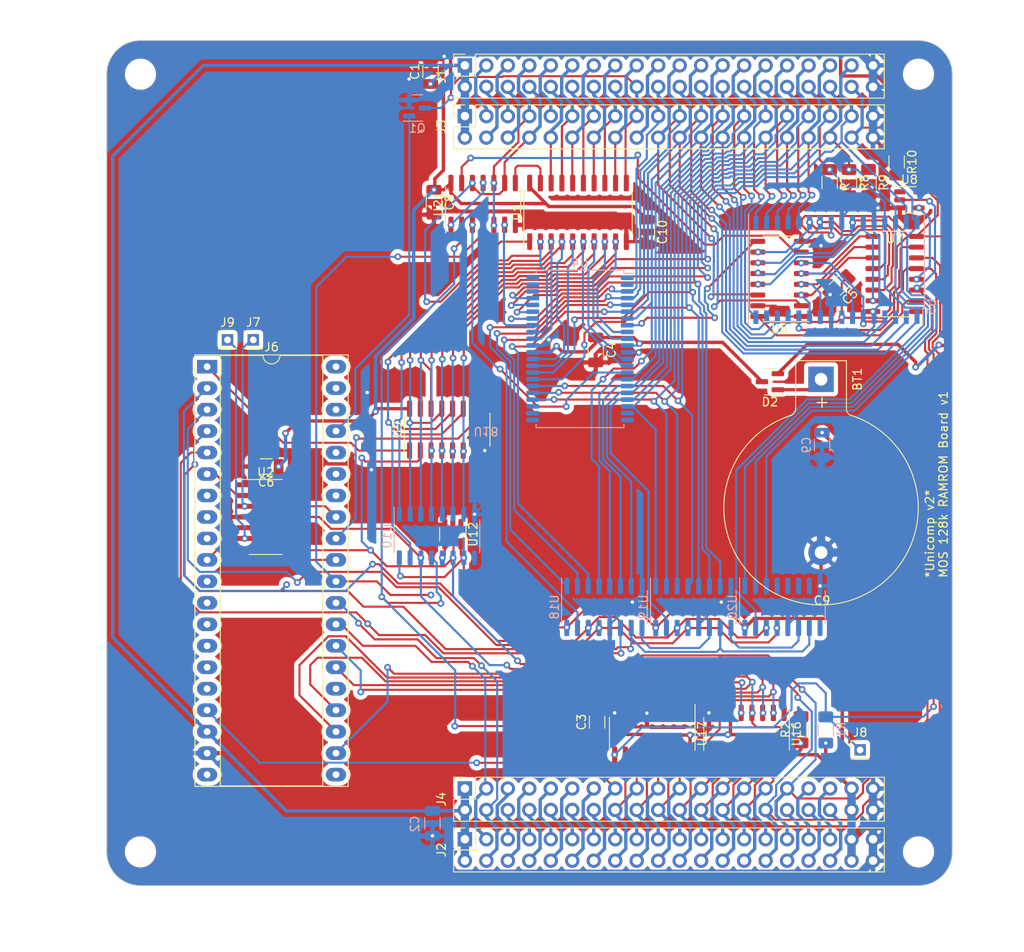
<source format=kicad_pcb>
(kicad_pcb (version 20221018) (generator pcbnew)
  (layers (0 "F.Cu" signal) (31 "B.Cu" signal) (34 "B.Paste" user) (35 "F.Paste" user) (36 "B.SilkS" user "B.Silkscreen") (37 "F.SilkS" user "F.Silkscreen") (38 "B.Mask" user) (39 "F.Mask" user) (44 "Edge.Cuts" user))
  (net 0 "")
  (net 1 "/~{RST}")
  (net 2 "GND")
  (net 3 "/D7")
  (net 4 "/D6")
  (net 5 "/D5")
  (net 6 "/D4")
  (net 7 "/D3")
  (net 8 "/D2")
  (net 9 "/D1")
  (net 10 "/D0")
  (net 11 "+5V")
  (net 12 "/A15")
  (net 13 "/A14")
  (net 14 "/A13")
  (net 15 "/A12")
  (net 16 "/A11")
  (net 17 "/A10")
  (net 18 "/A9")
  (net 19 "/A8")
  (net 20 "/A7")
  (net 21 "/A6")
  (net 22 "/A5")
  (net 23 "/A4")
  (net 24 "/A3")
  (net 25 "/A2")
  (net 26 "/A1")
  (net 27 "/A0")
  (net 28 "/TDI")
  (net 29 "/TMS")
  (net 30 "/TCK")
  (net 31 "+3V3")
  (net 32 "/TDO")
  (net 33 "/CLKF")
  (net 34 "/CLKS")
  (net 35 "/MOSI")
  (net 36 "/SCK")
  (net 37 "/~{IOWR}")
  (net 38 "/~{MWR}")
  (net 39 "/~{MRD}")
  (net 40 "/R{slash}~{W}_e")
  (net 41 "/~{IORD}")
  (net 42 "/PHI2_e")
  (net 43 "/PHI1_e")
  (net 44 "/~{PH0}")
  (net 45 "/PH0")
  (net 46 "/RX1")
  (net 47 "/RES1")
  (net 48 "/TX1")
  (net 49 "/RES0")
  (net 50 "/TX3")
  (net 51 "/RX3")
  (net 52 "/TX2")
  (net 53 "/RX2")
  (net 54 "/Bus/TDRTN")
  (net 55 "Net-(U7-RCLK)")
  (net 56 "Net-(U5-I{slash}O0)")
  (net 57 "Net-(U5-I{slash}O1)")
  (net 58 "Net-(U5-I{slash}O2)")
  (net 59 "Net-(U5-I{slash}O3)")
  (net 60 "Net-(U5-I{slash}O4)")
  (net 61 "Net-(U5-I{slash}O5)")
  (net 62 "Net-(U5-I{slash}O6)")
  (net 63 "Net-(U5-I{slash}O7)")
  (net 64 "/A16")
  (net 65 "/A17")
  (net 66 "/A18")
  (net 67 "/A19")
  (net 69 "/~{CSRAM}")
  (net 70 "/CD7")
  (net 71 "/CD6")
  (net 72 "/CD5")
  (net 73 "/CD4")
  (net 74 "/CD3")
  (net 75 "/CD2")
  (net 76 "/CD1")
  (net 77 "/CD0")
  (net 78 "Net-(U1-CE)")
  (net 79 "Net-(BT1-+)")
  (net 80 "Net-(C4-Pad1)")
  (net 82 "/~{WP}")
  (net 83 "/~{RAMWE14}")
  (net 84 "/~{RAMWE13}")
  (net 85 "/~{RAMWE12}")
  (net 86 "/~{RAMWE11}")
  (net 87 "/~{RAMWE10}")
  (net 88 "/~{RAMWE9}")
  (net 89 "/~{RAMWE8}")
  (net 90 "/~{RAMWE7}")
  (net 91 "/~{RAMWE6}")
  (net 92 "/~{RAMWE5}")
  (net 93 "/~{RAMWE4}")
  (net 94 "/~{RAMWE3}")
  (net 95 "/~{RAMWE2}")
  (net 96 "/~{RAMWE1}")
  (net 97 "/~{RAMWE0}")
  (net 98 "/~{RAMWE15}")
  (net 99 "/OFF{slash}ON")
  (net 100 "/SEL0")
  (net 101 "/SEL1")
  (net 102 "/SEL2")
  (net 103 "/SEL4")
  (net 104 "Net-(U18-~{RCO})")
  (net 105 "/~{MRC}")
  (net 106 "/CNT")
  (net 107 "/CPR")
  (net 108 "/~{CNTOE}")
  (net 109 "Net-(U19-~{RCO})")
  (net 115 "/~{PLD}")
  (net 116 "/uA12")
  (net 117 "/uA10")
  (net 118 "/uA11")
  (net 119 "/~{uMWR}")
  (net 120 "/~{uMRD}")
  (net 121 "/B3")
  (net 122 "/B4")
  (net 123 "/B5")
  (net 124 "/B6")
  (net 125 "/B7")
  (net 126 "/B8")
  (net 127 "/~{BUSFREE}")
  (net 129 "/VB")
  (net 130 "/~{STMRST}")
  (net 131 "/~{DATOE}")
  (net 132 "/uSCK")
  (net 133 "/UMISO")
  (net 134 "/uMOSI")
  (net 135 "/B0")
  (net 136 "/B1")
  (net 137 "/B2")
  (net 138 "/B10")
  (net 145 "Net-(U10-RCLK)")
  (net 146 "Net-(U21-Pad1)")
  (net 147 "Net-(J7-Pin_1)")
  (net 148 "Net-(J9-Pin_1)")
  (net 150 "Net-(U4-~{WE})")
  (net 159 "Net-(U4-~{OE})")
  (footprint "Package_TO_SOT_SMD:SOT-23" (layer "F.Cu") (at 175.768 85.725 180)
    (fp_text reference "D2")
    (fp_text value "BAT54C")
  )
  (footprint "Connector_PinSocket_2.54mm:PinSocket_2x20_P2.54mm_Vertical" (layer "F.Cu") (at 139.7 48.303005 90)
    (fp_text reference "J1")
    (fp_text value "BUS")
  )
  (footprint "Capacitor_SMD:C_1206_3216Metric" (layer "F.Cu") (at 116.205 95.758 180)
    (fp_text reference "C6")
    (fp_text value "100n")
  )
  (footprint "Package_DIP:DIP-40_W15.24mm_Socket_LongPads" (layer "F.Cu") (at 109.22 83.947)
    (fp_text reference "J6")
    (fp_text value "STM32F411")
  )
  (footprint "Battery:BatteryHolder_Keystone_103_1x20mm" (layer "F.Cu") (at 181.813201 85.438399 -90)
    (fp_text reference "BT1")
    (fp_text value "Battery_Cell")
  )
  (footprint "Connector_PinHeader_2.00mm:PinHeader_1x01_P2.00mm_Vertical" (layer "F.Cu") (at 114.681 80.772)
    (fp_text reference "J7")
    (fp_text value ".")
  )
  (footprint "Capacitor_SMD:C_1206_3216Metric" (layer "F.Cu") (at 161.2138 68.0194 -90)
    (fp_text reference "C10")
    (fp_text value "100n")
  )
  (footprint "Connector_PinSocket_2.54mm:PinSocket_2x20_P2.54mm_Vertical" (layer "F.Cu") (at 139.7 133.849005 90)
    (fp_text reference "J4")
    (fp_text value "BUS")
  )
  (footprint "Resistor_SMD:R_1206_3216Metric_Pad1.30x1.75mm_HandSolder" (layer "F.Cu") (at 179.451 126.899 90)
    (fp_text reference "R2")
    (fp_text value "10k")
  )
  (footprint "Package_SO:SO-16_3.9x9.9mm_P1.27mm" (layer "F.Cu") (at 176.907841 73.560471 180)
    (fp_text reference "U6")
    (fp_text value "74LVC253")
  )
  (footprint "Package_SO:SOIC-16_3.9x9.9mm_P1.27mm" (layer "F.Cu") (at 173.005 127.3754 -90)
    (fp_text reference "U16")
    (fp_text value "74LVC138")
  )
  (footprint "Package_TO_SOT_SMD:SOT-23-5" (layer "F.Cu") (at 192.263241 64.2112)
    (fp_text reference "U8")
    (fp_text value "74AHC1G14")
  )
  (footprint "Package_SO:SOIC-14_3.9x8.7mm_P1.27mm" (layer "F.Cu") (at 141.859 64.6938 90)
    (fp_text reference "U21")
    (fp_text value "74LVC08AD")
  )
  (footprint "Capacitor_SMD:C_1206_3216Metric" (layer "F.Cu") (at 155.1686 81.9676 -90)
    (fp_text reference "C4")
    (fp_text value "100n")
  )
  (footprint "Package_TO_SOT_SMD:SOT-23-5" (layer "F.Cu") (at 138.2776 103.7693 -90)
    (fp_text reference "U12")
    (fp_text value "74AHC1G14")
  )
  (footprint "Package_SO:SOIC-16_3.9x9.9mm_P1.27mm" (layer "F.Cu") (at 161.8544 127.3754 -90)
    (fp_text reference "U17")
    (fp_text value "74LVC138")
  )
  (footprint "Capacitor_SMD:C_1206_3216Metric" (layer "F.Cu") (at 183.930458 74.372783 -135)
    (fp_text reference "C5")
    (fp_text value "100n")
  )
  (footprint "Resistor_SMD:R_1206_3216Metric_Pad1.30x1.75mm_HandSolder" (layer "F.Cu") (at 185.1152 62.1786 -90)
    (fp_text reference "R8")
    (fp_text value "10k")
  )
  (footprint "Connector_PinSocket_2.54mm:PinSocket_2x20_P2.54mm_Vertical" (layer "F.Cu") (at 139.7 139.849005 90)
    (fp_text reference "J2")
    (fp_text value "BUS")
  )
  (footprint "Connector_PinHeader_2.00mm:PinHeader_1x01_P2.00mm_Vertical" (layer "F.Cu") (at 111.633 80.772)
    (fp_text reference "J9")
    (fp_text value ".")
  )
  (footprint "Resistor_SMD:R_1206_3216Metric_Pad1.30x1.75mm_HandSolder" (layer "F.Cu") (at 190.754 59.7148 -90)
    (fp_text reference "R10")
    (fp_text value "10k")
  )
  (footprint "MountingHole:MountingHole_3.2mm_M3" (layer "F.Cu") (at 193.34 49.346005)
    (fp_text reference "H3" hide)
    (fp_text value "MountingHole" hide)
  )
  (footprint "Resistor_SMD:R_1206_3216Metric_Pad1.30x1.75mm_HandSolder" (layer "F.Cu") (at 182.8292 62.1798 -90)
    (fp_text reference "R7")
    (fp_text value "10k")
  )
  (footprint "Package_SO:SOIC-14_3.9x8.7mm_P1.27mm" (layer "F.Cu") (at 116.14 101.727)
    (fp_text reference "U2")
    (fp_text value "74LVC125")
  )
  (footprint "Connector_PinSocket_2.54mm:PinSocket_2x20_P2.54mm_Vertical" (layer "F.Cu") (at 139.7 54.303005 90)
    (fp_text reference "J3")
    (fp_text value "BUS" hide)
  )
  (footprint "Resistor_SMD:R_1206_3216Metric_Pad1.30x1.75mm_HandSolder" (layer "F.Cu") (at 187.4266 62.1532 -90)
    (fp_text reference "R9")
    (fp_text value "10k")
  )
  (footprint "Package_SO:SO-20_5.3x12.6mm_P1.27mm" (layer "F.Cu") (at 153.077 65.6925 90)
    (fp_text reference "U1")
    (fp_text value "SN74LVC245ANSR")
  )
  (footprint "MountingHole:MountingHole_3.2mm_M3" (layer "F.Cu") (at 101.34 49.346005)
    (fp_text reference "H1" hide)
    (fp_text value "MountingHole" hide)
  )
  (footprint "Package_SO:SO-16_3.9x9.9mm_P1.27mm" (layer "F.Cu") (at 190.522241 72.976271)
    (fp_text reference "U7")
    (fp_text value "74LVC595")
  )
  (footprint "Capacitor_SMD:C_1206_3216Metric" (layer "F.Cu") (at 135.636 49.022 90)
    (fp_text reference "C1")
    (fp_text value "100n")
  )
  (footprint "Connector_PinHeader_2.00mm:PinHeader_1x01_P2.00mm_Vertical" (layer "F.Cu") (at 186.436 129.286)
    (fp_text reference "J8")
    (fp_text value ".")
  )
  (footprint "Package_SO:SOIC-16_3.9x9.9mm_P1.27mm" (layer "F.Cu") (at 137.6045 91.392362 90)
    (fp_text reference "U9")
    (fp_text value "74HC165")
  )
  (footprint "MountingHole:MountingHole_3.2mm_M3" (layer "F.Cu") (at 101.34 141.346005)
    (fp_text reference "H2" hide)
    (fp_text value "MountingHole" hide)
  )
  (footprint "Capacitor_SMD:C_1206_3216Metric" (layer "F.Cu") (at 155.339481 125.995811 90)
    (fp_text reference "C3")
    (fp_text value "100n")
  )
  (footprint "Capacitor_SMD:C_1206_3216Metric" (layer "F.Cu") (at 136.0424 64.4906 -90)
    (fp_text reference "C8")
    (fp_text value "100n")
  )
  (footprint "MountingHole:MountingHole_3.2mm_M3" (layer "F.Cu") (at 193.34 141.346005)
    (fp_text reference "H4" hide)
    (fp_text value "MountingHole" hide)
  )
  (footprint "Capacitor_SMD:C_1206_3216Metric" (layer "B.Cu") (at 135.8646 137.9746 -90)
    (fp_text reference "C2")
    (fp_text value "100n")
  )
  (footprint "Package_SO:TSOP-II-32_21.0x10.2mm_P1.27mm" (layer "B.Cu") (at 183.638841 72.493671 90)
    (fp_text reference "U5")
    (fp_text value "IS63LV1024L-10TL" hide)
  )
  (footprint "Capacitor_SMD:C_1206_3216Metric" (layer "B.Cu") (at 181.9402 93.2162 -90)
    (fp_text reference "C9")
    (fp_text value "100n")
  )
  (footprint "Package_SO:TSOP-II-44_10.16x18.41mm_P0.8mm" (layer "B.Cu") (at 153.3144 81.8388 180)
    (fp_text reference "U4")
    (fp_text value "IS61C5128AL-10TLI" hide)
  )
  (footprint "Package_SO:SO-16_3.9x9.9mm_P1.27mm" (layer "B.Cu") (at 136.398 103.978 -90)
    (fp_text reference "U10")
    (fp_text value "74LVC595")
  )
  (footprint "Package_SO:SOIC-16_3.9x9.9mm_P1.27mm" (layer "B.Cu") (at 156.196925 112.376475 -90)
    (fp_text reference "U18")
    (fp_text value "74HC590")
  )
  (footprint "Package_TO_SOT_SMD:SOT-23" (layer "B.Cu") (at 134.0635 53.34)
    (fp_text reference "Q1")
    (fp_text value "PMV450ENEAR")
  )
  (footprint "Package_SO:SOIC-16_3.9x9.9mm_P1.27mm" (layer "B.Cu") (at 166.712525 112.376475 -90)
    (fp_text reference "U19")
    (fp_text value "74HC590")
  )
  (footprint "Package_SO:SOIC-16_3.9x9.9mm_P1.27mm" (layer "B.Cu") (at 177.253525 112.365275 -90)
    (fp_text reference "U20")
    (fp_text value "74HC590")
  )
  (footprint "Resistor_SMD:R_1206_3216Metric_Pad1.30x1.75mm_HandSolder" (layer "B.Cu") (at 182.372 126.9238 90)
    (fp_text reference "R1")
    (fp_text value "10k")
  )
  (gr_line (start 97.34 49.346005) (end 97.34 141.346005) (stroke (width 0.1)) (layer "Edge.Cuts"))
  (gr_arc (start 97.34 49.346005) (mid 98.511573 46.517578) (end 101.34 45.346005) (stroke (width 0.1)) (layer "Edge.Cuts"))
  (gr_arc (start 193.34 45.346005) (mid 196.168427 46.517578) (end 197.34 49.346005) (stroke (width 0.1)) (layer "Edge.Cuts"))
  (gr_arc (start 197.34 141.346005) (mid 196.168427 144.174432) (end 193.34 145.346005) (stroke (width 0.1)) (layer "Edge.Cuts"))
  (gr_line (start 197.34 141.351) (end 197.34 49.346005) (stroke (width 0.1)) (layer "Edge.Cuts"))
  (gr_line (start 193.34 45.346005) (end 101.34 45.346005) (stroke (width 0.1)) (layer "Edge.Cuts"))
  (gr_arc (start 101.34 145.346005) (mid 98.511573 144.174432) (end 97.34 141.346005) (stroke (width 0.1)) (layer "Edge.Cuts"))
  (gr_line (start 193.34 145.346005) (end 101.34 145.346005) (stroke (width 0.1)) (layer "Edge.Cuts"))
  (gr_text "U18" (at 142.1947 91.595562 180) (layer "B.SilkS") (effects (font (size 1 1)) (justify mirror)))
  (gr_text "*Unicomp v2*\nMOS 128k RAMROM Board v1" (at 195.4784 109.0168 90) (layer "F.SilkS") (effects (font (size 1 1)) (justify left)))
  (gr_text "C9" (at 181.931325 111.614475) (layer "F.SilkS") (effects (font (size 1 1))))
  (segment (start 138.049 50.832304) (end 138.049 52.1208) (width 0.25) (layer "F.Cu") (net 1))
  (segment (start 139.213299 49.668005) (end 138.049 50.832304) (width 0.25) (layer "F.Cu") (net 1))
  (segment (start 144.2212 49.5808) (end 144.133995 49.668005) (width 0.25) (layer "F.Cu") (net 1))
  (segment (start 158.757795 49.5808) (end 160.02 50.843005) (width 0.25) (layer "F.Cu") (net 1))
  (segment (start 144.2212 49.5808) (end 158.757795 49.5808) (width 0.25) (layer "F.Cu") (net 1))
  (segment (start 144.133995 49.668005) (end 139.213299 49.668005) (width 0.25) (layer "F.Cu") (net 1))
  (via (at 138.049 52.1208) (size 0.8) (drill 0.4) (layers "F.Cu" "B.Cu") (net 1))
  (segment (start 161.273253 53.298339) (end 161.273253 55.505419) (width 0.4) (layer "B.Cu") (net 1))
  (segment (start 161.273253 55.505419) (end 160.02 56.758672) (width 0.4) (layer "B.Cu") (net 1))
  (segment (start 160.02 50.843005) (end 160.02 52.045086) (width 0.4) (layer "B.Cu") (net 1))
  (segment (start 136.8298 53.34) (end 138.049 52.1208) (width 0.25) (layer "B.Cu") (net 1))
  (segment (start 135.001 53.34) (end 136.8298 53.34) (width 0.25) (layer "B.Cu") (net 1))
  (segment (start 160.02 52.045086) (end 161.273253 53.298339) (width 0.4) (layer "B.Cu") (net 1))
  (segment (start 134.4295 88.917362) (end 134.4295 87.769467) (width 0.4) (layer "F.Cu") (net 2))
  (segment (start 123.514 95.447) (end 126.435 95.447) (width 0.4) (layer "F.Cu") (net 2))
  (segment (start 156.3406 82.2706) (end 155.1686 83.4426) (width 0.4) (layer "F.Cu") (net 2))
  (segment (start 176.441041 76.735471) (end 174.332841 76.735471) (width 0.25) (layer "F.Cu") (net 2))
  (segment (start 157.5132 65.7938) (end 161.2138 69.4944) (width 0.4) (layer "F.Cu") (net 2))
  (segment (start 137.3276 101.651462) (end 137.3276 102.6318) (width 0.25) (layer "F.Cu") (net 2))
  (segment (start 142.0495 95.3135) (end 141.224 96.139) (width 0.4) (layer "F.Cu") (net 2))
  (segment (start 114.73 96.852) (end 113.665 97.917) (width 0.4) (layer "F.Cu") (net 2))
  (segment (start 170.022249 111.799999) (end 159.506651 111.799999) (width 0.25) (layer "F.Cu") (net 2))
  (segment (start 136.934537 47.547) (end 137.250337 47.2312) (width 0.4) (layer "F.Cu") (net 2))
  (segment (start 181.810041 69.623471) (end 181.381033 69.194463) (width 0.25) (layer "F.Cu") (net 2))
  (segment (start 189.9784 61.2648) (end 188.81 60.0964) (width 0.25) (layer "F.Cu") (net 2))
  (segment (start 134.336 48.847) (end 134.336 49.911) (width 0.4) (layer "F.Cu") (net 2))
  (segment (start 140.843 101.402978) (end 140.712984 101.272962) (width 0.25) (layer "F.Cu") (net 2))
  (segment (start 113.665 105.537) (end 115.189 105.537) (width 0.25) (layer "F.Cu") (net 2))
  (segment (start 169.457662 81.9996) (end 181.813201 94.355139) (width 0.4) (layer "F.Cu") (net 2))
  (segment (start 135.636 47.547) (end 136.934537 47.547) (width 0.4) (layer "F.Cu") (net 2))
  (segment (start 188.81 60.0964) (end 188.81 62.3198) (width 0.4) (layer "F.Cu") (net 2))
  (segment (start 179.482841 78.005471) (end 180.29777 78.005471) (width 0.25) (layer "F.Cu") (net 2))
  (segment (start 159.506651 111.799999) (end 159.50665 111.8) (width 0.25) (layer "F.Cu") (net 2))
  (segment (start 134.336 64.2592) (end 136.0424 65.9656) (width 0.4) (layer "F.Cu") (net 2))
  (segment (start 145.669 67.1688) (end 145.669 65.9208) (width 0.4) (layer "F.Cu") (net 2))
  (segment (start 181.698525 109.890275) (end 181.813201 109.775599) (width 0.4) (layer "F.Cu") (net 2))
  (segment (start 181.813201 109.775599) (end 181.813201 105.928399) (width 0.4) (layer "F.Cu") (net 2))
  (segment (start 188.541041 64.817641) (end 187.4266 63.7032) (width 0.4) (layer "F.Cu") (net 2))
  (segment (start 190.754 61.2648) (end 189.9784 61.2648) (width 0.25) (layer "F.Cu") (net 2))
  (segment (start 128.172467 87.024467) (end 128.143 86.995) (width 0.4) (layer "F.Cu") (net 2))
  (segment (start 137.7061 101.272962) (end 137.3276 101.651462) (width 0.25) (layer "F.Cu") (net 2))
  (segment (start 133.096 49.911) (end 134.336 49.911) (width 0.25) (layer "F.Cu") (net 2))
  (segment (start 180.29777 78.005471) (end 182.887475 75.415766) (width 0.25) (layer "F.Cu") (net 2))
  (segment (start 160.274 82.2706) (end 156.3406 82.2706) (width 0.4) (layer "F.Cu") (net 2))
  (segment (start 145.542 65.7938) (end 157.5132 65.7938) (width 0.4) (layer "F.Cu") (net 2))
  (segment (start 154.22862 85.2932) (end 155.1686 84.35322) (width 0.4) (layer "F.Cu") (net 2))
  (segment (start 191.125741 65.1612) (end 188.541041 65.1612) (width 0.25) (layer "F.Cu") (net 2))
  (segment (start 157.0142 124.5052) (end 157.4094 124.9004) (width 0.4) (layer "F.Cu") (net 2))
  (segment (start 188.541041 65.1612) (end 188.541041 64.817641) (width 0.4) (layer "F.Cu") (net 2))
  (segment (start 136.3998 65.6082) (end 145.3564 65.6082) (width 0.4) (layer "F.Cu") (net 2))
  (segment (start 114.73 95.758) (end 114.73 96.852) (width 0.4) (layer "F.Cu") (net 2))
  (segment (start 158.792 69.155) (end 160.8744 69.155) (width 0.4) (layer "F.Cu") (net 2))
  (segment (start 155.352 124.5052) (end 139.220069 124.5052) (width 0.4) (layer "F.Cu") (net 2))
  (segment (start 118.615 102.997) (end 116.586 102.997) (width 0.25) (layer "F.Cu") (net 2))
  (segment (start 116.3955 102.8065) (end 116.3955 102.743) (width 0.25) (layer "F.Cu") (net 2))
  (segment (start 135.8646 127.860669) (end 135.8646 139.4496) (width 0.4) (layer "F.Cu") (net 2))
  (segment (start 187.96 56.843005) (end 188.81 57.693005) (width 0.4) (layer "F.Cu") (net 2))
  (segment (start 160.274 82.2706) (end 160.545 81.9996) (width 0.4) (layer "F.Cu") (net 2))
  (segment (start 135.636 47.547) (end 134.336 48.847) (width 0.4) (layer "F.Cu") (net 2))
  (segment (start 134.336 49.911) (end 134.336 64.2592) (width 0.4) (layer "F.Cu") (net 2))
  (segment (start 116.03 94.458) (end 122.525 94.458) (width 0.4) (layer "F.Cu") (net 2))
  (segment (start 127.127 96.139) (end 128.651 96.139) (width 0.4) (layer "F.Cu") (net 2))
  (segment (start 145.3564 65.6082) (end 145.542 65.7938) (width 0.4) (layer "F.Cu") (net 2))
  (segment (start 145.669 65.9208) (end 145.542 65.7938) (width 0.4) (layer "F.Cu") (net 2))
  (segment (start 177.711041 78.005471) (end 176.441041 76.735471) (width 0.25) (layer "F.Cu") (net 2))
  (segment (start 141.224 96.139) (end 128.651 96.139) (width 0.4) (layer "F.Cu") (net 2))
  (segment (start 139.220069 124.5052) (end 135.8646 127.860669) (width 0.4) (layer "F.Cu") (net 2))
  (segment (start 181.813201 94.355139) (end 181.813201 105.928399) (width 0.4) (layer "F.Cu") (net 2))
  (segment (start 114.73 95.758) (end 116.03 94.458) (width 0.4) (layer "F.Cu") (net 2))
  (segment (start 155.352 124.5052) (end 157.0142 124.5052) (width 0.4) (layer "F.Cu") (net 2))
  (segment (start 134.4295 87.769467) (end 133.6845 87.024467) (width 0.4) (layer "F.Cu") (net 2))
  (segment (start 160.545 81.9996) (end 169.457662 81.9996) (width 0.4) (layer "F.Cu") (net 2))
  (segment (start 181.381033 69.194463) (end 179.561833 69.194463) (width 0.25) (layer "F.Cu") (net 2))
  (segment (start 133.6845 87.024467) (end 128.172467 87.024467) (width 0.4) (layer "F.Cu") (net 2))
  (segment (start 155.1686 84.35322) (end 155.1686 83.4426) (width 0.4) (layer "F.Cu") (net 2))
  (segment (start 116.586 102.997) (end 116.3955 102.8065) (width 0.25) (layer "F.Cu") (net 2))
  (segment (start 149.6314 82.9564) (end 151.9682 85.2932) (width 0.4) (layer "F.Cu") (net 2))
  (segment (start 181.269125 110.319675) (end 181.698525 109.890275) (width 0.25) (layer "F.Cu") (net 2))
  (segment (start 116.84 99.187) (end 118.615 99.187) (width 0.4) (layer "F.Cu") (net 2))
  (segment (start 116.3955 102.743) (end 116.3955 101.727) (width 0.25) (layer "F.Cu") (net 2))
  (segment (start 169.989125 111.766875) (end 170.022249 111.799999) (width 0.25) (layer "F.Cu") (net 2))
  (segment (start 116.3955 104.3305) (end 116.3955 102.743) (width 0.25) (layer "F.Cu") (net 2))
  (segment (start 140.712984 101.272962) (end 137.7061 101.272962) (width 0.25) (layer "F.Cu") (net 2))
  (segment (start 122.525 94.458) (end 123.514 95.447) (width 0.4) (layer "F.Cu") (net 2))
  (segment (start 169.989125 110.319675) (end 169.989125 111.766875) (width 0.25) (layer "F.Cu") (net 2))
  (segment (start 188.81 62.3198) (end 187.4266 63.7032) (width 0.4) (layer "F.Cu") (net 2))
  (segment (start 142.0495 92.0115) (end 142.0495 93.867362) (width 0.4) (layer "F.Cu") (net 2))
  (segment (start 188.81 57.693005) (end 188.81 60.0964) (width 0.4) (layer "F.Cu") (net 2))
  (segment (start 126.435 95.447) (end 127.127 96.139) (width 0.4) (layer "F.Cu") (net 2))
  (segment (start 169.989125 110.319675) (end 181.269125 110.319675) (width 0.25) (layer "F.Cu") (net 2))
  (segment (start 116.3955 98.7425) (end 116.84 99.187) (width 0.4) (layer "F.Cu") (net 2))
  (segment (start 115.57 97.917) (end 116.3955 98.7425) (width 0.4) (layer "F.Cu") (net 2))
  (segment (start 113.665 97.917) (end 115.57 97.917) (width 0.4) (layer "F.Cu") (net 2))
  (segment (start 149.6314 80.7466) (end 149.6314 82.9564) (width 0.4) (layer "F.Cu") (net 2))
  (segment (start 151.9682 85.2932) (end 154.22862 85.2932) (width 0.4) (layer "F.Cu") (net 2))
  (segment (start 116.3955 101.727) (end 116.3955 98.7425) (width 0.25) (layer "F.Cu") (net 2))
  (segment (start 113.665 101.727) (end 116.3955 101.727) (width 0.25) (layer "F.Cu") (net 2))
  (segment (start 179.482841 78.005471) (end 177.711041 78.005471) (width 0.25) (layer "F.Cu") (net 2))
  (segment (start 115.189 105.537) (end 116.3955 104.3305) (width 0.25) (layer "F.Cu") (net 2))
  (segment (start 142.0495 93.867362) (end 142.0495 95.3135) (width 0.4) (layer "F.Cu") (net 2))
  (via (at 188.541041 65.1612) (size 0.8) (drill 0.4) (layers "F.Cu" "B.Cu") (net 2))
  (via (at 135.8646 139.4496) (size 0.8) (drill 0.4) (layers "F.Cu" "B.Cu") (net 2))
  (via (at 181.810041 69.623471) (size 0.8) (drill 0.4) (layers "F.Cu" "B.Cu") (net 2))
  (via (at 149.6314 80.7466) (size 0.8) (drill 0.4) (layers "F.Cu" "B.Cu") (net 2))
  (via (at 182.887475 75.415766) (size 0.8) (drill 0.4) (layers "F.Cu" "B.Cu") (net 2))
  (via (at 168.56 124.9004) (size 0.8) (drill 0.4) (layers "F.Cu" "B.Cu") (net 2))
  (via (at 128.143 86.995) (size 0.8) (drill 0.4) (layers "F.Cu" "B.Cu") (net 2))
  (via (at 140.843 101.402978) (size 0.8) (drill 0.4) (layers "F.Cu" "B.Cu") (net 2))
  (via (at 137.250337 47.2312) (size 0.8) (drill 0.4) (layers "F.Cu" "B.Cu") (net 2))
  (via (at 170.022249 111.799999) (size 0.8) (drill 0.4) (layers "F.Cu" "B.Cu") (net 2))
  (via (at 161.2194 124.937) (size 0.8) (drill 0.4) (layers "F.Cu" "B.Cu") (net 2))
  (via (at 157.4094 124.9004) (size 0.8) (drill 0.4) (layers "F.Cu" "B.Cu") (net 2))
  (via (at 142.0495 93.867362) (size 0.8) (drill 0.4) (layers "F.Cu" "B.Cu") (net 2))
  (via (at 159.50665 111.8) (size 0.8) (drill 0.4) (layers "F.Cu" "B.Cu") (net 2))
  (via (at 181.698525 109.890275) (size 0.8) (drill 0.4) (layers "F.Cu" "B.Cu") (net 2))
  (via (at 187.947241 77.421293) (size 0.8) (drill 0.4) (layers "F.Cu" "B.Cu") (net 2))
  (via (at 133.096 49.911) (size 0.8) (drill 0.4) (layers "F.Cu" "B.Cu") (net 2))
  (via (at 128.651 96.139) (size 0.8) (drill 0.4) (layers "F.Cu" "B.Cu") (net 2))
  (via (at 160.274 82.2706) (size 0.8) (drill 0.4) (layers "F.Cu" "B.Cu") (net 2))
  (segment (start 156.831925 114.474724) (end 159.50665 111.8) (width 0.25) (layer "B.Cu") (net 2))
  (segment (start 188.083841 66.393671) (end 188.083841 65.884441) (width 0.25) (layer "B.Cu") (net 2))
  (segment (start 187.96 48.26) (end 187.96 50.8) (width 1) (layer "B.Cu") (net 2))
  (segment (start 183.258929 69.623471) (end 181.810041 69.623471) (width 0.25) (layer "B.Cu") (net 2))
  (segment (start 142.0495 100.196478) (end 140.843 101.402978) (width 0.25) (layer "B.Cu") (net 2))
  (segment (start 135.857 139.4572) (end 135.857 142.389005) (width 0.25) (layer "B.Cu") (net 2))
  (segment (start 148.9392 81.4388) (end 149.6314 80.7466) (width 0.4) (layer "B.Cu") (net 2))
  (segment (start 167.347525 114.474724) (end 169.933349 111.888899) (width 0.25) (layer "B.Cu") (net 2))
  (segment (start 135.7412 139.573) (end 135.8646 139.4496) (width 0.4) (layer "B.Cu") (net 2))
  (segment (start 184.263841 68.618559) (end 183.258929 69.623471) (width 0.25) (layer "B.Cu") (net 2))
  (segment (start 196.84 113.284) (end 196.84 131.7498) (width 1) (layer "B.Cu") (net 2))
  (segment (start 187.132441 80.137) (end 183.805041 80.137) (width 0.25) (layer "B.Cu") (net 2))
  (segment (start 184.263841 66.893671) (end 184.263841 68.618559) (width 0.25) (layer "B.Cu") (net 2))
  (segment (start 188.083841 65.6184) (end 188.541041 65.1612) (width 0.25) (layer "B.Cu") (net 2))
  (segment (start 180.58305 111.769) (end 181.698525 110.653524) (width 0.25) (layer "B.Cu") (net 2))
  (segment (start 151.384 143.939005) (end 138.43 143.939005) (width 1) (layer "B.Cu") (net 2))
  (segment (start 188.740795 139.849005) (end 187.96 139.849005) (width 1) (layer "B.Cu") (net 2))
  (segment (start 183.805041 80.137) (end 183.013841 79.3458) (width 0.25) (layer "B.Cu") (net 2))
  (segment (start 168.56 124.9004) (end 168.5234 124.937) (width 0.4) (layer "B.Cu") (net 2))
  (segment (start 171.157525 110.664724) (end 171.157525 109.901475) (width 0.25) (layer "B.Cu") (net 2))
  (segment (start 156.831925 114.851475) (end 156.831925 114.474724) (width 0.25) (layer "B.Cu") (net 2))
  (segment (start 187.96 142.389005) (end 186.41 143.939005) (width 1) (layer "B.Cu") (net 2))
  (segment (start 133.126 49.941) (end 133.096 49.911) (width 0.25) (layer "B.Cu") (net 2))
  (segment (start 157.446 124.937) (end 157.4094 124.9004) (width 0.4) (layer "B.Cu") (net 2))
  (segment (start 147.7269 81.4388) (end 148.9392 81.4388) (width 0.4) (layer "B.Cu") (net 2))
  (segment (start 181.813201 105.928399) (end 181.813201 94.818199) (width 1) (layer "B.Cu") (net 2))
  (segment (start 186.41 143.939005) (end 151.384 143.939005) (width 1) (layer "B.Cu") (net 2))
  (segment (start 128.778 90.179305) (end 128.778 96.012) (width 0.4) (layer "B.Cu") (net 2))
  (segment (start 170.022249 111.799999) (end 171.157525 110.664724) (width 0.25) (layer "B.Cu") (net 2))
  (segment (start 188.083841 78.093671) (end 188.083841 79.1856) (width 0.25) (layer "B.Cu") (net 2))
  (segment (start 181.698525 110.653524) (end 181.698525 109.890275) (width 0.25) (layer "B.Cu") (net 2))
  (segment (start 181.813201 94.818199) (end 181.9402 94.6912) (width 1) (layer "B.Cu") (net 2))
  (segment (start 183.013841 75.542132) (end 182.887475 75.415766) (width 0.25) (layer "B.Cu") (net 2))
  (segment (start 128.143 89.544305) (end 128.778 90.179305) (width 0.4) (layer "B.Cu") (net 2))
  (segment (start 159.50665 111.8) (end 160.641925 110.664724) (width 0.25) (layer "B.Cu") (net 2))
  (segment (start 160.641925 110.664724) (end 160.641925 109.901475) (width 0.25) (layer "B.Cu") (net 2))
  (segment (start 188.083841 68.0836) (end 188.707241 68.707) (width 0.25) (layer "B.Cu") (net 2))
  (segment (start 188.707241 68.707) (end 188.707241 76.661293) (width 0.25) (layer "B.Cu") (net 2))
  (segment (start 161.2194 124.937) (end 157.446 124.937) (width 0.4) (layer "B.Cu") (net 2))
  (segment (start 135.857 142.389005) (end 137.407 143.939005) (width 1) (layer "B.Cu") (net 2))
  (segment (start 183.013841 79.3458) (end 183.013841 78.093671) (width 0.25) (layer "B.Cu") (net 2))
  (segment (start 187.6044 65.405) (end 185.114112 65.405) (width 0.25) (layer "B.Cu") (net 2))
  (segment (start 187.963253 56.849864) (end 187.963253 54.309864) (width 1) (layer "B.Cu") (net 2))
  (segment (start 119.126 139.573) (end 135.7412 139.573) (width 0.4) (layer "B.Cu") (net 2))
  (segment (start 138.6078 46.753005) (end 138.129605 47.2312) (width 0.4) (layer "B.Cu") (net 2))
  (segment (start 185.114112 65.405) (end 184.263841 66.255271) (width 0.25) (layer "B.Cu") (net 2))
  (segment (start 183.013841 78.093671) (end 183.013841 75.542132) (width 0.25) (layer "B.Cu") (net 2))
  (segment (start 169.933349 111.888899) (end 170.022249 111.799999) (width 0.25) (layer "B.Cu") (net 2))
  (segment (start 168.5234 124.937) (end 161.2194 124.937) (width 0.4) (layer "B.Cu") (net 2))
  (segment (start 188.083841 66.893671) (end 188.083841 68.0836) (width 0.25) (layer "B.Cu") (net 2))
  (segment (start 196.84 131.7498) (end 188.740795 139.849005) (width 1) (layer "B.Cu") (net 2))
  (segment (start 188.083841 79.1856) (end 187.132441 80.137) (width 0.25) (layer "B.Cu") (net 2))
  (segment (start 196.84 98.9076) (end 189.819201 105.928399) (width 1) (layer "B.Cu") (net 2))
  (segment (start 177.888525 114.463524) (end 180.58305 111.769) (width 0.25) (layer "B.Cu") (net 2))
  (segment (start 187.96 48.303005) (end 186.41 46.753005) (width 1) (layer "B.Cu") (net 2))
  (segment (start 186.41 46.753005) (end 138.6078 46.753005) (width 1) (layer "B.Cu") (net 2))
  (segment (start 142.0495 93.867362) (end 142.0495 100.196478) (width 0.25) (layer "B.Cu") (net 2))
  (segment (start 189.819201 105.928399) (end 181.813201 105.928399) (width 1) (layer "B.Cu") (net 2))
  (segment (start 138.129605 47.2312) (end 137.250337 47.2312) (width 0.4) (layer "B.Cu") (net 2))
  (segment (start 196.84 59.723005) (end 196.84 98.9076) (width 1) (layer "B.Cu") (net 2))
  (segment (start 196.84 98.9076) (end 196.84 113.284) (width 1) (layer "B.Cu") (net 2))
  (segment (start 177.888525 114.840275) (end 177.888525 114.463524) (width 0.25) (layer "B.Cu") (net 2))
  (segment (start 128.778 96.012) (end 128.651 96.139) (width 0.4) (layer "B.Cu") (net 2))
  (segment (start 137.407 143.939005) (end 138.43 143.939005) (width 1) (layer "B.Cu") (net 2))
  (segment (start 158.9337 82.2706) (end 160.274 82.2706) (width 0.4) (layer "B.Cu") (net 2))
  (segment (start 188.083841 66.893671) (end 188.083841 65.6184) (width 0.25) (layer "B.Cu") (net 2))
  (segment (start 158.9019 82.2388) (end 158.9337 82.2706) (width 0.4) (layer "B.Cu") (net 2))
  (segment (start 188.083841 65.884441) (end 187.6044 65.405) (width 0.25) (layer "B.Cu") (net 2))
  (segment (start 187.96 50.843005) (end 196.84 59.723005) (width 1) (layer "B.Cu") (net 2))
  (segment (start 188.707241 76.661293) (end 187.947241 77.421293) (width 0.25) (layer "B.Cu") (net 2))
  (segment (start 109.22 129.667) (end 119.126 139.573) (width 0.4) (layer "B.Cu") (net 2))
  (segment (start 128.143 86.995) (end 128.143 89.544305) (width 0.4) (layer "B.Cu") (net 2))
  (segment (start 187.96 133.849005) (end 187.96 142.389005) (width 1) (layer "B.Cu") (net 2))
  (segment (start 187.963253 54.309864) (end 187.963253 48.309864) (width 1) (layer "B.Cu") (net 2))
  (segment (start 133.126 52.39) (end 133.126 49.941) (width 0.25) (layer "B.Cu") (net 2))
  (segment (start 167.347525 114.851475) (end 167.347525 114.474724) (width 0.25) (layer "B.Cu") (net 2))
  (segment (start 158.704986 62.142986) (end 158.704986 55.618019) (width 0.25) (layer "F.Cu") (net 3))
  (segment (start 158.704986 55.618019) (end 160.02 54.303005) (width 0.25) (layer "F.Cu") (net 3))
  (segment (start 158.77 51.963) (end 160.02 53.213) (width 0.4) (layer "B.Cu") (net 3))
  (segment (start 158.77 49.553005) (end 158.77 51.963) (width 0.4) (layer "B.Cu") (net 3))
  (segment (start 160.02 53.213) (end 160.02 54.303005) (width 0.4) (layer "B.Cu") (net 3))
  (segment (start 160.02 48.303005) (end 158.77 49.553005) (width 0.4) (layer "B.Cu") (net 3))
  (segment (start 157.48 62.188) (end 157.48 56.843005) (width 0.25) (layer "F.Cu") (net 4))
  (segment (start 157.48 51.689) (end 157.48 50.843005) (width 0.4) (layer "B.Cu") (net 4))
  (segment (start 158.733253 55.388747) (end 158.733253 52.942253) (width 0.4) (layer "B.Cu") (net 4))
  (segment (start 157.483253 56.638747) (end 158.733253 55.388747) (width 0.4) (layer "B.Cu") (net 4))
  (segment (start 158.733253 52.942253) (end 157.48 51.689) (width 0.4) (layer "B.Cu") (net 4))
  (segment (start 156.252 55.531005) (end 157.48 54.303005) (width 0.25) (layer "F.Cu") (net 5))
  (segment (start 156.252 62.23) (end 156.252 55.531005) (width 0.25) (layer "F.Cu") (net 5))
  (segment (start 156.23 49.553005) (end 156.23 51.836) (width 0.4) (layer "B.Cu") (net 5))
  (segment (start 157.48 53.086) (end 157.48 54.303005) (width 0.4) (layer "B.Cu") (net 5))
  (segment (start 157.48 48.303005) (end 156.23 49.553005) (width 0.4) (layer "B.Cu") (net 5))
  (segment (start 156.23 51.836) (end 157.48 53.086) (width 0.4) (layer "B.Cu") (net 5))
  (segment (start 154.94 62.188) (end 154.94 56.843005) (width 0.25) (layer "F.Cu") (net 6))
  (segment (start 154.94 51.816) (end 156.213253 53.089253) (width 0.4) (layer "B.Cu") (net 6))
  (segment (start 156.213253 55.493457) (end 154.943253 56.763457) (width 0.4) (layer "B.Cu") (net 6))
  (segment (start 154.94 50.843005) (end 154.94 51.816) (width 0.4) (layer "B.Cu") (net 6))
  (segment (start 156.213253 53.089253) (end 156.213253 55.493457) (width 0.4) (layer "B.Cu") (net 6))
  (segment (start 153.712 62.23) (end 153.712 55.531005) (width 0.25) (layer "F.Cu") (net 7))
  (segment (start 153.712 55.531005) (end 154.94 54.303005) (width 0.25) (layer "F.Cu") (net 7))
  (segment (start 154.94 53.213) (end 154.94 54.303005) (width 0.4) (layer "B.Cu") (net 7))
  (segment (start 153.69 49.553005) (end 153.69 51.963) (width 0.4) (layer "B.Cu") (net 7))
  (segment (start 154.94 48.303005) (end 153.69 49.553005) (width 0.4) (layer "B.Cu") (net 7))
  (segment (start 153.69 51.963) (end 154.94 53.213) (width 0.4) (layer "B.Cu") (net 7))
  (segment (start 152.4 62.188) (end 152.4 56.843005) (width 0.25) (layer "F.Cu") (net 8))
  (segment (start 153.673253 55.493457) (end 153.673253 52.962253) (width 0.4) (layer "B.Cu") (net 8))
  (segment (start 152.403253 56.763457) (end 153.673253 55.493457) (width 0.4) (layer "B.Cu") (net 8))
  (segment (start 153.673253 52.962253) (end 152.4 51.689) (width 0.4) (layer "B.Cu") (net 8))
  (segment (start 152.4 51.689) (end 152.4 50.843005) (width 0.4) (layer "B.Cu") (net 8))
  (segment (start 151.172 62.23) (end 151.172 55.531005) (width 0.25) (layer "F.Cu") (net 9))
  (segment (start 151.172 55.531005) (end 152.4 54.303005) (width 0.25) (layer "F.Cu") (net 9))
  (segment (start 152.4 52.959) (end 152.4 54.303005) (width 0.4) (layer "B.Cu") (net 9))
  (segment (start 152.403253 48.458869) (end 151.15 49.712122) (width 0.4) (layer "B.Cu") (net 9))
  (segment (start 151.15 49.712122) (end 151.15 51.709) (width 0.4) (layer "B.Cu") (net 9))
  (segment (start 151.15 51.709) (end 152.4 52.959) (width 0.4) (layer "B.Cu") (net 9))
  (segment (start 149.86 62.188) (end 149.86 56.843005) (width 0.25) (layer "F.Cu") (net 10))
  (segment (start 149.863253 56.09729) (end 151.113253 54.84729) (width 0.4) (layer "B.Cu") (net 10))
  (segment (start 151.113253 54.84729) (end 151.113253 52.520781) (width 0.4) (layer "B.Cu") (net 10))
  (segment (start 149.863253 56.723457) (end 149.863253 56.09729) (width 0.4) (layer "B.Cu") (net 10))
  (segment (start 151.113253 52.520781) (end 149.86 51.267528) (width 0.4) (layer "B.Cu") (net 10))
  (via (at 135.636 50.497) (size 0.8) (drill 0.4) (layers "F.Cu" "B.Cu") (net 11))
  (segment (start 135.8646 136.4996) (end 139.589405 136.4996) (width 0.4) (layer "B.Cu") (net 11))
  (segment (start 109.22 127.127) (end 98.044 115.951) (width 0.4) (layer "B.Cu") (net 11))
  (segment (start 135.975195 136.389005) (end 139.7 136.389005) (width 0.25) (layer "B.Cu") (net 11))
  (segment (start 118.5926 136.4996) (end 135.8646 136.4996) (width 0.4) (layer "B.Cu") (net 11))
  (segment (start 139.703253 54.309864) (end 139.703253 48.309864) (width 1) (layer "B.Cu") (net 11))
  (segment (start 139.7 139.7) (end 139.7 133.7) (width 1) (layer "B.Cu") (net 11))
  (segment (start 98.044 59.055) (end 108.795995 48.303005) (width 0.4) (layer "B.Cu") (net 11))
  (segment (start 98.044 115.951) (end 98.044 59.055) (width 0.4) (layer "B.Cu") (net 11))
  (segment (start 139.703253 54.309864) (end 139.703253 56.849864) (width 1) (layer "B.Cu") (net 11))
  (segment (start 139.7 139.7) (end 139.7 142.24) (width 1) (layer "B.Cu") (net 11))
  (segment (start 108.795995 48.303005) (end 139.7 48.303005) (width 0.4) (layer "B.Cu") (net 11))
  (segment (start 137.829995 48.303005) (end 135.636 50.497) (width 0.4) (layer "B.Cu") (net 11))
  (segment (start 109.22 127.127) (end 118.5926 136.4996) (width 0.4) (layer "B.Cu") (net 11))
  (segment (start 139.7 48.303005) (end 137.829995 48.303005) (width 0.4) (layer "B.Cu") (net 11))
  (segment (start 148.053812 78.282796) (end 150.412608 75.924) (width 0.25) (layer "F.Cu") (net 12))
  (segment (start 156.663023 73.9902) (end 167.0812 73.9902) (width 0.25) (layer "F.Cu") (net 12))
  (segment (start 151.197216 75.289) (end 155.364223 75.289) (width 0.25) (layer "F.Cu") (net 12))
  (segment (start 180.34 63.246) (end 180.7464 63.6524) (width 0.25) (layer "F.Cu") (net 12))
  (segment (start 167.0812 73.9902) (end 167.259 74.168) (width 0.25) (layer "F.Cu") (net 12))
  (segment (start 145.1864 78.282796) (end 148.053812 78.282796) (width 0.25) (layer "F.Cu") (net 12))
  (segment (start 180.34 56.843005) (end 180.34 63.246) (width 0.25) (layer "F.Cu") (net 12))
  (segment (start 155.364223 75.289) (end 156.663023 73.9902) (width 0.25) (layer "F.Cu") (net 12))
  (segment (start 150.562216 75.924) (end 151.197216 75.289) (width 0.25) (layer "F.Cu") (net 12))
  (segment (start 150.412608 75.924) (end 150.562216 75.924) (width 0.25) (layer "F.Cu") (net 12))
  (via (at 145.1864 78.282796) (size 0.8) (drill 0.4) (layers "F.Cu" "B.Cu") (net 12))
  (via (at 180.7464 63.6524) (size 0.8) (drill 0.4) (layers "F.Cu" "B.Cu") (net 12))
  (via (at 167.259 74.168) (size 0.8) (drill 0.4) (layers "F.Cu" "B.Cu") (net 12))
  (segment (start 147.682904 78.282796) (end 145.1864 78.282796) (width 0.25) (layer "B.Cu") (net 12))
  (segment (start 168.247525 77.681826) (end 167.989 77.423301) (width 0.25) (layer "B.Cu") (net 12))
  (segment (start 167.989 77.423301) (end 167.989 76.801808) (width 0.25) (layer "B.Cu") (net 12))
  (segment (start 171.551212 61.4388) (end 171.094012 61.4388) (width 0.25) (layer "B.Cu") (net 12))
  (segment (start 170.941612 61.5912) (end 170.28107 61.5912) (width 0.25) (layer "B.Cu") (net 12))
  (segment (start 166.7988 73.7078) (end 167.259 74.168) (width 0.25) (layer "B.Cu") (net 12))
  (segment (start 177.014205 60.1688) (end 174.751612 60.1688) (width 0.25) (layer "B.Cu") (net 12))
  (segment (start 167.3998 74.3088) (end 167.259 74.168) (width 0.25) (layer "B.Cu") (net 12))
  (segment (start 180.343253 51.137276) (end 181.593253 52.387276) (width 0.4) (layer "B.Cu") (net 12))
  (segment (start 179.193841 65.204959) (end 180.7464 63.6524) (width 0.25) (layer "B.Cu") (net 12))
  (segment (start 169.887525 106.997125) (end 168.247525 105.357125) (width 0.25) (layer "B.Cu") (net 12))
  (segment (start 169.221603 62.068005) (end 166.7988 64.490808) (width 0.25) (layer "B.Cu") (net 12))
  (segment (start 170.28107 61.5912) (end 169.804265 62.068005) (width 0.25) (layer "B.Cu") (net 12))
  (segment (start 167.3998 76.212608) (end 167.3998 74.3088) (width 0.25) (layer "B.Cu") (net 12))
  (segment (start 171.805212 61.1848) (end 171.551212 61.4388) (width 0.25) (layer "B.Cu") (net 12))
  (segment (start 169.804265 62.068005) (end 169.221603 62.068005) (width 0.25) (layer "B.Cu") (net 12))
  (segment (start 167.989 76.801808) (end 167.3998 76.212608) (width 0.25) (layer "B.Cu") (net 12))
  (segment (start 181.593253 54.84729) (end 180.343253 56.09729) (width 0.4) (layer "B.Cu") (net 12))
  (segment (start 180.343253 56.09729) (end 180.343253 56.759885) (width 0.4) (layer "B.Cu") (net 12))
  (segment (start 173.735612 61.1848) (end 171.805212 61.1848) (width 0.25) (layer "B.Cu") (net 12))
  (segment (start 166.7988 64.490808) (end 166.7988 73.7078) (width 0.25) (layer "B.Cu") (net 12))
  (segment (start 168.247525 105.357125) (end 168.247525 77.681826) (width 0.25) (layer "B.Cu") (net 12))
  (segment (start 174.751612 60.1688) (end 173.735612 61.1848) (width 0.25) (layer "B.Cu") (net 12))
  (segment (start 171.094012 61.4388) (end 170.941612 61.5912) (width 0.25) (layer "B.Cu") (net 12))
  (segment (start 147.7269 78.2388) (end 147.682904 78.282796) (width 0.25) (layer "B.Cu") (net 12))
  (segment (start 179.193841 66.893671) (end 179.193841 65.204959) (width 0.25) (layer "B.Cu") (net 12))
  (segment (start 180.34 56.843005) (end 177.014205 60.1688) (width 0.25) (layer "B.Cu") (net 12))
  (segment (start 169.887525 109.901475) (end 169.887525 106.997125) (width 0.25) (layer "B.Cu") (net 12))
  (segment (start 181.593253 52.387276) (end 181.593253 54.84729) (width 0.4) (layer "B.Cu") (net 12))
  (segment (start 166.6494 75.1332) (end 161.466404 75.1332) (width 0.25) (layer "F.Cu") (net 13))
  (segment (start 180.34 54.303005) (end 179.1208 55.522205) (width 0.25) (layer "F.Cu") (net 13))
  (segment (start 179.1208 55.522205) (end 179.1208 63.0936) (width 0.25) (layer "F.Cu") (net 13))
  (segment (start 179.1208 63.0936) (end 179.6796 63.6524) (width 0.25) (layer "F.Cu") (net 13))
  (segment (start 161.466404 75.1332) (end 158.411204 78.1884) (width 0.25) (layer "F.Cu") (net 13))
  (segment (start 158.411204 78.1884) (end 152.85 78.1884) (width 0.25) (layer "F.Cu") (net 13))
  (segment (start 152.85 78.1884) (end 152.654 78.3844) (width 0.25) (layer "F.Cu") (net 13))
  (via (at 166.6494 75.1332) (size 0.8) (drill 0.4) (layers "F.Cu" "B.Cu") (net 13))
  (via (at 179.6796 63.6524) (size 0.8) (drill 0.4) (layers "F.Cu" "B.Cu") (net 13))
  (via (at 152.654 78.3844) (size 0.8) (drill 0.4) (layers "F.Cu" "B.Cu") (net 13))
  (segment (start 180.34 54.303005) (end 178.975 55.668005) (width 0.25) (layer "B.Cu") (net 13))
  (segment (start 150.1334 84.6388) (end 152.654 82.1182) (width 0.25) (layer "B.Cu") (net 13))
  (segment (start 168.617525 109.901475) (end 168.617525 106.363521) (width 0.25) (layer "B.Cu") (net 13))
  (segment (start 179.07 51.512611) (end 179.07 49.573005) (width 0.4) (layer "B.Cu") (net 13))
  (segment (start 177.923841 66.893671) (end 177.923841 65.408159) (width 0.25) (layer "B.Cu") (net 13))
  (segment (start 166.3488 74.8326) (end 166.6494 75.1332) (width 0.25) (layer "B.Cu") (net 13))
  (segment (start 171.364816 60.9888) (end 170.907616 60.9888) (width 0.25) (layer "B.Cu") (net 13))
  (segment (start 178.975 57.358984) (end 176.615184 59.7188) (width 0.25) (layer "B.Cu") (net 13))
  (segment (start 170.755216 61.1412) (end 170.094674 61.1412) (width 0.25) (layer "B.Cu") (net 13))
  (segment (start 167.539 76.988204) (end 166.6494 76.098604) (width 0.25) (layer "B.Cu") (net 13))
  (segment (start 166.6494 76.098604) (end 166.6494 75.1332) (width 0.25) (layer "B.Cu") (net 13))
  (segment (start 178.975 55.668005) (end 178.975 57.358984) (width 0.25) (layer "B.Cu") (net 13))
  (segment (start 167.797525 77.868222) (end 167.539 77.609697) (width 0.25) (layer "B.Cu") (net 13))
  (segment (start 174.565216 59.7188) (end 173.549216 60.7348) (width 0.25) (layer "B.Cu") (net 13))
  (segment (start 152.654 82.1182) (end 152.654 78.3844) (width 0.25) (layer "B.Cu") (net 13))
  (segment (start 169.617869 61.618005) (end 169.035207 61.618005) (width 0.25) (layer "B.Cu") (net 13))
  (segment (start 170.094674 61.1412) (end 169.617869 61.618005) (width 0.25) (layer "B.Cu") (net 13))
  (segment (start 177.923841 65.408159) (end 179.6796 63.6524) (width 0.25) (layer "B.Cu") (net 13))
  (segment (start 180.343253 52.785864) (end 179.07 51.512611) (width 0.4) (layer "B.Cu") (net 13))
  (segment (start 170.907616 60.9888) (end 170.755216 61.1412) (width 0.25) (layer "B.Cu") (net 13))
  (segment (start 168.617525 106.363521) (end 167.797525 105.543521) (width 0.25) (layer "B.Cu") (net 13))
  (segment (start 166.3488 64.304412) (end 166.3488 74.8326) (width 0.25) (layer "B.Cu") (net 13))
  (segment (start 167.797525 105.543521) (end 167.797525 77.868222) (width 0.25) (layer "B.Cu") (net 13))
  (segment (start 171.618816 60.7348) (end 171.364816 60.9888) (width 0.25) (layer "B.Cu") (net 13))
  (segment (start 173.549216 60.7348) (end 171.618816 60.7348) (width 0.25) (layer "B.Cu") (net 13))
  (segment (start 169.035207 61.618005) (end 166.3488 64.304412) (width 0.25) (layer "B.Cu") (net 13))
  (segment (start 167.539 77.609697) (end 167.539 76.988204) (width 0.25) (layer "B.Cu") (net 13))
  (segment (start 176.615184 59.7188) (end 174.565216 59.7188) (width 0.25) (layer "B.Cu") (net 13))
  (segment (start 147.7269 84.6388) (end 150.1334 84.6388) (width 0.25) (layer "B.Cu") (net 13))
  (segment (start 179.07 49.573005) (end 180.34 48.303005) (width 0.4) (layer "B.Cu") (net 13))
  (segment (start 180.343253 54.458869) (end 180.343253 52.785864) (width 0.4) (layer "B.Cu") (net 13))
  (segment (start 166.243 76.962) (end 160.274 76.962) (width 0.25) (layer "F.Cu") (net 14))
  (segment (start 160.274 76.962) (end 158.5976 78.6384) (width 0.25) (layer "F.Cu") (net 14))
  (segment (start 158.5976 78.6384) (end 155.234627 78.6384) (width 0.25) (layer "F.Cu") (net 14))
  (segment (start 177.8 56.843005) (end 177.8 62.941196) (width 0.25) (layer "F.Cu") (net 14))
  (segment (start 155.234627 78.6384) (end 153.838295 80.034732) (width 0.25) (layer "F.Cu") (net 14))
  (segment (start 177.8 62.941196) (end 178.543874 63.68507) (width 0.25) (layer "F.Cu") (net 14))
  (segment (start 153.838295 80.034732) (end 153.838295 81.351932) (width 0.25) (layer "F.Cu") (net 14))
  (via (at 153.838295 81.351932) (size 0.8) (drill 0.4) (layers "F.Cu" "B.Cu") (net 14))
  (via (at 166.243 76.962) (size 0.8) (drill 0.4) (layers "F.Cu" "B.Cu") (net 14))
  (via (at 178.543874 63.68507) (size 0.8) (drill 0.4) (layers "F.Cu" "B.Cu") (net 14))
  (segment (start 179.053253 54.84729) (end 177.803253 56.09729) (width 0.4) (layer "B.Cu") (net 14))
  (segment (start 165.895211 76.614211) (end 166.243 76.962) (width 0.25) (layer "B.Cu") (net 14))
  (segment (start 175.374205 59.2688) (end 174.37882 59.2688) (width 0.25) (layer "B.Cu") (net 14))
  (segment (start 167.347525 78.066525) (end 166.243 76.962) (width 0.25) (layer "B.Cu") (net 14))
  (segment (start 147.7269 85.4388) (end 151.1886 85.4388) (width 0.25) (layer "B.Cu") (net 14))
  (segment (start 167.347525 109.901475) (end 167.347525 78.066525) (width 0.25) (layer "B.Cu") (net 14))
  (segment (start 169.908278 60.6912) (end 169.431473 61.168005) (width 0.25) (layer "B.Cu") (net 14))
  (segment (start 153.838295 82.789105) (end 153.838295 81.351932) (width 0.25) (layer "B.Cu") (net 14))
  (segment (start 177.803253 56.09729) (end 177.803253 56.849864) (width 0.4) (layer "B.Cu") (net 14))
  (segment (start 165.895211 64.121605) (end 165.895211 76.614211) (width 0.25) (layer "B.Cu") (net 14))
  (segment (start 177.803253 51.388864) (end 179.053253 52.638864) (width 0.4) (layer "B.Cu") (net 14))
  (segment (start 171.43242 60.2848) (end 171.17842 60.5388) (width 0.25) (layer "B.Cu") (net 14))
  (segment (start 177.8 56.843005) (end 175.374205 59.2688) (width 0.25) (layer "B.Cu") (net 14))
  (segment (start 170.72122 60.5388) (end 170.56882 60.6912) (width 0.25) (layer "B.Cu") (net 14))
  (segment (start 174.37882 59.2688) (end 173.36282 60.2848) (width 0.25) (layer "B.Cu") (net 14))
  (segment (start 151.1886 85.4388) (end 153.838295 82.789105) (width 0.25) (layer "B.Cu") (net 14))
  (segment (start 173.36282 60.2848) (end 171.43242 60.2848) (width 0.25) (layer "B.Cu") (net 14))
  (segment (start 169.431473 61.168005) (end 168.848811 61.168005) (width 0.25) (layer "B.Cu") (net 14))
  (segment (start 176.653841 66.893671) (end 176.653841 65.575103) (width 0.25) (layer "B.Cu") (net 14))
  (segment (start 171.17842 60.5388) (end 170.72122 60.5388) (width 0.25) (layer "B.Cu") (net 14))
  (segment (start 168.848811 61.168005) (end 165.895211 64.121605) (width 0.25) (layer "B.Cu") (net 14))
  (segment (start 176.653841 65.575103) (end 178.543874 63.68507) (width 0.25) (layer "B.Cu") (net 14))
  (segment (start 179.053253 52.638864) (end 179.053253 54.84729) (width 0.4) (layer "B.Cu") (net 14))
  (segment (start 170.56882 60.6912) (end 169.908278 60.6912) (width 0.25) (layer "B.Cu") (net 14))
  (segment (start 163.1332 86.222) (end 164.8968 87.9856) (width 0.25) (layer "F.Cu") (net 15))
  (segment (start 177.8 54.303005) (end 176.625 55.478005) (width 0.25) (layer "F.Cu") (net 15))
  (segment (start 151.511536 86.222) (end 163.1332 86.222) (width 0.25) (layer "F.Cu") (net 15))
  (segment (start 176.625 62.893106) (end 177.43435 63.702456) (width 0.25) (layer "F.Cu") (net 15))
  (segment (start 176.625 55.478005) (end 176.625 62.893106) (width 0.25) (layer "F.Cu") (net 15))
  (via (at 151.511536 86.222) (size 0.8) (drill 0.4) (layers "F.Cu" "B.Cu") (net 15))
  (via (at 164.8968 87.9856) (size 0.8) (drill 0.4) (layers "F.Cu" "B.Cu") (net 15))
  (via (at 177.43435 63.702456) (size 0.8) (drill 0.4) (layers "F.Cu" "B.Cu") (net 15))
  (segment (start 177.803253 52.912864) (end 176.513253 51.622864) (width 0.4) (layer "B.Cu") (net 15))
  (segment (start 166.077525 109.901475) (end 166.5732 109.4058) (width 0.25) (layer "B.Cu") (net 15))
  (segment (start 166.5732 89.662) (end 164.8968 87.9856) (width 0.25) (layer "B.Cu") (net 15))
  (segment (start 176.513253 49.599864) (end 177.803253 48.309864) (width 0.4) (layer "B.Cu") (net 15))
  (segment (start 171.246024 59.8348) (end 170.992024 60.0888) (width 0.25) (layer "B.Cu") (net 15))
  (segment (start 165.398005 63.982415) (end 165.398005 87.484395) (width 0.25) (layer "B.Cu") (net 15))
  (segment (start 173.024024 59.8348) (end 171.246024 59.8348) (width 0.25) (layer "B.Cu") (net 15))
  (segment (start 175.383841 65.752965) (end 177.43435 63.702456) (width 0.25) (layer "B.Cu") (net 15))
  (segment (start 176.435 56.546304) (end 176.435 57.329706) (width 0.25) (layer "B.Cu") (net 15))
  (segment (start 177.8 54.303005) (end 177.8 55.181304) (width 0.25) (layer "B.Cu") (net 15))
  (segment (start 166.5732 109.4058) (end 166.5732 89.662) (width 0.25) (layer "B.Cu") (net 15))
  (segment (start 177.803253 54.309864) (end 177.803253 52.912864) (width 0.4) (layer "B.Cu") (net 15))
  (segment (start 174.945906 58.8188) (end 174.040024 58.8188) (width 0.25) (layer "B.Cu") (net 15))
  (segment (start 147.7269 86.2388) (end 151.494736 86.2388) (width 0.25) (layer "B.Cu") (net 15))
  (segment (start 176.513253 51.622864) (end 176.513253 49.599864) (width 0.4) (layer "B.Cu") (net 15))
  (segment (start 165.398005 87.484395) (end 164.8968 87.9856) (width 0.25) (layer "B.Cu") (net 15))
  (segment (start 177.8 55.181304) (end 176.435 56.546304) (width 0.25) (layer "B.Cu") (net 15))
  (segment (start 169.245077 60.718005) (end 168.662415 60.718005) (width 0.25) (layer "B.Cu") (net 15))
  (segment (start 169.874282 60.0888) (end 169.245077 60.718005) (width 0.25) (layer "B.Cu") (net 15))
  (segment (start 168.662415 60.718005) (end 165.398005 63.982415) (width 0.25) (layer "B.Cu") (net 15))
  (segment (start 174.040024 58.8188) (end 173.024024 59.8348) (width 0.25) (layer "B.Cu") (net 15))
  (segment (start 170.992024 60.0888) (end 169.874282 60.0888) (width 0.25) (layer "B.Cu") (net 15))
  (segment (start 151.494736 86.2388) (end 151.511536 86.222) (width 0.25) (layer "B.Cu") (net 15))
  (segment (start 175.383841 66.893671) (end 175.383841 65.752965) (width 0.25) (layer "B.Cu") (net 15))
  (segment (start 176.435 57.329706) (end 174.945906 58.8188) (width 0.25) (layer "B.Cu") (net 15))
  (segment (start 150.8604 87.0302) (end 162.2904 87.0302) (width 0.25) (layer "F.Cu") (net 16))
  (segment (start 162.2904 87.0302) (end 163.322 88.0618) (width 0.25) (layer "F.Cu") (net 16))
  (segment (start 150.7998 86.9696) (end 150.8604 87.0302) (width 0.25) (layer "F.Cu") (net 16))
  (segment (start 175.26 63.0174) (end 175.26 56.843005) (width 0.25) (layer "F.Cu") (net 16))
  (segment (start 176.022 63.7794) (end 175.26 63.0174) (width 0.25) (layer "F.Cu") (net 16))
  (via (at 176.022 63.7794) (size 0.8) (drill 0.4) (layers "F.Cu" "B.Cu") (net 16))
  (via (at 163.322 88.0618) (size 0.8) (drill 0.4) (layers "F.Cu" "B.Cu") (net 16))
  (via (at 150.7998 86.9696) (size 0.8) (drill 0.4) (layers "F.Cu" "B.Cu") (net 16))
  (segment (start 171.059628 59.3848) (end 170.805628 59.6388) (width 0.25) (layer "B.Cu") (net 16))
  (segment (start 164.9476 63.796424) (end 164.9476 86.4362) (width 0.25) (layer "B.Cu") (net 16))
  (segment (start 169.058681 60.268005) (end 168.476019 60.268005) (width 0.25) (layer "B.Cu") (net 16))
  (segment (start 164.807525 109.901475) (end 164.807525 89.547325) (width 0.25) (layer "B.Cu") (net 16))
  (segment (start 150.7306 87.0388) (end 150.7998 86.9696) (width 0.25) (layer "B.Cu") (net 16))
  (segment (start 176.022 63.7794) (end 174.113841 65.687559) (width 0.25) (layer "B.Cu") (net 16))
  (segment (start 174.113841 65.687559) (end 174.113841 66.893671) (width 0.25) (layer "B.Cu") (net 16))
  (segment (start 176.513253 55.408285) (end 175.263253 56.658285) (width 0.4) (layer "B.Cu") (net 16))
  (segment (start 176.513253 52.765864) (end 176.513253 55.408285) (width 0.4) (layer "B.Cu") (net 16))
  (segment (start 164.807525 89.547325) (end 163.322 88.0618) (width 0.25) (layer "B.Cu") (net 16))
  (segment (start 175.263253 51.515864) (end 176.513253 52.765864) (width 0.4) (layer "B.Cu") (net 16))
  (segment (start 168.476019 60.268005) (end 164.9476 63.796424) (width 0.25) (layer "B.Cu") (net 16))
  (segment (start 170.805628 59.6388) (end 169.687886 59.6388) (width 0.25) (layer "B.Cu") (net 16))
  (segment (start 175.26 56.843005) (end 172.718205 59.3848) (width 0.25) (layer "B.Cu") (net 16))
  (segment (start 169.687886 59.6388) (end 169.058681 60.268005) (width 0.25) (layer "B.Cu") (net 16))
  (segment (start 164.9476 86.4362) (end 163.322 88.0618) (width 0.25) (layer "B.Cu") (net 16))
  (segment (start 172.718205 59.3848) (end 171.059628 59.3848) (width 0.25) (layer "B.Cu") (net 16))
  (segment (start 147.7269 87.0388) (end 150.7306 87.0388) (width 0.25) (layer "B.Cu") (net 16))
  (segment (start 175.263253 50.966159) (end 175.263253 51.515864) (width 0.4) (layer "B.Cu") (net 16))
  (segment (start 150.241 87.8332) (end 161.8488 87.8332) (width 0.25) (layer "F.Cu") (net 17))
  (segment (start 173.895 62.9732) (end 173.895 55.668005) (width 0.25) (layer "F.Cu") (net 17))
  (segment (start 161.8488 87.8332) (end 162.052 88.0364) (width 0.25) (layer "F.Cu") (net 17))
  (segment (start 174.752 63.8302) (end 173.895 62.9732) (width 0.25) (layer "F.Cu") (net 17))
  (segment (start 173.895 55.668005) (end 175.26 54.303005) (width 0.25) (layer "F.Cu") (net 17))
  (via (at 150.241 87.8332) (size 0.8) (drill 0.4) (layers "F.Cu" "B.Cu") (net 17))
  (via (at 162.052 88.0364) (size 0.8) (drill 0.4) (layers "F.Cu" "B.Cu") (net 17))
  (via (at 174.752 63.8302) (size 0.8) (drill 0.4) (layers "F.Cu" "B.Cu") (net 17))
  (segment (start 150.2354 87.8388) (end 150.241 87.8332) (width 0.25) (layer "B.Cu") (net 17))
  (segment (start 173.895 57.329706) (end 172.289906 58.9348) (width 0.25) (layer "B.Cu") (net 17))
  (segment (start 172.289906 58.9348) (end 170.873232 58.9348) (width 0.25) (layer "B.Cu") (net 17))
  (segment (start 164.498 63.609628) (end 164.498 83.185776) (width 0.25) (layer "B.Cu") (net 17))
  (segment (start 175.263253 54.309864) (end 175.263253 52.874059) (width 0.4) (layer "B.Cu") (net 17))
  (segment (start 173.279258 77.259088) (end 173.279258 65.683942) (width 0.25) (layer "B.Cu") (net 17))
  (segment (start 147.7269 87.8388) (end 150.2354 87.8388) (width 0.25) (layer "B.Cu") (net 17))
  (segment (start 163.537525 109.901475) (end 163.537525 89.521925) (width 0.25) (layer "B.Cu") (net 17))
  (segment (start 164.4894 83.194376) (end 164.4894 85.599) (width 0.25) (layer "B.Cu") (net 17))
  (segment (start 168.289623 59.818005) (end 164.498 63.609628) (width 0.25) (layer "B.Cu") (net 17))
  (segment (start 169.50149 59.1888) (end 168.872285 59.818005) (width 0.25) (layer "B.Cu") (net 17))
  (segment (start 175.26 54.303005) (end 173.895 55.668005) (width 0.25) (layer "B.Cu") (net 17))
  (segment (start 168.872285 59.818005) (end 168.289623 59.818005) (width 0.25) (layer "B.Cu") (net 17))
  (segment (start 164.498 83.185776) (end 164.4894 83.194376) (width 0.25) (layer "B.Cu") (net 17))
  (segment (start 170.619232 59.1888) (end 169.50149 59.1888) (width 0.25) (layer "B.Cu") (net 17))
  (segment (start 175.263253 52.874059) (end 173.973253 51.584059) (width 0.4) (layer "B.Cu") (net 17))
  (segment (start 173.973253 51.584059) (end 173.973253 49.589752) (width 0.4) (layer "B.Cu") (net 17))
  (segment (start 174.113841 78.093671) (end 173.279258 77.259088) (width 0.25) (layer "B.Cu") (net 17))
  (segment (start 173.895 55.668005) (end 173.895 57.329706) (width 0.25) (layer "B.Cu") (net 17))
  (segment (start 164.4894 85.599) (end 162.052 88.0364) (width 0.25) (layer "B.Cu") (net 17))
  (segment (start 174.752 64.2112) (end 174.752 63.8302) (width 0.25) (layer "B.Cu") (net 17))
  (segment (start 173.279258 65.683942) (end 174.752 64.2112) (width 0.25) (layer "B.Cu") (net 17))
  (segment (start 173.973253 49.589752) (end 175.26 48.303005) (width 0.4) (layer "B.Cu") (net 17))
  (segment (start 170.873232 58.9348) (end 170.619232 59.1888) (width 0.25) (layer "B.Cu") (net 17))
  (segment (start 163.537525 89.521925) (end 162.052 88.0364) (width 0.25) (layer "B.Cu") (net 17))
  (segment (start 172.72 56.843005) (end 172.72 62.865) (width 0.25) (layer "F.Cu") (net 18))
  (segment (start 172.72 62.865) (end 173.604347 63.749347) (width 0.25) (layer "F.Cu") (net 18))
  (via (at 173.604347 63.749347) (size 0.8) (drill 0.4) (layers "F.Cu" "B.Cu") (net 18))
  (segment (start 170.432836 58.7388) (end 169.315094 58.7388) (width 0.25) (layer "B.Cu") (net 18))
  (segment (start 173.5836 79.502) (end 172.829258 78.747658) (width 0.25) (layer "B.Cu") (net 18))
  (segment (start 164.048 63.423232) (end 164.048 82.99938) (width 0.25) (layer "B.Cu") (net 18))
  (segment (start 164.0394 83.00798) (end 164.0394 84.2772) (width 0.25) (layer "B.Cu") (net 18))
  (segment (start 175.383841 78.593671) (end 174.475512 79.502) (width 0.25) (layer "B.Cu") (net 18))
  (segment (start 164.0394 84.2772) (end 159.6778 88.6388) (width 0.25) (layer "B.Cu") (net 18))
  (segment (start 159.518474 88.6388) (end 158.9019 88.6388) (width 0.25) (layer "B.Cu") (net 18))
  (segment (start 173.604347 64.722457) (end 173.604347 63.749347) (width 0.25) (layer "B.Cu") (net 18))
  (segment (start 171.078205 58.4848) (end 170.686836 58.4848) (width 0.25) (layer "B.Cu") (net 18))
  (segment (start 172.72 56.843005) (end 171.078205 58.4848) (width 0.25) (layer "B.Cu") (net 18))
  (segment (start 162.267525 91.387851) (end 159.518474 88.6388) (width 0.25) (layer "B.Cu") (net 18))
  (segment (start 174.475512 79.502) (end 173.5836 79.502) (width 0.25) (layer "B.Cu") (net 18))
  (segment (start 164.048 82.99938) (end 164.0394 83.00798) (width 0.25) (layer "B.Cu") (net 18))
  (segment (start 172.829258 78.747658) (end 172.829258 65.497546) (width 0.25) (layer "B.Cu") (net 18))
  (segment (start 168.685889 59.368005) (end 168.103227 59.368005) (width 0.25) (layer "B.Cu") (net 18))
  (segment (start 173.97 54.820772) (end 172.723253 56.067519) (width 0.4) (layer "B.Cu") (net 18))
  (segment (start 159.6778 88.6388) (end 158.9019 88.6388) (width 0.25) (layer "B.Cu") (net 18))
  (segment (start 173.97 52.678875) (end 173.97 54.820772) (width 0.4) (layer "B.Cu") (net 18))
  (segment (start 172.829258 65.497546) (end 173.604347 64.722457) (width 0.25) (layer "B.Cu") (net 18))
  (segment (start 162.267525 109.901475) (end 162.267525 91.387851) (width 0.25) (layer "B.Cu") (net 18))
  (segment (start 169.315094 58.7388) (end 168.685889 59.368005) (width 0.25) (layer "B.Cu") (net 18))
  (segment (start 172.723253 56.067519) (end 172.723253 56.763457) (width 0.4) (layer "B.Cu") (net 18))
  (segment (start 170.686836 58.4848) (end 170.432836 58.7388) (width 0.25) (layer "B.Cu") (net 18))
  (segment (start 172.723253 51.432128) (end 173.97 52.678875) (width 0.4) (layer "B.Cu") (net 18))
  (segment (start 168.103227 59.368005) (end 164.048 63.423232) (width 0.25) (layer "B.Cu") (net 18))
  (segment (start 172.72 54.303005) (end 171.545 55.478005) (width 0.25) (layer "F.Cu") (net 19))
  (segment (start 171.545 55.478005) (end 171.545 62.833) (width 0.25) (layer "F.Cu") (net 19))
  (segment (start 171.545 62.833) (end 172.613747 63.901747) (width 0.25) (layer "F.Cu") (net 19))
  (via (at 172.613747 63.901747) (size 0.8) (drill 0.4) (layers "F.Cu" "B.Cu") (net 19))
  (segment (start 161.417 111.6076) (end 163.537525 113.728125) (width 0.25) (layer "B.Cu") (net 19))
  (segment (start 172.379258 78.934054) (end 172.379258 64.136236) (width 0.25) (layer "B.Cu") (net 19))
  (segment (start 169.382698 58.0348) (end 170.662612 58.0348) (width 0.25) (layer "B.Cu") (net 19))
  (segment (start 172.723253 52.835253) (end 171.433253 51.545253) (width 0.4) (layer "B.Cu") (net 19))
  (segment (start 163.5894 82.821584) (end 163.598 82.812984) (width 0.25) (layer "B.Cu") (net 19))
  (segment (start 158.9019 87.8388) (end 157.807392 87.8388) (width 0.25) (layer "B.Cu") (net 19))
  (segment (start 175.118441 80.129071) (end 173.574275 80.129071) (width 0.25) (layer "B.Cu") (net 19))
  (segment (start 159.6722 87.8388) (end 163.5894 83.9216) (width 0.25) (layer "B.Cu") (net 19))
  (segment (start 170.662612 58.0348) (end 171.355 57.342412) (width 0.25) (layer "B.Cu") (net 19))
  (segment (start 167.916831 58.918005) (end 168.499493 58.918005) (width 0.25) (layer "B.Cu") (net 19))
  (segment (start 171.433253 49.589752) (end 172.72 48.303005) (width 0.4) (layer "B.Cu") (net 19))
  (segment (start 176.653841 78.593671) (end 175.118441 80.129071) (width 0.25) (layer "B.Cu") (net 19))
  (segment (start 172.72 55.0672) (end 172.72 54.303005) (width 0.25) (layer "B.Cu") (net 19))
  (segment (start 157.807392 87.8388) (end 156.9466 88.699592) (width 0.25) (layer "B.Cu") (net 19))
  (segment (start 171.355 57.342412) (end 171.355 56.4322) (width 0.25) (layer "B.Cu") (net 19))
  (segment (start 163.598 82.812984) (end 163.598 63.236836) (width 0.25) (layer "B.Cu") (net 19))
  (segment (start 173.574275 80.129071) (end 172.379258 78.934054) (width 0.25) (layer "B.Cu") (net 19))
  (segment (start 163.598 63.236836) (end 167.916831 58.918005) (width 0.25) (layer "B.Cu") (net 19))
  (segment (start 163.5894 83.9216) (end 163.5894 82.821584) (width 0.25) (layer "B.Cu") (net 19))
  (segment (start 163.537525 113.728125) (end 163.537525 114.851475) (width 0.25) (layer "B.Cu") (net 19))
  (segment (start 161.417 98.679) (end 161.417 111.6076) (width 0.25) (layer "B.Cu") (net 19))
  (segment (start 171.355 56.4322) (end 172.72 55.0672) (width 0.25) (layer "B.Cu") (net 19))
  (segment (start 156.9466 94.2086) (end 161.417 98.679) (width 0.25) (layer "B.Cu") (net 19))
  (segment (start 156.9466 88.699592) (end 156.9466 94.2086) (width 0.25) (layer "B.Cu") (net 19))
  (segment (start 158.9019 87.8388) (end 159.6722 87.8388) (width 0.25) (layer "B.Cu") (net 19))
  (segment (start 168.499493 58.918005) (end 169.382698 58.0348) (width 0.25) (layer "B.Cu") (net 19))
  (segment (start 172.723253 54.309864) (end 172.723253 52.835253) (width 0.4) (layer "B.Cu") (net 19))
  (segment (start 172.379258 64.136236) (end 172.613747 63.901747) (width 0.25) (layer "B.Cu") (net 19))
  (segment (start 171.433253 51.545253) (end 171.433253 49.589752) (width 0.4) (layer "B.Cu") (net 19))
  (segment (start 170.18 62.742839) (end 171.562266 64.125105) (width 0.25) (layer "F.Cu") (net 20))
  (segment (start 170.18 56.843005) (end 170.18 62.742839) (width 0.25) (layer "F.Cu") (net 20))
  (segment (start 171.562266 64.125105) (end 171.562266 64.214723) (width 0.25) (layer "F.Cu") (net 20))
  (via (at 171.562266 64.214723) (size 0.8) (drill 0.4) (layers "F.Cu" "B.Cu") (net 20))
  (segment (start 163.148 63.05044) (end 163.148 82.626588) (width 0.25) (layer "B.Cu") (net 20))
  (segment (start 170.18 50.843005) (end 170.18 52.07) (width 0.4) (layer "B.Cu") (net 20))
  (segment (start 170.18 52.07) (end 171.43 53.32) (width 0.4) (layer "B.Cu") (net 20))
  (segment (start 159.371925 109.901475) (end 159.371925 97.548325) (width 0.25) (layer "B.Cu") (net 20))
  (segment (start 163.148 82.626588) (end 163.1394 82.635188) (width 0.25) (layer "B.Cu") (net 20))
  (segment (start 173.387879 80.579071) (end 171.929258 79.12045) (width 0.25) (layer "B.Cu") (net 20))
  (segment (start 169.938097 56.843005) (end 168.313097 58.468005) (width 0.25) (layer "B.Cu") (net 20))
  (segment (start 159.371925 97.548325) (end 156.4966 94.673) (width 0.25) (layer "B.Cu") (net 20))
  (segment (start 163.1394 82.635188) (end 163.1394 83.5406) (width 0.25) (layer "B.Cu") (net 20))
  (segment (start 177.923841 78.593671) (end 175.938441 80.579071) (width 0.25) (layer "B.Cu") (net 20))
  (segment (start 163.016674 83.5406) (end 159.518474 87.0388) (width 0.25) (layer "B.Cu") (net 20))
  (segment (start 167.730435 58.468005) (end 163.148 63.05044) (width 0.25) (layer "B.Cu") (net 20))
  (segment (start 156.4966 94.673) (end 156.4966 88.513196) (width 0.25) (layer "B.Cu") (net 20))
  (segment (start 175.938441 80.579071) (end 173.387879 80.579071) (width 0.25) (layer "B.Cu") (net 20))
  (segment (start 171.43 55.030538) (end 170.18 56.280538) (width 0.4) (layer "B.Cu") (net 20))
  (segment (start 168.313097 58.468005) (end 167.730435 58.468005) (width 0.25) (layer "B.Cu") (net 20))
  (segment (start 156.4966 88.513196) (end 157.970996 87.0388) (width 0.25) (layer "B.Cu") (net 20))
  (segment (start 159.518474 87.0388) (end 158.9019 87.0388) (width 0.25) (layer "B.Cu") (net 20))
  (segment (start 171.929258 79.12045) (end 171.929258 64.581715) (width 0.25) (layer "B.Cu") (net 20))
  (segment (start 157.970996 87.0388) (end 158.9019 87.0388) (width 0.25) (layer "B.Cu") (net 20))
  (segment (start 163.1394 83.5406) (end 163.016674 83.5406) (width 0.25) (layer "B.Cu") (net 20))
  (segment (start 171.929258 64.581715) (end 171.562266 64.214723) (width 0.25) (layer "B.Cu") (net 20))
  (segment (start 171.43 53.32) (end 171.43 55.030538) (width 0.4) (layer "B.Cu") (net 20))
  (segment (start 170.18 54.303005) (end 169.005 55.478005) (width 0.25) (layer "F.Cu") (net 21))
  (segment (start 169.005 55.478005) (end 169.005 62.815879) (width 0.25) (layer "F.Cu") (net 21))
  (segment (start 169.005 62.815879) (end 170.564555 64.375434) (width 0.25) (layer "F.Cu") (net 21))
  (via (at 170.564555 64.375434) (size 0.8) (drill 0.4) (layers "F.Cu" "B.Cu") (net 21))
  (segment (start 156.0466 87.9204) (end 157.7282 86.2388) (width 0.25) (layer "B.Cu") (net 21))
  (segment (start 171.479258 79.306846) (end 171.479258 65.290137) (width 0.25) (layer "B.Cu") (net 21))
  (segment (start 173.201483 81.029071) (end 171.479258 79.306846) (width 0.25) (layer "B.Cu") (net 21))
  (segment (start 162.6894 83.231478) (end 159.682078 86.2388) (width 0.25) (layer "B.Cu") (net 21))
  (segment (start 159.682078 86.2388) (end 158.9019 86.2388) (width 0.25) (layer "B.Cu") (net 21))
  (segment (start 168.93 51.668528) (end 170.18 52.918528) (width 0.4) (layer "B.Cu") (net 21))
  (segment (start 157.7282 86.2388) (end 158.9019 86.2388) (width 0.25) (layer "B.Cu") (net 21))
  (segment (start 170.18 48.303005) (end 168.93 49.553005) (width 0.4) (layer "B.Cu") (net 21))
  (segment (start 186.918441 81.029071) (end 173.201483 81.029071) (width 0.25) (layer "B.Cu") (net 21))
  (segment (start 168.126701 58.018005) (end 167.544039 58.018005) (width 0.25) (layer "B.Cu") (net 21))
  (segment (start 170.18 55.181304) (end 168.815 56.546304) (width 0.25) (layer "B.Cu") (net 21))
  (segment (start 158.101925 109.901475) (end 158.101925 96.961333) (width 0.25) (layer "B.Cu") (net 21))
  (segment (start 170.18 52.918528) (end 170.18 54.303005) (width 0.4) (layer "B.Cu") (net 21))
  (segment (start 168.815 56.546304) (end 168.815 57.329706) (width 0.25) (layer "B.Cu") (net 21))
  (segment (start 168.93 49.553005) (end 168.93 51.668528) (width 0.4) (layer "B.Cu") (net 21))
  (segment (start 162.698 82.440192) (end 162.6894 82.448792) (width 0.25) (layer "B.Cu") (net 21))
  (segment (start 171.479258 65.290137) (end 170.564555 64.375434) (width 0.25) (layer "B.Cu") (net 21))
  (segment (start 168.815 57.329706) (end 168.126701 58.018005) (width 0.25) (layer "B.Cu") (net 21))
  (segment (start 156.0466 94.906008) (end 156.0466 87.9204) (width 0.25) (layer "B.Cu") (net 21))
  (segment (start 162.6894 82.448792) (end 162.6894 83.231478) (width 0.25) (layer "B.Cu") (net 21))
  (segment (start 189.353841 78.593671) (end 186.918441 81.029071) (width 0.25) (layer "B.Cu") (net 21))
  (segment (start 170.18 54.303005) (end 170.18 55.181304) (width 0.25) (layer "B.Cu") (net 21))
  (segment (start 158.101925 96.961333) (end 156.0466 94.906008) (width 0.25) (layer "B.Cu") (net 21))
  (segment (start 167.544039 58.018005) (end 162.698 62.864044) (width 0.25) (layer "B.Cu") (net 21))
  (segment (start 162.698 62.864044) (end 162.698 82.440192) (width 0.25) (layer "B.Cu") (net 21))
  (segment (start 167.64 56.843005) (end 167.64 62.862129) (width 0.25) (layer "F.Cu") (net 22))
  (segment (start 167.64 62.862129) (end 169.813151 65.03528) (width 0.25) (layer "F.Cu") (net 22))
  (via (at 169.813151 65.03528) (size 0.8) (drill 0.4) (layers "F.Cu" "B.Cu") (net 22))
  (segment (start 159.518474 85.4388) (end 158.9019 85.4388) (width 0.25) (layer "B.Cu") (net 22))
  (segment (start 190.623841 78.593671) (end 187.738441 81.479071) (width 0.25) (layer "B.Cu") (net 22))
  (segment (start 157.4106 85.4388) (end 158.9019 85.4388) (width 0.25) (layer "B.Cu") (net 22))
  (segment (start 155.5966 87.2528) (end 157.4106 85.4388) (width 0.25) (layer "B.Cu") (net 22))
  (segment (start 155.5966 95.092404) (end 155.5966 87.2528) (width 0.25) (layer "B.Cu") (net 22))
  (segment (start 171.029258 79.493242) (end 171.029258 66.251387) (width 0.25) (layer "B.Cu") (net 22))
  (segment (start 167.643253 50.926159) (end 167.643253 51.524781) (width 0.4) (layer "B.Cu") (net 22))
  (segment (start 156.831925 96.327729) (end 155.5966 95.092404) (width 0.25) (layer "B.Cu") (net 22))
  (segment (start 162.248 62.235005) (end 162.248 82.253796) (width 0.25) (layer "B.Cu") (net 22))
  (segment (start 167.643253 51.524781) (end 168.893253 52.774781) (width 0.4) (layer "B.Cu") (net 22))
  (segment (start 173.015087 81.479071) (end 171.029258 79.493242) (width 0.25) (layer "B.Cu") (net 22))
  (segment (start 162.2394 82.262396) (end 162.2394 82.717874) (width 0.25) (layer "B.Cu") (net 22))
  (segment (start 168.893253 52.774781) (end 168.893253 55.185547) (width 0.4) (layer "B.Cu") (net 22))
  (segment (start 162.2394 82.717874) (end 159.518474 85.4388) (width 0.25) (layer "B.Cu") (net 22))
  (segment (start 168.893253 55.185547) (end 167.643253 56.435547) (width 0.4) (layer "B.Cu") (net 22))
  (segment (start 171.029258 66.251387) (end 169.813151 65.03528) (width 0.25) (layer "B.Cu") (net 22))
  (segment (start 187.738441 81.479071) (end 173.015087 81.479071) (width 0.25) (layer "B.Cu") (net 22))
  (segment (start 162.248 82.253796) (end 162.2394 82.262396) (width 0.25) (layer "B.Cu") (net 22))
  (segment (start 167.64 56.843005) (end 162.248 62.235005) (width 0.25) (layer "B.Cu") (net 22))
  (segment (start 156.831925 109.901475) (end 156.831925 96.327729) (width 0.25) (layer "B.Cu") (net 22))
  (segment (start 156.0322 85.4202) (end 157.2768 84.1756) (width 0.25) (layer "F.Cu") (net 23))
  (segment (start 159.6898 84.1756) (end 160.5788 83.2866) (width 0.25) (layer "F.Cu") (net 23))
  (segment (start 166.465 55.478005) (end 166.465 63.2394) (width 0.25) (layer "F.Cu") (net 23))
  (segment (start 167.64 54.303005) (end 166.465 55.478005) (width 0.25) (layer "F.Cu") (net 23))
  (segment (start 157.2768 84.1756) (end 159.6898 84.1756) (width 0.25) (layer "F.Cu") (net 23))
  (segment (start 166.465 63.2394) (end 168.63766 65.41206) (width 0.25) (layer "F.Cu") (net 23))
  (segment (start 168.63766 65.41206) (end 168.886845 65.41206) (width 0.25) (layer "F.Cu") (net 23))
  (via (at 156.0322 85.4202) (size 0.8) (drill 0.4) (layers "F.Cu" "B.Cu") (net 23))
  (via (at 168.886845 65.41206) (size 0.8) (drill 0.4) (layers "F.Cu" "B.Cu") (net 23))
  (via (at 160.5788 83.2866) (size 0.8) (drill 0.4) (layers "F.Cu" "B.Cu") (net 23))
  (segment (start 155.561925 95.922725) (end 155.561925 95.694125) (width 0.25) (layer "B.Cu") (net 23))
  (segment (start 167.64 55.181304) (end 166.275 56.546304) (width 0.25) (layer "B.Cu") (net 23))
  (segment (start 161.798 76.3524) (end 161.7894 76.361) (width 0.25) (layer "B.Cu") (net 23))
  (segment (start 161.798 61.811036) (end 161.798 76.3524) (width 0.25) (layer "B.Cu") (net 23))
  (segment (start 167.643253 54.309864) (end 167.643253 52.912864) (width 0.4) (layer "B.Cu") (net 23))
  (segment (start 160.5788 83.2866) (end 161.798 82.0674) (width 0.25) (layer "B.Cu") (net 23))
  (segment (start 168.916134 65.41206) (end 168.886845 65.41206) (width 0.25) (layer "B.Cu") (net 23))
  (segment (start 154.686 86.7664) (end 156.0322 85.4202) (width 0.25) (layer "B.Cu") (net 23))
  (segment (start 188.558441 81.929071) (end 172.828691 81.929071) (width 0.25) (layer "B.Cu") (net 23))
  (segment (start 161.798 82.0674) (end 161.798 76.3696) (width 0.25) (layer "B.Cu") (net 23))
  (segment (start 166.373253 49.526747) (end 167.596995 48.303005) (width 0.4) (layer "B.Cu") (net 23))
  (segment (start 166.275 57.334036) (end 161.798 61.811036) (width 0.25) (layer "B.Cu") (net 23))
  (segment (start 154.686 94.8182) (end 154.686 86.7664) (width 0.25) (layer "B.Cu") (net 23))
  (segment (start 167.64 54.303005) (end 167.64 55.181304) (width 0.25) (layer "B.Cu") (net 23))
  (segment (start 191.893841 78.593671) (end 188.558441 81.929071) (width 0.25) (layer "B.Cu") (net 23))
  (segment (start 161.798 76.3696) (end 161.7894 76.361) (width 0.25) (layer "B.Cu") (net 23))
  (segment (start 170.579258 79.679638) (end 170.579258 67.075184) (width 0.25) (layer "B.Cu") (net 23))
  (segment (start 170.579258 67.075184) (end 168.916134 65.41206) (width 0.25) (layer "B.Cu") (net 23))
  (segment (start 161.7894 76.361) (end 159.9116 78.2388) (width 0.25) (layer "B.Cu") (net 23))
  (segment (start 166.373253 51.642864) (end 166.373253 49.526747) (width 0.4) (layer "B.Cu") (net 23))
  (segment (start 159.9116 78.2388) (end 158.9019 78.2388) (width 0.25) (layer "B.Cu") (net 23))
  (segment (start 155.561925 96.2914) (end 155.561925 95.922725) (width 0.25) (layer "B.Cu") (net 23))
  (segment (start 155.561925 95.694125) (end 154.686 94.8182) (width 0.25) (layer "B.Cu") (net 23))
  (segment (start 166.275 56.546304) (end 166.275 57.334036) (width 0.25) (layer "B.Cu") (net 23))
  (segment (start 167.643253 52.912864) (end 166.373253 51.642864) (width 0.4) (layer "B.Cu") (net 23))
  (segment (start 172.828691 81.929071) (end 170.579258 79.679638) (width 0.25) (layer "B.Cu") (net 23))
  (segment (start 155.561925 96.2914) (end 155.561925 109.901475) (width 0.25) (layer "B.Cu") (net 23))
  (segment (start 165.1 62.65052) (end 168.86564 66.41616) (width 0.25) (layer "F.Cu") (net 24))
  (segment (start 165.1 56.843005) (end 165.1 62.65052) (width 0.25) (layer "F.Cu") (net 24))
  (segment (start 147.4724 81.5594) (end 145.288 81.5594) (width 0.25) (layer "F.Cu") (net 24))
  (segment (start 151.5872 77.4446) (end 147.4724 81.5594) (width 0.25) (layer "F.Cu") (net 24))
  (segment (start 168.86564 66.41616) (end 168.894929 66.41616) (width 0.25) (layer "F.Cu") (net 24))
  (segment (start 156.1846 77.4446) (end 151.5872 77.4446) (width 0.25) (layer "F.Cu") (net 24))
  (via (at 168.894929 66.41616) (size 0.8) (drill 0.4) (layers "F.Cu" "B.Cu") (net 24))
  (via (at 156.1846 77.4446) (size 0.8) (drill 0.4) (layers "F.Cu" "B.Cu") (net 24))
  (via (at 145.288 81.5594) (size 0.8) (drill 0.4) (layers "F.Cu" "B.Cu") (net 24))
  (segment (start 170.129258 67.612124) (end 168.933294 66.41616) (width 0.25) (layer "B.Cu") (net 24))
  (segment (start 161.3394 61.098444) (end 161.3394 75.9982) (width 0.25) (layer "B.Cu") (net 24))
  (segment (start 145.9776 82.249) (end 145.288 81.5594) (width 0.25) (layer "B.Cu") (net 24))
  (segment (start 161.3394 75.9982) (end 159.8988 77.4388) (width 0.25) (layer "B.Cu") (net 24))
  (segment (start 193.163841 78.593671) (end 189.377712 82.3798) (width 0.25) (layer "B.Cu") (net 24))
  (segment (start 165.103253 51.515864) (end 166.353253 52.765864) (width 0.4) (layer "B.Cu") (net 24))
  (segment (start 165.1 57.337844) (end 161.3394 61.098444) (width 0.25) (layer "B.Cu") (net 24))
  (segment (start 158.9019 77.4388) (end 158.8961 77.4446) (width 0.25) (layer "B.Cu") (net 24))
  (segment (start 154.291925 108.444925) (end 145.9776 100.1306) (width 0.25) (layer "B.Cu") (net 24))
  (segment (start 154.291925 109.901475) (end 154.291925 108.444925) (width 0.25) (layer "B.Cu") (net 24))
  (segment (start 166.353253 55.513457) (end 165.103253 56.763457) (width 0.4) (layer "B.Cu") (net 24))
  (segment (start 172.643024 82.3798) (end 170.129258 79.866034) (width 0.25) (layer "B.Cu") (net 24))
  (segment (start 189.377712 82.3798) (end 172.643024 82.3798) (width 0.25) (layer "B.Cu") (net 24))
  (segment (start 159.8988 77.4388) (end 158.9019 77.4388) (width 0.25) (layer "B.Cu") (net 24))
  (segment (start 166.353253 52.765864) (end 166.353253 55.513457) (width 0.4) (layer "B.Cu") (net 24))
  (segment (start 145.9776 100.1306) (end 145.9776 82.249) (width 0.25) (layer "B.Cu") (net 24))
  (segment (start 165.103253 50.926159) (end 165.103253 51.515864) (width 0.4) (layer "B.Cu") (net 24))
  (segment (start 158.8961 77.4446) (end 156.1846 77.4446) (width 0.25) (layer "B.Cu") (net 24))
  (segment (start 168.933294 66.41616) (end 168.894929 66.41616) (width 0.25) (layer "B.Cu") (net 24))
  (segment (start 170.129258 79.866034) (end 170.129258 67.612124) (width 0.25) (layer "B.Cu") (net 24))
  (segment (start 156.881351 76.630418) (end 156.868683 76.643086) (width 0.25) (layer "F.Cu") (net 25))
  (segment (start 169.913929 76.110471) (end 169.1894 76.835) (width 0.25) (layer "F.Cu") (net 25))
  (segment (start 147.623404 80.772) (end 144.3482 80.772) (width 0.25) (layer "F.Cu") (net 25))
  (segment (start 179.482841 76.735471) (end 178.857841 76.110471) (width 0.25) (layer "F.Cu") (net 25))
  (segment (start 169.08511 67.637423) (end 169.129252 67.637423) (width 0.25) (layer "F.Cu") (net 25))
  (segment (start 156.868683 76.643086) (end 151.752318 76.643086) (width 0.25) (layer "F.Cu") (net 25))
  (segment (start 178.857841 76.110471) (end 169.913929 76.110471) (width 0.25) (layer "F.Cu") (net 25))
  (segment (start 163.925 62.477313) (end 169.08511 67.637423) (width 0.25) (layer "F.Cu") (net 25))
  (segment (start 151.752318 76.643086) (end 147.623404 80.772) (width 0.25) (layer "F.Cu") (net 25))
  (segment (start 165.1 54.303005) (end 163.925 55.478005) (width 0.25) (layer "F.Cu") (net 25))
  (segment (start 163.925 55.478005) (end 163.925 62.477313) (width 0.25) (layer "F.Cu") (net 25))
  (via (at 169.1894 76.835) (size 0.8) (drill 0.4) (layers "F.Cu" "B.Cu") (net 25))
  (via (at 144.3482 80.772) (size 0.8) (drill 0.4) (layers "F.Cu" "B.Cu") (net 25))
  (via (at 169.129252 67.637423) (size 0.8) (drill 0.4) (layers "F.Cu" "B.Cu") (net 25))
  (via (at 156.881351 76.630418) (size 0.8) (drill 0.4) (layers "F.Cu" "B.Cu") (net 25))
  (segment (start 169.5988 68.106971) (end 169.5988 76.4256) (width 0.25) (layer "B.Cu") (net 25))
  (segment (start 165.1 54.303005) (end 165.1 55.181304) (width 0.25) (layer "B.Cu") (net 25))
  (segment (start 145.5276 100.8744) (end 145.5276 83.167808) (width 0.25) (layer "B.Cu") (net 25))
  (segment (start 163.7932 56.488104) (end 163.7932 58.008248) (width 0.25) (layer "B.Cu") (net 25))
  (segment (start 169.5988 76.4256) (end 169.1894 76.835) (width 0.25) (layer "B.Cu") (net 25))
  (segment (start 156.889733 76.6388) (end 156.881351 76.630418) (width 0.25) (layer "B.Cu") (net 25))
  (segment (start 165.1 55.181304) (end 163.7932 56.488104) (width 0.25) (layer "B.Cu") (net 25))
  (segment (start 159.682 76.6388) (end 158.9019 76.6388) (width 0.25) (layer "B.Cu") (net 25))
  (segment (start 158.9019 76.6388) (end 156.889733 76.6388) (width 0.25) (layer "B.Cu") (net 25))
  (segment (start 169.129252 67.637423) (end 169.5988 68.106971) (width 0.25) (layer "B.Cu") (net 25))
  (segment (start 160.8894 60.912048) (end 160.8894 75.4314) (width 0.25) (layer "B.Cu") (net 25))
  (segment (start 145.5276 83.167808) (end 144.3482 81.988408) (width 0.25) (layer "B.Cu") (net 25))
  (segment (start 153.021925 109.901475) (end 153.021925 108.368725) (width 0.25) (layer "B.Cu") (net 25))
  (segment (start 153.021925 109.901475) (end 153.047325 109.876075) (width 0.25) (layer "B.Cu") (net 25))
  (segment (start 163.83 49.573005) (end 165.1 48.303005) (width 0.4) (layer "B.Cu") (net 25))
  (segment (start 165.103253 54.309864) (end 165.103253 53.001059) (width 0.4) (layer "B.Cu") (net 25))
  (segment (start 160.8894 75.4314) (end 159.682 76.6388) (width 0.25) (layer "B.Cu") (net 25))
  (segment (start 144.3482 81.988408) (end 144.3482 80.772) (width 0.25) (layer "B.Cu") (net 25))
  (segment (start 153.021925 108.368725) (end 145.5276 100.8744) (width 0.25) (layer "B.Cu") (net 25))
  (segment (start 165.103253 53.001059) (end 163.83 51.727806) (width 0.4) (layer "B.Cu") (net 25))
  (segment (start 163.7932 58.008248) (end 160.8894 60.912048) (width 0.25) (layer "B.Cu") (net 25))
  (segment (start 163.83 51.727806) (end 163.83 49.573005) (width 0.4) (layer "B.Cu") (net 25))
  (segment (start 162.56 62.466418) (end 168.8738 68.780218) (width 0.25) (layer "F.Cu") (net 26))
  (segment (start 151.570008 76.189) (end 147.723608 80.0354) (width 0.25) (layer "F.Cu") (net 26))
  (segment (start 156.659614 75.65531) (end 156.125924 76.189) (width 0.25) (layer "F.Cu") (net 26))
  (segment (start 147.723608 80.0354) (end 143.5354 80.0354) (width 0.25) (layer "F.Cu") (net 26))
  (segment (start 162.56 56.843005) (end 162.56 62.466418) (width 0.25) (layer "F.Cu") (net 26))
  (segment (start 169.084585 75.3872) (end 168.8014 75.670385) (width 0.25) (layer "F.Cu") (net 26))
  (segment (start 143.5354 80.0354) (end 143.51 80.01) (width 0.25) (layer "F.Cu") (net 26))
  (segment (start 174.25457 75.3872) (end 169.084585 75.3872) (width 0.25) (layer "F.Cu") (net 26))
  (segment (start 156.125924 76.189) (end 151.570008 76.189) (width 0.25) (layer "F.Cu") (net 26))
  (via (at 168.8014 75.670385) (size 0.8) (drill 0.4) (layers "F.Cu" "B.Cu") (net 26))
  (via (at 156.659614 75.65531) (size 0.8) (drill 0.4) (layers "F.Cu" "B.Cu") (net 26))
  (via (at 168.8738 68.780218) (size 0.8) (drill 0.4) (layers "F.Cu" "B.Cu") (net 26))
  (via (at 143.51 80.01) (size 0.8) (drill 0.4) (layers "F.Cu" "B.Cu") (net 26))
  (segment (start 169.135914 72.576657) (end 169.135914 71.976047) (width 0.25) (layer "B.Cu") (net 26))
  (segment (start 169.1488 71.518955) (end 169.1488 70.918345) (width 0.25) (layer "B.Cu") (net 26))
  (segment (start 159.651 75.8388) (end 158.9019 75.8388) (width 0.25) (layer "B.Cu") (net 26))
  (segment (start 163.85 55.47671) (end 162.56 56.76671) (width 0.4) (layer "B.Cu") (net 26))
  (segment (start 169.092324 73.740981) (end 169.127 73.706305) (width 0.25) (layer "B.Cu") (net 26))
  (segment (start 160.4394 74.75427) (end 160.164396 75.029274) (width 0.25) (layer "B.Cu") (net 26))
  (segment (start 145.0776 103.22715) (end 145.0776 83.354204) (width 0.25) (layer "B.Cu") (net 26))
  (segment (start 169.134 71.974133) (end 169.134 71.533755) (width 0.25) (layer "B.Cu") (net 26))
  (segment (start 169.135914 71.976047) (end 169.134 71.974133) (width 0.25) (layer "B.Cu") (net 26))
  (segment (start 169.127 73.706305) (end 169.127 72.585571) (width 0.25) (layer "B.Cu") (net 26))
  (segment (start 158.9019 75.8388) (end 156.843104 75.8388) (width 0.25) (layer "B.Cu") (net 26))
  (segment (start 160.164396 75.029274) (end 160.164396 75.325404) (width 0.25) (layer "B.Cu") (net 26))
  (segment (start 162.56 56.843005) (end 162.56 58.605052) (width 0.25) (layer "B.Cu") (net 26))
  (segment (start 169.134 70.903545) (end 169.134 69.040418) (width 0.25) (layer "B.Cu") (net 26))
  (segment (start 162.56 58.605052) (end 160.4394 60.725652) (width 0.25) (layer "B.Cu") (net 26))
  (segment (start 143.51 81.786604) (end 143.51 80.01) (width 0.25) (layer "B.Cu") (net 26))
  (segment (start 145.0776 83.354204) (end 143.51 81.786604) (width 0.25) (layer "B.Cu") (net 26))
  (segment (start 168.8014 75.670385) (end 169.092324 75.379461) (width 0.25) (layer "B.Cu") (net 26))
  (segment (start 156.843104 75.8388) (end 156.659614 75.65531) (width 0.25) (layer "B.Cu") (net 26))
  (segment (start 163.85 53.233) (end 163.85 55.47671) (width 0.4) (layer "B.Cu") (net 26))
  (segment (start 151.751925 109.901475) (end 145.0776 103.22715) (width 0.25) (layer "B.Cu") (net 26))
  (segment (start 169.134 71.533755) (end 169.1488 71.518955) (width 0.25) (layer "B.Cu") (net 26))
  (segment (start 162.56 51.943) (end 163.85 53.233) (width 0.4) (layer "B.Cu") (net 26))
  (segment (start 160.4394 60.725652) (end 160.4394 74.75427) (width 0.25) (layer "B.Cu") (net 26))
  (segment (start 169.127 72.585571) (end 169.135914 72.576657) (width 0.25) (layer "B.Cu") (net 26))
  (segment (start 169.1488 70.918345) (end 169.134 70.903545) (width 0.25) (layer "B.Cu") (net 26))
  (segment (start 160.164396 75.325404) (end 159.651 75.8388) (width 0.25) (layer "B.Cu") (net 26))
  (segment (start 169.092324 75.379461) (end 169.092324 73.740981) (width 0.25) (layer "B.Cu") (net 26))
  (segment (start 162.56 50.843005) (end 162.56 51.943) (width 0.4) (layer "B.Cu") (net 26))
  (segment (start 169.134 69.040418) (end 168.8738 68.780218) (width 0.25) (layer "B.Cu") (net 26))
  (segment (start 156.546784 74.742835) (end 155.550619 75.739) (width 0.25) (layer "F.Cu") (net 27))
  (segment (start 142.6856 79.285) (end 142.6718 79.2988) (width 0.25) (layer "F.Cu") (net 27))
  (segment (start 151.383612 75.739) (end 147.837612 79.285) (width 0.25) (layer "F.Cu") (net 27))
  (segment (start 147.837612 79.285) (end 142.6856 79.285) (width 0.25) (layer "F.Cu") (net 27))
  (segment (start 155.550619 75.739) (end 151.383612 75.739) (width 0.25) (layer "F.Cu") (net 27))
  (segment (start 157.068753 74.742835) (end 156.546784 74.742835) (width 0.25) (layer "F.Cu") (net 27))
  (via (at 142.6718 79.2988) (size 0.8) (drill 0.4) (layers "F.Cu" "B.Cu") (net 27))
  (via (at 157.068753 74.742835) (size 0.8) (drill 0.4) (layers "F.Cu" "B.Cu") (net 27))
  (segment (start 159.9894 74.567874) (end 159.518474 75.0388) (width 0.25) (layer "B.Cu") (net 27))
  (segment (start 153.021925 113.016925) (end 144.6276 104.6226) (width 0.25) (layer "B.Cu") (net 27))
  (segment (start 162.56 55.181304) (end 161.2134 56.527904) (width 0.25) (layer "B.Cu") (net 27))
  (segment (start 142.6718 81.5848) (end 142.6718 79.2988) (width 0.25) (layer "B.Cu") (net 27))
  (segment (start 158.9019 75.0388) (end 157.364718 75.0388) (width 0.25) (layer "B.Cu") (net 27))
  (segment (start 162.563253 54.309864) (end 162.563253 53.387019) (width 0.4) (layer "B.Cu") (net 27))
  (segment (start 144.6276 104.6226) (end 144.6276 83.5406) (width 0.25) (layer "B.Cu") (net 27))
  (segment (start 162.56 54.303005) (end 162.56 55.181304) (width 0.25) (layer "B.Cu") (net 27))
  (segment (start 161.2134 59.315256) (end 159.9894 60.539256) (width 0.25) (layer "B.Cu") (net 27))
  (segment (start 159.9894 60.539256) (end 159.9894 74.567874) (width 0.25) (layer "B.Cu") (net 27))
  (segment (start 153.021925 114.851475) (end 153.021925 113.016925) (width 0.25) (layer "B.Cu") (net 27))
  (segment (start 162.563253 53.387019) (end 161.293253 52.117019) (width 0.4) (layer "B.Cu") (net 27))
  (segment (start 144.6276 83.5406) (end 142.6718 81.5848) (width 0.25) (layer "B.Cu") (net 27))
  (segment (start 159.518474 75.0388) (end 158.9019 75.0388) (width 0.25) (layer "B.Cu") (net 27))
  (segment (start 161.293253 49.569752) (end 162.56 48.303005) (width 0.4) (layer "B.Cu") (net 27))
  (segment (start 157.364718 75.0388) (end 157.068753 74.742835) (width 0.25) (layer "B.Cu") (net 27))
  (segment (start 161.293253 52.117019) (end 161.293253 49.569752) (width 0.4) (layer "B.Cu") (net 27))
  (segment (start 161.2134 56.527904) (end 161.2134 59.315256) (width 0.25) (layer "B.Cu") (net 27))
  (segment (start 182.88 136.652) (end 184.13 137.902) (width 0.4) (layer "B.Cu") (net 28))
  (segment (start 184.13 137.902) (end 184.13 140.99) (width 0.4) (layer "B.Cu") (net 28))
  (segment (start 184.13 140.99) (end 182.88 142.24) (width 0.4) (layer "B.Cu") (net 28))
  (segment (start 180.34 138.176) (end 179.07 136.906) (width 0.4) (layer "B.Cu") (net 29))
  (segment (start 179.07 135.119005) (end 180.34 133.849005) (width 0.4) (layer "B.Cu") (net 29))
  (segment (start 180.34 139.849005) (end 180.34 138.176) (width 0.4) (layer "B.Cu") (net 29))
  (segment (start 179.07 136.906) (end 179.07 135.119005) (width 0.4) (layer "B.Cu") (net 29))
  (segment (start 181.63 135.099005) (end 182.88 133.849005) (width 0.4) (layer "B.Cu") (net 30))
  (segment (start 181.63 136.968884) (end 181.63 135.099005) (width 0.4) (layer "B.Cu") (net 30))
  (segment (start 182.88 138.218884) (end 181.63 136.968884) (width 0.4) (layer "B.Cu") (net 30))
  (segment (start 182.88 139.7) (end 182.88 138.218884) (width 0.4) (layer "B.Cu") (net 30))
  (segment (start 172.808525 114.840275) (end 173.926125 113.722675) (width 0.4) (layer "F.Cu") (net 31))
  (segment (start 179.524041 67.1946) (end 180.401441 68.072) (width 0.25) (layer "F.Cu") (net 31))
  (segment (start 176.7055 84.775) (end 180.1751 81.3054) (width 0.4) (layer "F.Cu") (net 31))
  (segment (start 189.8 50.915238) (end 189.8 52) (width 0.4) (layer "F.Cu") (net 31))
  (segment (start 182.166198 130.634802) (end 182.372 130.429) (width 0.4) (layer "F.Cu") (net 31))
  (segment (start 190.612841 72.381859) (end 190.612841 74.342408) (width 0.25) (layer "F.Cu") (net 31))
  (segment (start 184.973441 73.3298) (end 184.263841 74.0394) (width 0.25) (layer "F.Cu") (net 31))
  (segment (start 138.049 62.2188) (end 138.049 63.4238) (width 0.4) (layer "F.Cu") (net 31))
  (segment (start 138.0066 47.501805) (end 138.0066 50.132242) (width 0.4) (layer "F.Cu") (net 31))
  (segment (start 192.00717 76.151271) (end 191.425041 76.7334) (width 0.25) (layer "F.Cu") (net 31))
  (segment (start 180.1751 81.3054) (end 190.9054 81.3054) (width 0.4) (layer "F.Cu") (net 31))
  (segment (start 183.708663 78.648871) (end 184.263841 78.093693) (width 0.25) (layer "F.Cu") (net 31))
  (segment (start 174.332841 78.005471) (end 174.976241 78.648871) (width 0.25) (layer "F.Cu") (net 31))
  (segment (start 195.616041 64.312801) (end 194.56444 63.2612) (width 0.25) (layer "F.Cu") (net 31))
  (segment (start 159.668 64.9986) (end 149.635283 64.9986) (width 0.4) (layer "F.Cu") (net 31))
  (segment (start 188.787629 80.2386) (end 176.56597 80.2386) (width 0.25) (layer "F.Cu") (net 31))
  (segment (start 182.372 130.429) (end 182.372 128.473808) (width 0.4) (layer "F.Cu") (net 31))
  (segment (start 139.2276 104.9068) (end 139.2276 106.2076) (width 0.25) (layer "F.Cu") (net 31))
  (segment (start 190.9054 81.3054) (end 193 83.4) (width 0.4) (layer "F.Cu") (net 31))
  (segment (start 188.96137 78.155671) (end 184.325819 78.155671) (width 0.25) (layer "F.Cu") (net 31))
  (segment (start 190.612841 74.342408) (end 189.991641 74.963608) (width 0.25) (layer "F.Cu") (net 31))
  (segment (start 136.144 61.722) (end 136.144 62.914) (width 0.4) (layer "F.Cu") (net 31))
  (segment (start 192.163712 68.531271) (end 189.828047 66.195606) (width 0.25) (layer "F.Cu") (net 31))
  (segment (start 188.437767 49.553005) (end 189.8 50.915238) (width 0.4) (layer "F.Cu") (net 31))
  (segment (start 129.142 89.260691) (end 128.035691 90.367) (width 0.4) (layer "F.Cu") (net 31))
  (segment (start 193.097241 68.531271) (end 192.019445 68.531271) (width 0.25) (layer "F.Cu") (net 31))
  (segment (start 139.266258 64.641058) (end 149.277742 64.641058) (width 0.4) (layer "F.Cu") (net 31))
  (segment (start 182.372 130.840604) (end 182.483698 130.952302) (width 0.4) (layer "F.Cu") (net 31))
  (segment (start 138.0066 50.132242) (end 137.122421 51.016421) (width 0.4) (layer "F.Cu") (net 31))
  (segment (start 171.030525 113.062275) (end 172.808525 114.840275) (width 0.25) (layer "F.Cu") (net 31))
  (segment (start 195.796456 81.4324) (end 195.74 81.375944) (width 0.4) (layer "F.Cu") (net 31))
  (segment (start 190.768441 72.226259) (end 190.612841 72.381859) (width 0.25) (layer "F.Cu") (net 31))
  (segment (start 155.352 127.4552) (end 161.3246 127.4552) (width 0.4) (layer "F.Cu") (net 31))
  (segment (start 191.425041 77.601188) (end 188.787629 80.2386) (width 0.25) (layer "F.Cu") (net 31))
  (segment (start 180.401441 68.072) (end 182.68157 68.072) (width 0.25) (layer "F.Cu") (net 31))
  (segment (start 196.308671 68.531271) (end 196.84 69.0626) (width 0.25) (layer "F.Cu") (net 31))
  (segment (start 164.056725 113.062275) (end 171.030525 113.062275) (width 0.25) (layer "F.Cu") (net 31))
  (segment (start 189.991641 77.1254) (end 188.96137 78.155671) (width 0.25) (layer "F.Cu") (net 31))
  (segment (start 119.945 90.367) (end 118.491 91.821) (width 0.4) (layer "F.Cu") (net 31))
  (segment (start 196.84 131.4804) (end 196.84 81.4324) (width 1) (layer "F.Cu") (net 31))
  (segment (start 129.485329 88.917362) (end 129.142 89.260691) (width 0.4) (layer "F.Cu") (net 31))
  (segment (start 149.635283 64.9986) (end 149.277742 64.641058) (width 0.4) (layer "F.Cu") (net 31))
  (segment (start 161.3246 127.4552) (end 161.3972 127.5278) (width 0.4) (layer "F.Cu") (net 31))
  (segment (start 184.283005 49.553005) (end 188.437767 49.553005) (width 0.4) (layer "F.Cu") (net 31))
  (segment (start 162.267525 114.851475) (end 164.056725 113.062275) (width 0.25) (layer "F.Cu") (net 31))
  (segment (start 178.7962 129.8504) (end 181.381796 129.8504) (width 0.4) (layer "F.Cu") (net 31))
  (segment (start 176.56597 80.2386) (end 174.976241 78.648871) (width 0.25) (layer "F.Cu") (net 31))
  (segment (start 193 83.4) (end 193 84) (width 0.4) (layer "F.Cu") (net 31))
  (segment (start 132.207 108.839) (end 132.08 108.712) (width 0.25) (layer "F.Cu") (net 31))
  (segment (start 190.021395 138.299005) (end 196.84 131.4804) (width 1) (layer "F.Cu") (net 31))
  (segment (start 179.4312 129.2154) (end 178.7962 129.8504) (width 0.4) (layer "F.Cu") (net 31))
  (segment (start 149.277742 64.641058) (end 147.362 62.725317) (width 0.4) (layer "F.Cu") (net 31))
  (segment (start 184.13 46.5612) (end 184.13 49.4) (width 0.4) (layer "F.Cu") (net 31))
  (segment (start 179.931837 66.118271) (end 179.524041 66.526067) (width 0.25) (layer "F.Cu") (net 31))
  (segment (start 196.84 81.4324) (end 195.796456 81.4324) (width 0.4) (layer "F.Cu") (net 31))
  (segment (start 137.2522 63.0156) (end 138.049 62.2188) (width 0.4) (layer "F.Cu") (net 31))
  (segment (start 179.524041 66.526067) (end 179.524041 67.1946) (width 0.25) (layer "F.Cu") (net 31))
  (segment (start 184.3196 94.1206) (end 181.9402 91.7412) (width 0.4) (layer "F.Cu") (net 31))
  (segment (start 186.97 138.299005) (end 190.021395 138.299005) (width 1) (layer "F.Cu") (net 31))
  (segment (start 139.192 46.4312) (end 139.077205 46.4312) (width 0.4) (layer "F.Cu") (net 31))
  (segment (start 184 46.4312) (end 184.13 46.5612) (width 0.4) (layer "F.Cu") (net 31))
  (segment (start 182.68157 68.072) (end 183.013841 68.404271) (width 0.25) (layer "F.Cu") (net 31))
  (segment (start 193.097241 68.531271) (end 196.308671 68.531271) (width 0.25) (layer "F.Cu") (net 31))
  (segment (start 184.263841 74.0394) (end 184.263841 78.093693) (width 0.25) (layer "F.Cu") (net 31))
  (segment (start 183.442275 113.722675) (end 184.3196 114.6) (width 0.4) (layer "F.Cu") (net 31))
  (segment (start 193.097241 68.531271) (end 195.616041 66.012471) (width 0.25) (layer "F.Cu") (net 31))
  (segment (start 139.573 111.379) (end 139.573 106.553) (width 0.25) (layer "F.Cu") (net 31))
  (segment (start 133.1595 88.917362) (end 129.485329 88.917362) (width 0.4) (layer "F.Cu") (net 31))
  (segment (start 137.122421 51.016421) (end 137.16 51.054) (width 0.4) (layer "F.Cu") (net 31))
  (segment (start 174.976241 78.648871) (end 183.708663 78.648871) (width 0.25) (layer "F.Cu") (net 31))
  (segment (start 142.983475 114.789475) (end 139.573 111.379) (width 0.25) (layer "F.Cu") (net 31))
  (segment (start 128.035691 90.367) (end 119.945 90.367) (width 0.4) (layer "F.Cu") (net 31))
  (segment (start 196.84 69.0626) (end 196.84 59.04) (width 1) (layer "F.Cu") (net 31))
  (segment (start 139.2276 106.2076) (end 139.573 106.553) (width 0.25) (layer "F.Cu") (net 31))
  (segment (start 137.16 51.054) (end 137.16 60.706) (width 0.4) (layer "F.Cu") (net 31))
  (segment (start 182.372 128.473808) (end 182.371992 128.4738) (width 0.4) (layer "F.Cu") (net 31))
  (segment (start 151.751925 114.789475) (end 142.983475 114.789475) (width 0.25) (layer "F.Cu") (net 31))
  (segment (start 166.3248 127.5278) (end 166.3248 129.825) (width 0.4) (layer "F.Cu") (net 31))
  (segment (start 196.84 59.04) (end 189.8 52) (width 1) (layer "F.Cu") (net 31))
  (segment (start 161.2138 66.5444) (end 159.668 64.9986) (width 0.4) (layer "F.Cu") (net 31))
  (segment (start 139.077205 46.4312) (end 138.0066 47.501805) (width 0.4) (layer "F.Cu") (net 31))
  (segment (start 193.097241 68.531271) (end 192.163712 68.531271) (width 0.25) (layer "F.Cu") (net 31))
  (segment (start 171.1 124.9004) (end 171.1 127.1722) (width 0.4) (layer "F.Cu") (net 31))
  (segment (start 190.768441 69.782275) (end 190.768441 72.226259) (width 0.25) (layer "F.Cu") (net 31))
  (segment (start 194.56444 63.2612) (end 193.400741 63.2612) (width 0.25) (layer "F.Cu") (net 31))
  (segment (start 137.16 60.706) (end 136.144 61.722) (width 0.4) (layer "F.Cu") (net 31))
  (segment (start 196.84 81.4324) (end 196.84 69.0626) (width 1) (layer "F.Cu") (net 31))
  (segment (start 189.991641 74.963608) (end 189.991641 77.1254) (width 0.25) (layer "F.Cu") (net 31))
  (segment (start 177.45 129.8504) (end 178.7962 129.8504) (width 0.4) (layer "F.Cu") (net 31))
  (segment (start 151.751925 114.789475) (end 153.631525 112.909875) (width 0.25) (layer "F.Cu") (net 31))
  (segment (start 188.296741 66.195606) (end 188.219406 66.118271) (width 0.25) (layer "F.Cu") (net 31))
  (segment (start 153.631525 112.909875) (end 160.325925 112.909875) (width 0.25) (layer "F.Cu") (net 31))
  (segment (start 185.42 139.849005) (end 186.97 138.299005) (width 1) (layer "F.Cu") (net 31))
  (segment (start 117.68 95.758) (end 117.68 96.982) (width 0.4) (layer "F.Cu") (net 31))
  (segment (start 182.166198 130.634802) (end 182.483698 130.952302) (width 0.4) (layer "F.Cu") (net 31))
  (segment (start 171.1 127.1722) (end 170.7952 127.477) (width 0.4) (layer "F.Cu") (net 31))
  (segment (start 179.4312 128.493) (end 179.4312 129.2154) (width 0.4) (layer "F.Cu") (net 31))
  (segment (start 173.926125 113.722675) (end 183.442275 113.722675) (width 0.4) (layer "F.Cu") (net 31))
  (segment (start 160.325925 112.909875) (end 162.267525 114.851475) (width 0.25) (layer "F.Cu") (net 31))
  (segment (start 136.0424 63.0156) (end 137.2522 63.0156) (width 0.4) (layer "F.Cu") (net 31))
  (segment (start 139.192 46.4312) (end 184 46.4312) (width 0.4) (layer "F.Cu") (net 31))
  (segment (start 182.372 130.429) (end 182.372 130.840604) (width 0.4) (layer "F.Cu") (net 31))
  (segment (start 193.097241 76.151271) (end 192.00717 76.151271) (width 0.25) (layer "F.Cu") (net 31))
  (segment (start 191.425041 76.7334) (end 191.425041 77.601188) (width 0.25) (layer "F.Cu") (net 31))
  (segment (start 166.3248 127.5278) (end 161.3972 127.5278) (width 0.4) (layer "F.Cu") (net 31))
  (segment (start 117.68 96.982) (end 118.615 97.917) (width 0.4) (layer "F.Cu") (net 31))
  (segment (start 188.219406 66.118271) (end 179.931837 66.118271) (width 0.25) (layer "F.Cu") (net 31))
  (segment (start 192.019445 68.531271) (end 190.768441 69.782275) (width 0.25) (layer "F.Cu") (net 31))
  (segment (start 137.287 108.839) (end 132.207 108.839) (width 0.25) (layer "F.Cu") (net 31))
  (segment (start 177.45 129.367583) (end 175.559417 127.477) (width 0.4) (layer "F.Cu") (net 31))
  (segment (start 189.828047 66.195606) (end 188.296741 66.195606) (width 0.25) (layer "F.Cu") (net 31))
  (segment (start 184.3196 114.6) (end 184.3196 132.748605) (width 0.4) (layer "F.Cu") (net 31))
  (segment (start 184.3196 114.6) (end 184.3196 94.1206) (width 0.4) (layer "F.Cu") (net 31))
  (segment (start 181.381796 129.8504) (end 182.166198 130.634802) (width 0.4) (layer "F.Cu") (net 31))
  (segment (start 184.13 49.4) (end 184.283005 49.553005) (width 0.4) (layer "F.Cu") (net 31))
  (segment (start 182.483698 130.952302) (end 184.731598 133.200202) (width 0.4) (layer "F.Cu") (net 31))
  (segment (start 138.049 63.4238) (end 139.266258 64.641058) (width 0.4) (layer "F.Cu") (net 31))
  (segment (start 139.573 106.553) (end 137.287 108.839) (width 0.25) (layer "F.Cu") (net 31))
  (segment (start 184.325819 78.155671) (end 184.263841 78.093693) (width 0.25) (layer "F.Cu") (net 31))
  (segment (start 195.616041 66.012471) (end 195.616041 64.312801) (width 0.25) (layer "F.Cu") (net 31))
  (segment (start 184.3196 132.748605) (end 185.42 133.849005) (width 0.4) (layer "F.Cu") (net 31))
  (segment (start 175.559417 127.477) (end 170.7952 127.477) (width 0.4) (layer "F.Cu") (net 31))
  (via (at 118.491 91.821) (size 0.8) (drill 0.4) (layers "F.Cu" "B.Cu") (net 31))
  (via (at 182.371992 128.4738) (size 0.8) (drill 0.4) (layers "F.Cu" "B.Cu") (net 31))
  (via (at 132.08 108.712) (size 0.8) (drill 0.4) (layers "F.Cu" "B.Cu") (net 31))
  (via (at 181.9402 91.7412) (size 0.8) (drill 0.4) (layers "F.Cu" "B.Cu") (net 31))
  (via (at 166.3248 127.5278) (size 0.8) (drill 0.4) (layers "F.Cu" "B.Cu") (net 31))
  (via (at 184.263841 78.093693) (size 0.8) (drill 0.4) (layers "F.Cu" "B.Cu") (net 31))
  (via (at 129.142 89.260691) (size 0.8) (drill 0.4) (layers "F.Cu" "B.Cu") (net 31))
  (via (at 195.74 81.375944) (size 0.8) (drill 0.4) (layers "F.Cu" "B.Cu") (net 31))
  (via (at 117.68 95.758) (size 0.8) (drill 0.4) (layers "F.Cu" "B.Cu") (net 31))
  (via (at 172.808525 114.840275) (size 0.8) (drill 0.4) (layers "F.Cu" "B.Cu") (net 31))
  (via (at 162.267525 114.851475) (size 0.8) (drill 0.4) (layers "F.Cu" "B.Cu") (net 31))
  (via (at 139.573 106.553) (size 0.8) (drill 0.4) (layers "F.Cu" "B.Cu") (net 31))
  (via (at 179.4312 128.493) (size 0.8) (drill 0.4) (layers "F.Cu" "B.Cu") (net 31))
  (via (at 136.0424 63.0156) (size 0.8) (drill 0.4) (layers "F.Cu" "B.Cu") (net 31))
  (via (at 193 84) (size 0.8) (drill 0.4) (layers "F.Cu" "B.Cu") (net 31))
  (via (at 151.751925 114.789475) (size 0.8) (drill 0.4) (layers "F.Cu" "B.Cu") (net 31))
  (via (at 183.013841 68.404271) (size 0.8) (drill 0.4) (layers "F.Cu" "B.Cu") (net 31))
  (via (at 170.7952 127.477) (size 0.8) (drill 0.4) (layers "F.Cu" "B.Cu") (net 31))
  (segment (start 185.42 133.849005) (end 185.42 142.389005) (width 1) (layer "B.Cu") (net 31))
  (segment (start 139.573 104.219751) (end 139.573 106.553) (width 0.25) (layer "B.Cu") (net 31))
  (segment (start 131.953 106.553) (end 131.953 108.585) (width 0.25) (layer "B.Cu") (net 31))
  (segment (start 195.74 81.375944) (end 193.115944 84) (width 0.4) (layer "B.Cu") (net 31))
  (segment (start 133.651 65.407) (end 133.651 78.204538) (width 0.4) (layer "B.Cu") (net 31))
  (segment (start 193.115944 84) (end 193 84) (width 0.4) (layer "B.Cu") (net 31))
  (segment (start 118.491 91.821) (end 118.491 94.947) (width 0.4) (layer "B.Cu") (net 31))
  (segment (start 170.7952 127.477) (end 166.3756 127.477) (width 0.4) (layer "B.Cu") (net 31))
  (segment (start 151.751925 114.851475) (end 151.751925 114.789475) (width 0.25) (layer "B.Cu") (net 31))
  (segment (start 131.953 108.585) (end 132.08 108.712) (width 0.25) (layer "B.Cu") (net 31))
  (segment (start 183.013841 66.893671) (end 183.013841 68.404271) (width 0.25) (layer "B.Cu") (net 31))
  (segment (start 129.142 82.713538) (end 129.142 89.260691) (width 0.4) (layer "B.Cu") (net 31))
  (segment (start 118.491 94.947) (end 117.68 95.758) (width 0.4) (layer "B.Cu") (net 31))
  (segment (start 166.3756 127.477) (end 166.3248 127.5278) (width 0.4) (layer "B.Cu") (net 31))
  (segment (start 136.0424 63.0156) (end 133.651 65.407) (width 0.4) (layer "B.Cu") (net 31))
  (segment (start 133.651 78.204538) (end 129.142 82.713538) (width 0.4) (layer "B.Cu") (net 31))
  (segment (start 180.34 136.527412) (end 181.59 137.777412) (width 0.4) (layer "B.Cu") (net 32))
  (segment (start 181.59 137.777412) (end 181.59 140.99) (width 0.4) (layer "B.Cu") (net 32))
  (segment (start 181.59 140.99) (end 180.34 142.24) (width 0.4) (layer "B.Cu") (net 32))
  (segment (start 154.94 136.017) (end 154.94 137.287) (width 0.4) (layer "B.Cu") (net 33))
  (segment (start 156.21 140.97) (end 154.94 142.24) (width 0.4) (layer "B.Cu") (net 33))
  (segment (start 156.21 138.557) (end 156.21 140.97) (width 0.4) (layer "B.Cu") (net 33))
  (segment (start 154.94 137.287) (end 156.21 138.557) (width 0.4) (layer "B.Cu") (net 33))
  (segment (start 153.69 135.372233) (end 153.69 137.053) (width 0.4) (layer "B.Cu") (net 34))
  (segment (start 154.94 138.303) (end 154.94 139.7) (width 0.4) (layer "B.Cu") (net 34))
  (segment (start 153.69 137.053) (end 154.94 138.303) (width 0.4) (layer "B.Cu") (net 34))
  (segment (start 154.94 134.122233) (end 153.69 135.372233) (width 0.4) (layer "B.Cu") (net 34))
  (segment (start 193.097241 71.071271) (end 194.983112 71.071271) (width 0.25) (layer "F.Cu") (net 35))
  (segment (start 159.825396 119.703) (end 160.910396 118.618) (width 0.25) (layer "F.Cu") (net 35))
  (segment (start 176.435 137.564005) (end 175.26 136.389005) (width 0.25) (layer "F.Cu") (net 35))
  (segment (start 194.983112 71.071271) (end 195.9 71.988159) (width 0.25) (layer "F.Cu") (net 35))
  (segment (start 186.785 136.685706) (end 185.906701 137.564005) (width 0.25) (layer "F.Cu") (net 35))
  (segment (start 195.9 71.988159) (end 195.9 80.196273) (width 0.25) (layer "F.Cu") (net 35))
  (segment (start 175.006 118.618) (end 179.05708 122.66908) (width 0.25) (layer "F.Cu") (net 35))
  (segment (start 191.8716 135.1534) (end 187.533904 135.1534) (width 0.25) (layer "F.Cu") (net 35))
  (segment (start 195.015 81.681909) (end 195.85 82.516909) (width 0.25) (layer "F.Cu") (net 35))
  (segment (start 118.615 101.727) (end 122.46901 101.727) (width 0.25) (layer "F.Cu") (net 35))
  (segment (start 195.9 80.196273) (end 195.445329 80.650944) (width 0.25) (layer "F.Cu") (net 35))
  (segment (start 131.064 103.124) (end 134.493 106.553) (width 0.25) (layer "F.Cu") (net 35))
  (segment (start 145.103 119.703) (end 159.825396 119.703) (width 0.25) (layer "F.Cu") (net 35))
  (segment (start 187.533904 135.1534) (end 186.785 135.902304) (width 0.25) (layer "F.Cu") (net 35))
  (segment (start 179.05708 122.66908) (end 179.05708 123.093147) (width 0.25) (layer "F.Cu") (net 35))
  (segment (start 195.445329 80.650944) (end 195.439695 80.650944) (width 0.25) (layer "F.Cu") (net 35))
  (segment (start 195.85 82.516909) (end 195.85 131.175) (width 0.25) (layer "F.Cu") (net 35))
  (segment (start 122.46901 101.727) (end 123.86601 103.124) (width 0.25) (layer "F.Cu") (net 35))
  (segment (start 195.015 81.075639) (end 195.015 81.681909) (width 0.25) (layer "F.Cu") (net 35))
  (segment (start 185.906701 137.564005) (end 176.435 137.564005) (width 0.25) (layer "F.Cu") (net 35))
  (segment (start 186.785 135.902304) (end 186.785 136.685706) (width 0.25) (layer "F.Cu") (net 35))
  (segment (start 123.86601 103.124) (end 131.064 103.124) (width 0.25) (layer "F.Cu") (net 35))
  (segment (start 144.653 119.253) (end 145.103 119.703) (width 0.25) (layer "F.Cu") (net 35))
  (segment (start 195.85 131.175) (end 191.8716 135.1534) (width 0.25) (layer "F.Cu") (net 35))
  (segment (start 195.439695 80.650944) (end 195.015 81.075639) (width 0.25) (layer "F.Cu") (net 35))
  (segment (start 160.910396 118.618) (end 175.006 118.618) (width 0.25) (layer "F.Cu") (net 35))
  (via (at 144.653 119.253) (size 0.8) (drill 0.4) (layers "F.Cu" "B.Cu") (net 35))
  (via (at 134.493 106.553) (size 0.8) (drill 0.4) (layers "F.Cu" "B.Cu") (net 35))
  (via (at 179.05708 123.093147) (size 0.8) (drill 0.4) (layers "F.Cu" "B.Cu") (net 35))
  (segment (start 175.26 135.89) (end 176.5102 134.6398) (width 0.25) (layer "B.Cu") (net 35))
  (segment (start 176.5102 134.6398) (end 176.5102 133.477104) (width 0.25) (layer "B.Cu") (net 35))
  (segment (start 144.653 119.253) (end 142.621 119.253) (width 0.25) (layer "B.Cu") (net 35))
  (segment (start 175.26 136.906) (end 176.51 138.156) (width 0.4) (layer "B.Cu") (net 35))
  (segment (start 180.721 129.215504) (end 180.721 124.757067) (width 0.25) (layer "B.Cu") (net 35))
  (segment (start 180.721 124.757067) (end 179.05708 123.093147) (width 0.25) (layer "B.Cu") (net 35))
  (segment (start 176.51 140.99) (end 175.26 142.24) (width 0.4) (layer "B.Cu") (net 35))
  (segment (start 175.26 136.389005) (end 175.26 135.89) (width 0.25) (layer "B.Cu") (net 35))
  (segment (start 134.493 111.125) (end 134.493 106.553) (width 0.25) (layer "B.Cu") (net 35))
  (segment (start 176.5102 133.426304) (end 180.721 129.215504) (width 0.25) (layer "B.Cu") (net 35))
  (segment (start 176.51 138.156) (end 176.51 140.99) (width 0.4) (layer "B.Cu") (net 35))
  (segment (start 142.621 119.253) (end 134.493 111.125) (width 0.25) (layer "B.Cu") (net 35))
  (segment (start 194.489135 64.2112) (end 194.646188 64.368253) (width 0.25) (layer "F.Cu") (net 36))
  (segment (start 194.115 82.049041) (end 194.115 80.702847) (width 0.25) (layer "F.Cu") (net 36))
  (segment (start 118.742 105.664) (end 118.615 105.537) (width 0.25) (layer "F.Cu") (net 36))
  (segment (start 186.785 133.362304) (end 194.4 125.747304) (width 0.25) (layer "F.Cu") (net 36))
  (segment (start 194.4 125.747304) (end 194.4 82.339719) (width 0.25) (layer "F.Cu") (net 36))
  (segment (start 186.0804 135.0264) (end 186.785 134.3218) (width 0.25) (layer "F.Cu") (net 36))
  (segment (start 195 79.817847) (end 195 76.473846) (width 0.25) (layer "F.Cu") (net 36))
  (segment (start 195 76.473846) (end 193.151154 74.625) (width 0.25) (layer "F.Cu") (net 36))
  (segment (start 127.934153 95.168153) (end 127.508 94.742) (width 0.25) (layer "F.Cu") (net 36))
  (segment (start 160.655 118.11) (end 175.551 118.11) (width 0.25) (layer "F.Cu") (net 36))
  (segment (start 178.977395 135.0264) (end 186.0804 135.0264) (width 0.25) (layer "F.Cu") (net 36))
  (segment (start 138.3538 106.5022) (end 138.3538 102.708) (width 0.25) (layer "F.Cu") (net 36))
  (segment (start 194.115 80.702847) (end 195 79.817847) (width 0.25) (layer "F.Cu") (net 36))
  (segment (start 177.8 133.849005) (end 178.977395 135.0264) (width 0.25) (layer "F.Cu") (net 36))
  (segment (start 130.455 107.558) (end 128.561 105.664) (width 0.25) (layer "F.Cu") (net 36))
  (segment (start 194.160913 82.094954) (end 194.115 82.049041) (width 0.25) (layer "F.Cu") (net 36))
  (segment (start 134.108109 95.168153) (end 127.934153 95.168153) (width 0.25) (layer "F.Cu") (net 36))
  (segment (start 145.923 118.745) (end 146.304 119.126) (width 0.25) (layer "F.Cu") (net 36))
  (segment (start 138.303 106.553) (end 138.3538 106.5022) (width 0.25) (layer "F.Cu") (net 36))
  (segment (start 159.639 119.126) (end 160.655 118.11) (width 0.25) (layer "F.Cu") (net 36))
  (segment (start 137.298 107.558) (end 130.455 107.558) (width 0.25) (layer "F.Cu") (net 36))
  (segment (start 138.303 106.553) (end 137.298 107.558) (width 0.25) (layer "F.Cu") (net 36))
  (segment (start 194.4 82.339719) (end 194.160913 82.100632) (width 0.25) (layer "F.Cu") (net 36))
  (segment (start 191.125741 64.2112) (end 194.489135 64.2112) (width 0.25) (layer "F.Cu") (net 36))
  (segment (start 194.160913 82.100632) (end 194.160913 82.094954) (width 0.25) (layer "F.Cu") (net 36))
  (segment (start 134.4295 93.867362) (end 134.4295 94.846762) (width 0.25) (layer "F.Cu") (net 36))
  (segment (start 175.551 118.11) (end 179.578 122.137) (width 0.25) (layer "F.Cu") (net 36))
  (segment (start 146.304 119.126) (end 159.639 119.126) (width 0.25) (layer "F.Cu") (net 36))
  (segment (start 186.785 134.3218) (end 186.785 133.362304) (width 0.25) (layer "F.Cu") (net 36))
  (segment (start 128.561 105.664) (end 118.742 105.664) (width 0.25) (layer "F.Cu") (net 36))
  (segment (start 134.4295 94.846762) (end 134.108109 95.168153) (width 0.25) (layer "F.Cu") (net 36))
  (via (at 194.646188 64.368253) (size 0.8) (drill 0.4) (layers "F.Cu" "B.Cu") (net 36))
  (via (at 145.923 118.745) (size 0.8) (drill 0.4) (layers "F.Cu" "B.Cu") (net 36))
  (via (at 128.561 105.664) (size 0.8) (drill 0.4) (layers "F.Cu" "B.Cu") (net 36))
  (via (at 193.151154 74.625) (size 0.8) (drill 0.4) (layers "F.Cu" "B.Cu") (net 36))
  (via (at 138.303 106.553) (size 0.8) (drill 0.4) (layers "F.Cu" "B.Cu") (net 36))
  (via (at 127.508 94.742) (size 0.8) (drill 0.4) (layers "F.Cu" "B.Cu") (net 36))
  (via (at 179.578 122.137) (size 0.8) (drill 0.4) (layers "F.Cu" "B.Cu") (net 36))
  (segment (start 195.293041 72.6792) (end 193.347241 74.625) (width 0.25) (layer "B.Cu") (net 36))
  (segment (start 177.7548 133.843405) (end 181.171 130.427205) (width 0.25) (layer "B.Cu") (net 36))
  (segment (start 177.8 138.303) (end 176.51 137.013) (width 0.4) (layer "B.Cu") (net 36))
  (segment (start 127.508 104.611) (end 127.508 94.742) (width 0.25) (layer "B.Cu") (net 36))
  (segment (start 145.923 118.745) (end 138.303 111.125) (width 0.25) (layer "B.Cu") (net 36))
  (segment (start 195.293041 65.015106) (end 195.293041 72.6792) (width 0.25) (layer "B.Cu") (net 36))
  (segment (start 177.8 139.7) (end 177.8 138.303) (width 0.4) (layer "B.Cu") (net 36))
  (segment (start 128.561 105.664) (end 127.508 104.611) (width 0.25) (layer "B.Cu") (net 36))
  (segment (start 194.646188 64.368253) (end 195.293041 65.015106) (width 0.25) (layer "B.Cu") (net 36))
  (segment (start 176.51 135.382462) (end 177.8 134.092462) (width 0.4) (layer "B.Cu") (net 36))
  (segment (start 181.171 130.427205) (end 181.171 123.73) (width 0.25) (layer "B.Cu") (net 36))
  (segment (start 193.347241 74.625) (end 193.151154 74.625) (width 0.25) (layer "B.Cu") (net 36))
  (segment (start 176.51 137.013) (end 176.51 135.382462) (width 0.4) (layer "B.Cu") (net 36))
  (segment (start 177.8 134.092462) (end 177.8 133.849005) (width 0.4) (layer "B.Cu") (net 36))
  (segment (start 181.171 123.73) (end 179.578 122.137) (width 0.25) (layer "B.Cu") (net 36))
  (segment (start 138.303 111.125) (end 138.303 106.553) (width 0.25) (layer "B.Cu") (net 36))
  (segment (start 148.61 51.360772) (end 149.86 52.610772) (width 0.4) (layer "B.Cu") (net 37))
  (segment (start 148.61 49.553005) (end 148.61 51.360772) (width 0.4) (layer "B.Cu") (net 37))
  (segment (start 149.86 52.610772) (end 149.86 54.303005) (width 0.4) (layer "B.Cu") (net 37))
  (segment (start 149.86 48.303005) (end 148.61 49.553005) (width 0.4) (layer "B.Cu") (net 37))
  (segment (start 141.518849 63.5254) (end 143.764 63.5254) (width 0.25) (layer "F.Cu") (net 38))
  (segment (start 147.362 69.155) (end 143.948208 69.155) (width 0.25) (layer "F.Cu") (net 38))
  (segment (start 144.399 59.764005) (end 144.399 62.2188) (width 0.25) (layer "F.Cu") (net 38))
  (segment (start 143.764 63.5254) (end 144.399 62.8904) (width 0.25) (layer "F.Cu") (net 38))
  (segment (start 136.844361 76.258847) (end 135.186847 76.258847) (width 0.25) (layer "F.Cu") (net 38))
  (segment (start 140.589 62.595551) (end 141.518849 63.5254) (width 0.25) (layer "F.Cu") (net 38))
  (segment (start 147.32 56.843005) (end 144.399 59.764005) (width 0.25) (layer "F.Cu") (net 38))
  (segment (start 143.948208 69.155) (end 136.844361 76.258847) (width 0.25) (layer "F.Cu") (net 38))
  (via (at 135.186847 76.258847) (size 0.8) (drill 0.4) (layers "F.Cu" "B.Cu") (net 38))
  (via (at 140.589 62.2188) (size 0.8) (drill 0.4) (layers "F.Cu" "B.Cu") (net 38))
  (segment (start 148.593253 55.493457) (end 147.323253 56.763457) (width 0.4) (layer "B.Cu") (net 38))
  (segment (start 147.32 50.9193) (end 148.593253 52.192553) (width 0.4) (layer "B.Cu") (net 38))
  (segment (start 135.001 76.073) (end 135.186847 76.258847) (width 0.25) (layer "B.Cu") (net 38))
  (segment (start 140.589 62.2188) (end 135.001 67.8068) (width 0.25) (layer "B.Cu") (net 38))
  (segment (start 135.001 67.8068) (end 135.001 76.073) (width 0.25) (layer "B.Cu") (net 38))
  (segment (start 148.593253 52.192553) (end 148.593253 55.493457) (width 0.4) (layer "B.Cu") (net 38))
  (segment (start 146.03 57.360772) (end 143.129 60.261772) (width 0.25) (layer "F.Cu") (net 39))
  (segment (start 146.03 55.593005) (end 146.03 57.360772) (width 0.25) (layer "F.Cu") (net 39))
  (segment (start 143.129 60.261772) (end 143.129 62.2188) (width 0.25) (layer "F.Cu") (net 39))
  (segment (start 147.32 54.303005) (end 146.03 55.593005) (width 0.25) (layer "F.Cu") (net 39))
  (via (at 143.129 62.2188) (size 0.8) (drill 0.4) (layers "F.Cu" "B.Cu") (net 39))
  (via (at 143.129 67.2338) (size 0.8) (drill 0.4) (layers "F.Cu" "B.Cu") (net 39))
  (segment (start 147.32 52.610772) (end 146.05 51.340772) (width 0.4) (layer "B.Cu") (net 39))
  (segment (start 143.129 67.2338) (end 143.129 62.2188) (width 0.25) (layer "B.Cu") (net 39))
  (segment (start 147.32 54.303005) (end 147.32 52.610772) (width 0.4) (layer "B.Cu") (net 39))
  (segment (start 146.05 49.573005) (end 147.32 48.303005) (width 0.4) (layer "B.Cu") (net 39))
  (segment (start 146.05 51.340772) (end 146.05 49.573005) (width 0.4) (layer "B.Cu") (net 39))
  (segment (start 146.053253 55.579864) (end 144.783253 56.849864) (width 0.4) (layer "B.Cu") (net 40))
  (segment (start 144.78 51.308) (end 146.053253 52.581253) (width 0.4) (layer "B.Cu") (net 40))
  (segment (start 146.053253 52.581253) (end 146.053253 55.579864) (width 0.4) (layer "B.Cu") (net 40))
  (segment (start 144.78 52.610772) (end 143.51 51.340772) (width 0.4) (layer "B.Cu") (net 41))
  (segment (start 143.51 49.573005) (end 144.78 48.303005) (width 0.4) (layer "B.Cu") (net 41))
  (segment (start 144.78 54.303005) (end 144.78 52.610772) (width 0.4) (layer "B.Cu") (net 41))
  (segment (start 143.51 51.340772) (end 143.51 49.573005) (width 0.4) (layer "B.Cu") (net 41))
  (segment (start 143.493253 55.599864) (end 142.243253 56.849864) (width 0.4) (layer "B.Cu") (net 42))
  (segment (start 142.24 50.843005) (end 142.24 51.562) (width 0.4) (layer "B.Cu") (net 42))
  (segment (start 142.24 51.562) (end 143.493253 52.815253) (width 0.4) (layer "B.Cu") (net 42))
  (segment (start 143.493253 52.815253) (end 143.493253 55.599864) (width 0.4) (layer "B.Cu") (net 42))
  (segment (start 140.99 52.09) (end 142.24 53.34) (width 0.4) (layer "B.Cu") (net 43))
  (segment (start 140.99 49.553005) (end 140.99 52.09) (width 0.4) (layer "B.Cu") (net 43))
  (segment (start 142.24 53.34) (end 142.24 54.303005) (width 0.4) (layer "B.Cu") (net 43))
  (segment (start 142.24 48.303005) (end 140.99 49.553005) (width 0.4) (layer "B.Cu") (net 43))
  (segment (start 152.4 136.017) (end 152.4 137.219081) (width 0.4) (layer "B.Cu") (net 44))
  (segment (start 153.67 138.489081) (end 153.67 140.97) (width 0.4) (layer "B.Cu") (net 44))
  (segment (start 152.4 137.219081) (end 153.67 138.489081) (width 0.4) (layer "B.Cu") (net 44))
  (segment (start 153.67 140.97) (end 152.4 142.24) (width 0.4) (layer "B.Cu") (net 44))
  (segment (start 152.4 138.43) (end 152.4 139.849005) (width 0.4) (layer "B.Cu") (net 45))
  (segment (start 152.4 133.849005) (end 151.15 135.099005) (width 0.4) (layer "B.Cu") (net 45))
  (segment (start 151.15 137.18) (end 152.4 138.43) (width 0.4) (layer "B.Cu") (net 45))
  (segment (start 151.15 135.099005) (end 151.15 137.18) (width 0.4) (layer "B.Cu") (net 45))
  (segment (start 151.11 138.242528) (end 149.86 136.992528) (width 0.4) (layer "B.Cu") (net 46))
  (segment (start 151.11 140.99) (end 151.11 138.242528) (width 0.4) (layer "B.Cu") (net 46))
  (segment (start 149.86 142.24) (end 151.11 140.99) (width 0.4) (layer "B.Cu") (net 46))
  (segment (start 149.86 133.9253) (end 148.61 135.1753) (width 0.4) (layer "B.Cu") (net 47))
  (segment (start 148.61 137.247919) (end 149.86 138.497919) (width 0.4) (layer "B.Cu") (net 47))
  (segment (start 148.61 135.1753) (end 148.61 137.247919) (width 0.4) (layer "B.Cu") (net 47))
  (segment (start 149.86 138.497919) (end 149.86 139.7) (width 0.4) (layer "B.Cu") (net 47))
  (segment (start 147.32 137.219081) (end 148.59 138.489081) (width 0.4) (layer "B.Cu") (net 48))
  (segment (start 147.32 136.017) (end 147.32 137.219081) (width 0.4) (layer "B.Cu") (net 48))
  (segment (start 148.59 140.97) (end 147.32 142.24) (width 0.4) (layer "B.Cu") (net 48))
  (segment (start 148.59 138.489081) (end 148.59 140.97) (width 0.4) (layer "B.Cu") (net 48))
  (segment (start 147.32 138.497919) (end 146.07 137.247919) (width 0.4) (layer "B.Cu") (net 49))
  (segment (start 146.07 137.247919) (end 146.07 135.099005) (width 0.4) (layer "B.Cu") (net 49))
  (segment (start 146.07 135.099005) (end 147.32 133.849005) (width 0.4) (layer "B.Cu") (net 49))
  (segment (start 147.32 139.7) (end 147.32 138.497919) (width 0.4) (layer "B.Cu") (net 49))
  (segment (start 144.78 136.017) (end 144.78 137.287) (width 0.4) (layer "B.Cu") (net 50))
  (segment (start 146.05 138.557) (end 146.05 140.97) (width 0.4) (layer "B.Cu") (net 50))
  (segment (start 146.05 140.97) (end 144.78 142.24) (width 0.4) (layer "B.Cu") (net 50))
  (segment (start 144.78 137.287) (end 146.05 138.557) (width 0.4) (layer "B.Cu") (net 50))
  (segment (start 144.78 134.621238) (end 144.78 133.849005) (width 0.4) (layer "B.Cu") (net 51))
  (segment (start 143.53 137.18) (end 143.53 135.871238) (width 0.4) (layer "B.Cu") (net 51))
  (segment (start 143.53 135.871238) (end 144.78 134.621238) (width 0.4) (layer "B.Cu") (net 51))
  (segment (start 144.78 138.43) (end 143.53 137.18) (width 0.4) (layer "B.Cu") (net 51))
  (segment (start 144.78 139.623705) (end 144.78 138.43) (width 0.4) (layer "B.Cu") (net 51))
  (segment (start 140.764694 118.422) (end 141.663847 119.321153) (width 0.25) (layer "F.Cu") (net 52))
  (segment (start 127.127 114.3) (end 129.032 116.205) (width 0.25) (layer "F.Cu") (net 52))
  (segment (start 136.329 118.422) (end 140.764694 118.422) (width 0.25) (layer "F.Cu") (net 52))
  (segment (start 134.112 116.205) (end 136.329 118.422) (width 0.25) (layer "F.Cu") (net 52))
  (segment (start 129.032 116.205) (end 134.112 116.205) (width 0.25) (layer "F.Cu") (net 52))
  (via (at 141.663847 119.321153) (size 0.8) (drill 0.4) (layers "F.Cu" "B.Cu") (net 52))
  (via (at 127.127 114.3) (size 0.8) (drill 0.4) (layers "F.Cu" "B.Cu") (net 52))
  (segment (start 127.127 114.154) (end 127.127 114.3) (width 0.25) (layer "B.Cu") (net 52))
  (segment (start 143.49 140.99) (end 142.24 142.24) (width 0.4) (layer "B.Cu") (net 52))
  (segment (start 143.520388 135.108617) (end 143.520388 121.177694) (width 0.25) (layer "B.Cu") (net 52))
  (segment (start 143.49 138.537) (end 143.49 140.99) (width 0.4) (layer "B.Cu") (net 52))
  (segment (start 124.86 111.887) (end 127.127 114.154) (width 0.25) (layer "B.Cu") (net 52))
  (segment (start 142.24 136.017) (end 142.24 137.287) (width 0.4) (layer "B.Cu") (net 52))
  (segment (start 142.24 136.389005) (end 143.520388 135.108617) (width 0.25) (layer "B.Cu") (net 52))
  (segment (start 143.520388 121.177694) (end 141.663847 119.321153) (width 0.25) (layer "B.Cu") (net 52))
  (segment (start 142.24 137.287) (end 143.49 138.537) (width 0.4) (layer "B.Cu") (net 52))
  (segment (start 124.46 111.887) (end 124.86 111.887) (width 0.25) (layer "B.Cu") (net 52))
  (segment (start 127.254 116.586) (end 127.635 116.967) (width 0.25) (layer "F.Cu") (net 53))
  (segment (start 127.635 116.967) (end 133.858 116.967) (width 0.25) (layer "F.Cu") (net 53))
  (segment (start 124.46 114.427) (end 125.095 114.427) (width 0.25) (layer "F.Cu") (net 53))
  (segment (start 133.858 116.967) (end 135.763 118.872) (width 0.25) (layer "F.Cu") (net 53))
  (segment (start 135.763 118.872) (end 140.081 118.872) (width 0.25) (layer "F.Cu") (net 53))
  (segment (start 140.081 118.872) (end 140.589 119.38) (width 0.25) (layer "F.Cu") (net 53))
  (segment (start 125.095 114.427) (end 127.254 116.586) (width 0.25) (layer "F.Cu") (net 53))
  (via (at 140.589 119.38) (size 0.8) (drill 0.4) (layers "F.Cu" "B.Cu") (net 53))
  (segment (start 140.99 138.45) (end 140.99 135.099005) (width 0.4) (layer "B.Cu") (net 53))
  (segment (start 142.113 133.722005) (end 142.24 133.849005) (width 0.25) (layer "B.Cu") (net 53))
  (segment (start 140.99 135.099005) (end 142.24 133.849005) (width 0.4) (layer "B.Cu") (net 53))
  (segment (start 142.113 120.904) (end 142.113 133.722005) (width 0.25) (layer "B.Cu") (net 53))
  (segment (start 140.589 119.38) (end 142.113 120.904) (width 0.25) (layer "B.Cu") (net 53))
  (segment (start 142.24 139.7) (end 140.99 138.45) (width 0.4) (layer "B.Cu") (net 53))
  (segment (start 177.8 136.779) (end 179.05 138.029) (width 0.4) (layer "B.Cu") (net 54))
  (segment (start 179.05 138.029) (end 179.05 140.99) (width 0.4) (layer "B.Cu") (net 54))
  (segment (start 179.05 140.99) (end 177.8 142.24) (width 0.4) (layer "B.Cu") (net 54))
  (via (at 193.097241 73.611271) (size 0.8) (drill 0.4) (layers "F.Cu" "B.Cu") (net 55))
  (via (at 193.400721 65.16119) (size 0.8) (drill 0.4) (layers "F.Cu" "B.Cu") (net 55))
  (segment (start 194.676241 72.032271) (end 194.676241 66.43671) (width 0.25) (layer "B.Cu") (net 55))
  (segment (start 193.097241 73.611271) (end 194.676241 72.032271) (width 0.25) (layer "B.Cu") (net 55))
  (segment (start 194.676241 66.43671) (end 193.400721 65.16119) (width 0.25) (layer "B.Cu") (net 55))
  (segment (start 190.441641 77.311796) (end 189.147766 78.605671) (width 0.25) (layer "F.Cu") (net 56))
  (segment (start 191.218441 72.412655) (end 191.062841 72.568255) (width 0.25) (layer "F.Cu") (net 56))
  (segment (start 191.062841 74.528804) (end 190.441641 75.150004) (width 0.25) (layer "F.Cu") (net 56))
  (segment (start 193.097241 69.801271) (end 191.385841 69.801271) (width 0.25) (layer "F.Cu") (net 56))
  (segment (start 191.218441 69.968671) (end 191.218441 72.412655) (width 0.25) (layer "F.Cu") (net 56))
  (segment (start 191.062841 72.568255) (end 191.062841 74.528804) (width 0.25) (layer "F.Cu") (net 56))
  (segment (start 189.147766 78.605671) (end 187.088841 78.605671) (width 0.25) (layer "F.Cu") (net 56))
  (segment (start 187.088841 78.605671) (end 186.813841 78.880671) (width 0.25) (layer "F.Cu") (net 56))
  (segment (start 191.385841 69.801271) (end 191.218441 69.968671) (width 0.25) (layer "F.Cu") (net 56))
  (segment (start 190.441641 75.150004) (end 190.441641 77.311796) (width 0.25) (layer "F.Cu") (net 56))
  (via (at 179.482841 71.687471) (size 0.8) (drill 0.4) (layers "F.Cu" "B.Cu") (net 56))
  (via (at 186.813841 78.880671) (size 0.8) (drill 0.4) (layers "F.Cu" "B.Cu") (net 56))
  (segment (start 182.799108 71.687471) (end 179.482841 71.687471) (width 0.25) (layer "B.Cu") (net 56))
  (segment (start 186.813841 78.093671) (end 186.813841 75.702204) (width 0.25) (layer "B.Cu") (net 56))
  (segment (start 186.813841 78.093671) (end 186.813841 78.880671) (width 0.25) (layer "B.Cu") (net 56))
  (segment (start 186.813841 75.702204) (end 182.799108 71.687471) (width 0.25) (layer "B.Cu") (net 56))
  (segment (start 179.482841 72.925471) (end 181.972349 72.925471) (width 0.25) (layer "F.Cu") (net 57))
  (segment (start 181.972349 72.925471) (end 186.366549 68.531271) (width 0.25) (layer "F.Cu") (net 57))
  (segment (start 186.366549 68.531271) (end 187.947241 68.531271) (width 0.25) (layer "F.Cu") (net 57))
  (via (at 179.482849 72.925469) (size 0.8) (drill 0.4) (layers "F.Cu" "B.Cu") (net 57))
  (segment (start 185.543841 75.0686) (end 183.40071 72.925469) (width 0.25) (layer "B.Cu") (net 57))
  (segment (start 185.543841 77.593671) (end 185.543841 75.0686) (width 0.25) (layer "B.Cu") (net 57))
  (segment (start 183.40071 72.925469) (end 179.482849 72.925469) (width 0.25) (layer "B.Cu") (net 57))
  (segment (start 185.732945 69.801271) (end 181.338745 74.195471) (width 0.25) (layer "F.Cu") (net 58))
  (segment (start 181.338745 74.195471) (end 179.482841 74.195471) (width 0.25) (layer "F.Cu") (net 58))
  (segment (start 187.947241 69.801271) (end 185.732945 69.801271) (width 0.25) (layer "F.Cu") (net 58))
  (via (at 179.48284 74.195472) (size 0.8) (drill 0.4) (layers "F.Cu" "B.Cu") (net 58))
  (segment (start 181.733841 75.236871) (end 180.692442 74.195472) (width 0.25) (layer "B.Cu") (net 58))
  (segment (start 180.692442 74.195472) (end 179.48284 74.195472) (width 0.25) (layer "B.Cu") (net 58))
  (segment (start 181.733841 78.093671) (end 181.733841 75.236871) (width 0.25) (layer "B.Cu") (net 58))
  (segment (start 185.099341 71.071271) (end 187.947241 71.071271) (width 0.25) (layer "F.Cu") (net 59))
  (segment (start 179.482841 75.465471) (end 180.705141 75.465471) (width 0.25) (layer "F.Cu") (net 59))
  (segment (start 180.705141 75.465471) (end 185.099341 71.071271) (width 0.25) (layer "F.Cu") (net 59))
  (via (at 179.482841 75.465473) (size 0.8) (drill 0.4) (layers "F.Cu" "B.Cu") (net 59))
  (segment (start 180.463841 78.093671) (end 180.463841 76.446473) (width 0.25) (layer "B.Cu") (net 59))
  (segment (start 180.463841 76.446473) (end 179.482841 75.465473) (width 0.25) (layer "B.Cu") (net 59))
  (segment (start 186.372437 67.780271) (end 185.806437 68.346271) (width 0.25) (layer "F.Cu") (net 60))
  (segment (start 188.981049 67.780271) (end 186.372437 67.780271) (width 0.25) (layer "F.Cu") (net 60))
  (segment (start 185.806437 68.346271) (end 184.168875 68.346271) (width 0.25) (layer "F.Cu") (net 60))
  (segment (start 189.418441 71.667071) (end 189.418441 68.217663) (width 0.25) (layer "F.Cu") (net 60))
  (segment (start 189.418441 68.217663) (end 188.981049 67.780271) (width 0.25) (layer "F.Cu") (net 60))
  (segment (start 181.165641 67.568271) (end 180.463841 66.866471) (width 0.25) (layer "F.Cu") (net 60))
  (segment (start 183.390875 67.568271) (end 181.165641 67.568271) (width 0.25) (layer "F.Cu") (net 60))
  (segment (start 187.947241 72.341271) (end 188.744241 72.341271) (width 0.25) (layer "F.Cu") (net 60))
  (segment (start 188.744241 72.341271) (end 189.418441 71.667071) (width 0.25) (layer "F.Cu") (net 60))
  (segment (start 184.168875 68.346271) (end 183.390875 67.568271) (width 0.25) (layer "F.Cu") (net 60))
  (via (at 180.463841 66.866471) (size 0.8) (drill 0.4) (layers "F.Cu" "B.Cu") (net 60))
  (via (at 174.363841 70.385469) (size 0.8) (drill 0.4) (layers "F.Cu" "B.Cu") (net 60))
  (segment (start 177.695243 70.385469) (end 174.363841 70.385469) (width 0.25) (layer "B.Cu") (net 60))
  (segment (start 180.463841 66.866471) (end 180.463841 67.616871) (width 0.25) (layer "B.Cu") (net 60))
  (segment (start 180.463841 67.616871) (end 177.695243 70.385469) (width 0.25) (layer "B.Cu") (net 60))
  (segment (start 189.709441 72.012467) (end 189.868441 71.853467) (width 0.25) (layer "F.Cu") (net 61))
  (segment (start 189.868441 71.853467) (end 189.868441 68.031267) (width 0.25) (layer "F.Cu") (net 61))
  (segment (start 186.186041 67.330271) (end 185.620041 67.896271) (width 0.25) (layer "F.Cu") (net 61))
  (segment (start 189.176041 73.611271) (end 189.709441 73.077871) (width 0.25) (layer "F.Cu") (net 61))
  (segment (start 184.355271 67.896271) (end 183.302271 66.843271) (width 0.25) (layer "F.Cu") (net 61))
  (segment (start 187.947241 73.611271) (end 189.176041 73.611271) (width 0.25) (layer "F.Cu") (net 61))
  (segment (start 189.167445 67.330271) (end 186.186041 67.330271) (width 0.25) (layer "F.Cu") (net 61))
  (segment (start 185.620041 67.896271) (end 184.355271 67.896271) (width 0.25) (layer "F.Cu") (net 61))
  (segment (start 183.302271 66.843271) (end 181.673841 66.843271) (width 0.25) (layer "F.Cu") (net 61))
  (segment (start 189.868441 68.031267) (end 189.167445 67.330271) (width 0.25) (layer "F.Cu") (net 61))
  (segment (start 189.709441 73.077871) (end 189.709441 72.012467) (width 0.25) (layer "F.Cu") (net 61))
  (via (at 174.363841 71.655473) (size 0.8) (drill 0.4) (layers "F.Cu" "B.Cu") (net 61))
  (via (at 181.673841 66.843271) (size 0.8) (drill 0.4) (layers "F.Cu" "B.Cu") (net 61))
  (segment (start 178.719837 69.997271) (end 177.061635 71.655473) (width 0.25) (layer "B.Cu") (net 61))
  (segment (start 181.733841 67.393671) (end 179.130241 69.997271) (width 0.25) (layer "B.Cu") (net 61))
  (segment (start 179.130241 69.997271) (end 178.719837 69.997271) (width 0.25) (layer "B.Cu") (net 61))
  (segment (start 177.061635 71.655473) (end 174.363841 71.655473) (width 0.25) (layer "B.Cu") (net 61))
  (segment (start 189.119176 66.645606) (end 185.791898 66.645606) (width 0.25) (layer "F.Cu") (net 62))
  (segment (start 190.318441 67.844871) (end 189.119176 66.645606) (width 0.25) (layer "F.Cu") (net 62))
  (segment (start 190.159441 73.974071) (end 190.159441 72.198863) (width 0.25) (layer "F.Cu") (net 62))
  (segment (start 190.318441 72.039863) (end 190.318441 67.844871) (width 0.25) (layer "F.Cu") (net 62))
  (segment (start 190.159441 72.198863) (end 190.318441 72.039863) (width 0.25) (layer "F.Cu") (net 62))
  (segment (start 189.252241 74.881271) (end 190.159441 73.974071) (width 0.25) (layer "F.Cu") (net 62))
  (segment (start 185.791898 66.645606) (end 185.543837 66.893667) (width 0.25) (layer "F.Cu") (net 62))
  (segment (start 187.947241 74.881271) (end 189.252241 74.881271) (width 0.25) (layer "F.Cu") (net 62))
  (via (at 185.543837 66.893667) (size 0.8) (drill 0.4) (layers "F.Cu" "B.Cu") (net 62))
  (via (at 174.363841 72.851469) (size 0.8) (drill 0.4) (layers "F.Cu" "B.Cu") (net 62))
  (segment (start 178.841033 70.512471) (end 176.351833 73.001671) (width 0.25) (layer "B.Cu") (net 62))
  (segment (start 176.351833 73.001671) (end 174.190041 73.001671) (width 0.25) (layer "B.Cu") (net 62))
  (segment (start 183.009241 70.512471) (end 178.841033 70.512471) (width 0.25) (layer "B.Cu") (net 62))
  (segment (start 185.543841 66.893671) (end 185.543841 67.977871) (width 0.25) (layer "B.Cu") (net 62))
  (segment (start 185.543841 67.977871) (end 183.009241 70.512471) (width 0.25) (layer "B.Cu") (net 62))
  (via (at 187.947241 76.151259) (size 0.8) (drill 0.4) (layers "F.Cu" "B.Cu") (net 63))
  (via (at 174.363841 74.195459) (size 0.8) (drill 0.4) (layers "F.Cu" "B.Cu") (net 63))
  (segment (start 186.813841 67.393671) (end 183.245041 70.962471) (width 0.25) (layer "B.Cu") (net 63))
  (segment (start 175.794441 74.195459) (end 174.363841 74.195459) (width 0.25) (layer "B.Cu") (net 63))
  (segment (start 179.027429 70.962471) (end 175.794441 74.195459) (width 0.25) (layer "B.Cu") (net 63))
  (segment (start 183.245041 70.962471) (end 179.027429 70.962471) (width 0.25) (layer "B.Cu") (net 63))
  (segment (start 187.947241 68.801071) (end 187.947241 76.151259) (width 0.25) (layer "B.Cu") (net 63))
  (segment (start 186.813841 67.667671) (end 187.947241 68.801071) (width 0.25) (layer "B.Cu") (net 63))
  (segment (start 186.813841 66.893671) (end 186.813841 67.667671) (width 0.25) (layer "B.Cu") (net 63))
  (segment (start 168.2612 73.2652) (end 168.402 73.406) (width 0.25) (layer "F.Cu") (net 64))
  (segment (start 155.177827 74.839) (end 156.751627 73.2652) (width 0.25) (layer "F.Cu") (net 64))
  (segment (start 147.889362 75.474) (end 150.37582 75.474) (width 0.25) (layer "F.Cu") (net 64))
  (segment (start 151.01082 74.839) (end 155.177827 74.839) (width 0.25) (layer "F.Cu") (net 64))
  (segment (start 181.6608 59.461382) (end 182.829206 60.629788) (width 0.25) (layer "F.Cu") (net 64))
  (segment (start 182.88 54.303005) (end 181.6608 55.522205) (width 0.25) (layer "F.Cu") (net 64))
  (segment (start 145.866367 77.496995) (end 147.889362 75.474) (width 0.25) (layer "F.Cu") (net 64))
  (segment (start 156.751627 73.2652) (end 168.2612 73.2652) (width 0.25) (layer "F.Cu") (net 64))
  (segment (start 150.37582 75.474) (end 151.01082 74.839) (width 0.25) (layer "F.Cu") (net 64))
  (segment (start 181.6608 55.522205) (end 181.6608 59.461382) (width 0.25) (layer "F.Cu") (net 64))
  (via (at 145.866367 77.496995) (size 0.8) (drill 0.4) (layers "F.Cu" "B.Cu") (net 64))
  (via (at 182.829206 60.629788) (size 0.8) (drill 0.4) (layers "F.Cu" "B.Cu") (net 64))
  (via (at 168.402 73.406) (size 0.8) (drill 0.4) (layers "F.Cu" "B.Cu") (net 64))
  (segment (start 191.768671 76.968671) (end 193.788841 76.968671) (width 0.25) (layer "B.Cu") (net 64))
  (segment (start 171.108403 62.518005) (end 169.407999 62.518005) (width 0.25) (layer "B.Cu") (net 64))
  (segment (start 182.883253 52.828748) (end 181.61 51.555495) (width 0.4) (layer "B.Cu") (net 64))
  (segment (start 189.353841 66.893671) (end 189.353841 74.553841) (width 0.25) (layer "B.Cu") (net 64))
  (segment (start 182.88 54.303005) (end 181.515 55.668005) (width 0.25) (layer "B.Cu") (net 64))
  (segment (start 185.207512 87.8) (end 180.17 87.8) (width 0.25) (layer "B.Cu") (net 64))
  (segment (start 174.938008 60.6188) (end 173.922008 61.6348) (width 0.25) (layer "B.Cu") (net 64))
  (segment (start 180.17 87.8) (end 171.782525 96.187475) (width 0.25) (layer "B.Cu") (net 64))
  (segment (start 181.515 55.668005) (end 181.515 57.329706) (width 0.25) (layer "B.Cu") (net 64))
  (segment (start 184.886618 62.6872) (end 182.829206 60.629788) (width 0.25) (layer "B.Cu") (net 64))
  (segment (start 147.668705 77.496995) (end 145.866367 77.496995) (width 0.25) (layer "B.Cu") (net 64))
  (segment (start 181.515 57.329706) (end 178.225906 60.6188) (width 0.25) (layer "B.Cu") (net 64))
  (segment (start 171.782525 110.511026) (end 174.078525 112.807026) (width 0.25) (layer "B.Cu") (net 64))
  (segment (start 167.2488 64.677204) (end 167.2488 72.2528) (width 0.25) (layer "B.Cu") (net 64))
  (segment (start 182.883253 54.309864) (end 182.883253 52.828748) (width 0.4) (layer "B.Cu") (net 64))
  (segment (start 194 79.007512) (end 185.207512 87.8) (width 0.25) (layer "B.Cu") (net 64))
  (segment (start 187.526804 62.6872) (end 184.886618 62.6872) (width 0.25) (layer "B.Cu") (net 64))
  (segment (start 173.922008 61.6348) (end 171.991608 61.6348) (width 0.25) (layer "B.Cu") (net 64))
  (segment (start 194 77.17983) (end 194 79.007512) (width 0.25) (layer "B.Cu") (net 64))
  (segment (start 181.61 51.555495) (end 181.61 49.573005) (width 0.4) (layer "B.Cu") (net 64))
  (segment (start 147.7269 77.4388) (end 147.668705 77.496995) (width 0.25) (layer "B.Cu") (net 64))
  (segment (start 189.353841 64.514237) (end 187.526804 62.6872) (width 0.25) (layer "B.Cu") (net 64))
  (segment (start 193.788841 76.968671) (end 194 77.17983) (width 0.25) (layer "B.Cu") (net 64))
  (segment (start 171.782525 96.187475) (end 171.782525 110.511026) (width 0.25) (layer "B.Cu") (net 64))
  (segment (start 178.225906 60.6188) (end 174.938008 60.6188) (width 0.25) (layer "B.Cu") (net 64))
  (segment (start 174.078525 112.807026) (end 174.078525 114.840275) (width 0.25) (layer "B.Cu") (net 64))
  (segment (start 167.2488 72.2528) (end 168.402 73.406) (width 0.25) (layer "B.Cu") (net 64))
  (segment (start 189.353841 74.553841) (end 191.768671 76.968671) (width 0.25) (layer "B.Cu") (net 64))
  (segment (start 169.407999 62.518005) (end 167.2488 64.677204) (width 0.25) (layer "B.Cu") (net 64))
  (segment (start 171.991608 61.6348) (end 171.108403 62.518005) (width 0.25) (layer "B.Cu") (net 64))
  (segment (start 189.353841 66.893671) (end 189.353841 64.514237) (width 0.25) (layer "B.Cu") (net 64))
  (segment (start 181.61 49.573005) (end 182.88 48.303005) (width 0.4) (layer "B.Cu") (net 64))
  (segment (start 157.104079 72.276352) (end 168.410914 72.276352) (width 0.25) (layer "F.Cu") (net 65))
  (segment (start 146.8704 75.024) (end 150.189424 75.024) (width 0.25) (layer "F.Cu") (net 65))
  (segment (start 150.189424 75.024) (end 150.824424 74.389) (width 0.25) (layer "F.Cu") (net 65))
  (segment (start 150.824424 74.389) (end 154.991431 74.389) (width 0.25) (layer "F.Cu") (net 65))
  (segment (start 182.88 56.843005) (end 185.115192 59.078197) (width 0.25) (layer "F.Cu") (net 65))
  (segment (start 185.115192 59.078197) (end 185.115192 60.628584) (width 0.25) (layer "F.Cu") (net 65))
  (segment (start 154.991431 74.389) (end 157.104079 72.276352) (width 0.25) (layer "F.Cu") (net 65))
  (segment (start 145.1864 76.708) (end 146.8704 75.024) (width 0.25) (layer "F.Cu") (net 65))
  (via (at 185.115192 60.628584) (size 0.8) (drill 0.4) (layers "F.Cu" "B.Cu") (net 65))
  (via (at 145.1864 76.708) (size 0.8) (drill 0.4) (layers "F.Cu" "B.Cu") (net 65))
  (via (at 168.410914 72.276352) (size 0.8) (drill 0.4) (layers "F.Cu" "B.Cu") (net 65))
  (segment (start 180.356396 88.25) (end 172.808525 95.797871) (width 0.25) (layer "B.Cu") (net 65))
  (segment (start 184.133253 52.647781) (end 184.133253 54.84729) (width 0.4) (layer "B.Cu") (net 65))
  (segment (start 190.623841 75.023841) (end 192.118671 76.518671) (width 0.25) (layer "B.Cu") (net 65))
  (segment (start 169.594395 62.968005) (end 167.6988 64.8636) (width 0.25) (layer "B.Cu") (net 65))
  (segment (start 172.178004 62.0848) (end 171.294799 62.968005) (width 0.25) (layer "B.Cu") (net 65))
  (segment (start 175.124404 61.0688) (end 174.108404 62.0848) (width 0.25) (layer "B.Cu") (net 65))
  (segment (start 171.294799 62.968005) (end 169.594395 62.968005) (width 0.25) (layer "B.Cu") (net 65))
  (segment (start 147.7269 76.6388) (end 145.2556 76.6388) (width 0.25) (layer "B.Cu") (net 65))
  (segment (start 190.623841 66.893671) (end 190.623841 75.023841) (width 0.25) (layer "B.Cu") (net 65))
  (segment (start 190.623841 65.147841) (end 186.104584 60.628584) (width 0.25) (layer "B.Cu") (net 65))
  (segment (start 145.2556 76.6388) (end 145.1864 76.708) (width 0.25) (layer "B.Cu") (net 65))
  (segment (start 167.6988 64.8636) (end 167.6988 71.564238) (width 0.25) (layer "B.Cu") (net 65))
  (segment (start 182.883253 51.397781) (end 184.133253 52.647781) (width 0.4) (layer "B.Cu") (net 65))
  (segment (start 186.104584 60.628584) (end 185.115192 60.628584) (width 0.25) (layer "B.Cu") (net 65))
  (segment (start 194.45 79.193908) (end 185.393908 88.25) (width 0.25) (layer "B.Cu") (net 65))
  (segment (start 184.133253 54.84729) (end 182.883253 56.09729) (width 0.4) (layer "B.Cu") (net 65))
  (segment (start 185.393908 88.25) (end 180.356396 88.25) (width 0.25) (layer "B.Cu") (net 65))
  (segment (start 182.88 56.843005) (end 178.654205 61.0688) (width 0.25) (layer "B.Cu") (net 65))
  (segment (start 190.623841 66.893671) (end 190.623841 65.147841) (width 0.25) (layer "B.Cu") (net 65))
  (segment (start 192.118671 76.518671) (end 193.975237 76.518671) (width 0.25) (layer "B.Cu") (net 65))
  (segment (start 174.108404 62.0848) (end 172.178004 62.0848) (width 0.25) (layer "B.Cu") (net 65))
  (segment (start 193.975237 76.518671) (end 194.45 76.993434) (width 0.25) (layer "B.Cu") (net 65))
  (segment (start 172.808525 95.797871) (end 172.808525 109.890275) (width 0.25) (layer "B.Cu") (net 65))
  (segment (start 167.6988 71.564238) (end 168.410914 72.276352) (width 0.25) (layer "B.Cu") (net 65))
  (segment (start 178.654205 61.0688) (end 175.124404 61.0688) (width 0.25) (layer "B.Cu") (net 65))
  (segment (start 194.45 76.993434) (end 194.45 79.193908) (width 0.25) (layer "B.Cu") (net 65))
  (segment (start 182.883253 56.09729) (end 182.883253 56.849864) (width 0.4) (layer "B.Cu") (net 65))
  (segment (start 157.525385 71.21865) (end 168.4238 71.21865) (width 0.25) (layer "F.Cu") (net 66))
  (segment (start 150.638028 73.939) (end 154.805035 73.939) (width 0.25) (layer "F.Cu") (net 66))
  (segment (start 145.3388 75.4888) (end 145.769204 75.4888) (width 0.25) (layer "F.Cu") (net 66))
  (segment (start 184.245 57.329706) (end 184.245 55.478005) (width 0.25) (layer "F.Cu") (net 66))
  (segment (start 145.769204 75.4888) (end 146.684004 74.574) (width 0.25) (layer "F.Cu") (net 66))
  (segment (start 146.684004 74.574) (end 150.003028 74.574) (width 0.25) (layer "F.Cu") (net 66))
  (segment (start 154.805035 73.939) (end 157.525385 71.21865) (width 0.25) (layer "F.Cu") (net 66))
  (segment (start 184.245 55.478005) (end 185.42 54.303005) (width 0.25) (layer "F.Cu") (net 66))
  (segment (start 187.4266 60.511306) (end 184.245 57.329706) (width 0.25) (layer "F.Cu") (net 66))
  (segment (start 150.003028 74.574) (end 150.638028 73.939) (width 0.25) (layer "F.Cu") (net 66))
  (via (at 168.4238 71.21865) (size 0.8) (drill 0.4) (layers "F.Cu" "B.Cu") (net 66))
  (via (at 145.3388 75.4888) (size 0.8) (drill 0.4) (layers "F.Cu" "B.Cu") (net 66))
  (segment (start 184.245 55.478005) (end 185.42 54.303005) (width 0.25) (layer "B.Cu") (net 66))
  (segment (start 184.245 57.329706) (end 184.245 55.478005) (width 0.25) (layer "B.Cu") (net 66))
  (segment (start 194.9 76.807038) (end 194.9 79.380304) (width 0.25) (layer "B.Cu") (net 66))
  (segment (start 183.053106 58.5216) (end 182.2704 58.5216) (width 0.25) (layer "B.Cu") (net 66))
  (segment (start 191.343841 67.943671) (end 191.343841 74.943841) (width 0.25) (layer "B.Cu") (net 66))
  (segment (start 191.893841 66.893671) (end 191.893841 64.978547) (width 0.25) (layer "B.Cu") (net 66))
  (segment (start 174.244 62.5856) (end 172.5168 62.5856) (width 0.25) (layer "B.Cu") (net 66))
  (segment (start 191.893841 64.978547) (end 184.245 57.329706) (width 0.25) (layer "B.Cu") (net 66))
  (segment (start 169.804795 63.418005) (end 168.1488 65.074) (width 0.25) (layer "B.Cu") (net 66))
  (segment (start 184.15 51.816) (end 185.42 53.086) (width 0.4) (layer "B.Cu") (net 66))
  (segment (start 171.684395 63.418005) (end 169.804795 63.418005) (width 0.25) (layer "B.Cu") (net 66))
  (segment (start 147.7269 75.8388) (end 145.6888 75.8388) (width 0.25) (layer "B.Cu") (net 66))
  (segment (start 180.542792 88.7) (end 174.078525 95.164267) (width 0.25) (layer "B.Cu") (net 66))
  (segment (start 192.35 75.95) (end 194.042962 75.95) (width 0.25) (layer "B.Cu") (net 66))
  (segment (start 194.9 79.380304) (end 185.580304 88.7) (width 0.25) (layer "B.Cu") (net 66))
  (segment (start 179.2732 61.5188) (end 175.3108 61.5188) (width 0.25) (layer "B.Cu") (net 66))
  (segment (start 175.3108 61.5188) (end 174.244 62.5856) (width 0.25) (layer "B.Cu") (net 66))
  (segment (start 145.6888 75.8388) (end 145.3388 75.4888) (width 0.25) (layer "B.Cu") (net 66))
  (segment (start 184.15 49.573005) (end 184.15 51.816) (width 0.4) (layer "B.Cu") (net 66))
  (segment (start 185.42 53.086) (end 185.42 54.303005) (width 0.4) (layer "B.Cu") (net 66))
  (segment (start 185.580304 88.7) (end 180.542792 88.7) (width 0.25) (layer "B.Cu") (net 66))
  (segment (start 168.1488 70.94365) (end 168.4238 71.21865) (width 0.25) (layer "B.Cu") (net 66))
  (segment (start 174.078525 95.164267) (end 174.078525 109.890275) (width 0.25) (layer "B.Cu") (net 66))
  (segment (start 168.1488 65.074) (end 168.1488 70.94365) (width 0.25) (layer "B.Cu") (net 66))
  (segment (start 194.042962 75.95) (end 194.9 76.807038) (width 0.25) (layer "B.Cu") (net 66))
  (segment (start 185.42 48.303005) (end 184.15 49.573005) (width 0.4) (layer "B.Cu") (net 66))
  (segment (start 191.343841 74.943841) (end 192.35 75.95) (width 0.25) (layer "B.Cu") (net 66))
  (segment (start 184.245 57.329706) (end 183.053106 58.5216) (width 0.25) (layer "B.Cu") (net 66))
  (segment (start 191.893841 67.393671) (end 191.343841 67.943671) (width 0.25) (layer "B.Cu") (net 66))
  (segment (start 172.5168 62.5856) (end 171.684395 63.418005) (width 0.25) (layer "B.Cu") (net 66))
  (segment (start 191.893841 66.893671) (end 191.893841 67.393671) (width 0.25) (layer "B.Cu") (net 66))
  (segment (start 182.2704 58.5216) (end 179.2732 61.5188) (width 0.25) (layer "B.Cu") (net 66))
  (segment (start 186.595 55.668005) (end 189.399005 55.668005) (width 0.25) (layer "F.Cu") (net 67))
  (segment (start 185.42 56.843005) (end 186.595 55.668005) (width 0.25) (layer "F.Cu") (net 67))
  (segment (start 189.399005 55.668005) (end 190.754 57.023) (width 0.25) (layer "F.Cu") (net 67))
  (segment (start 190.754 57.023) (end 190.754 58.1648) (width 0.25) (layer "F.Cu") (net 67))
  (segment (start 195.5 79.4167) (end 185.7627 89.154) (width 0.25) (layer "B.Cu") (net 67))
  (segment (start 193.163841 67.393671) (end 192 68.557512) (width 0.25) (layer "B.Cu") (net 67))
  (segment (start 185.7627 89.154) (end 180.725188 89.154) (width 0.25) (layer "B.Cu") (net 67))
  (segment (start 192.613841 64.036846) (end 192.613841 66.343671) (width 0.25) (layer "B.Cu") (net 67))
  (segment (start 186.67 55.593005) (end 185.42 56.843005) (width 0.4) (layer "B.Cu") (net 67))
  (segment (start 194.229358 75.5) (end 195.5 76.770642) (width 0.25) (layer "B.Cu") (net 67))
  (segment (start 185.42 50.843005) (end 186.67 52.093005) (width 0.4) (layer "B.Cu") (net 67))
  (segment (start 192.613841 66.343671) (end 193.163841 66.893671) (width 0.25) (layer "B.Cu") (net 67))
  (segment (start 175.348525 94.530663) (end 175.348525 109.890275) (width 0.25) (layer "B.Cu") (net 67))
  (segment (start 180.725188 89.154) (end 175.348525 94.530663) (width 0.25) (layer "B.Cu") (net 67))
  (segment (start 186.67 52.093005) (end 186.67 55.593005) (width 0.4) (layer "B.Cu") (net 67))
  (segment (start 192 68.557512) (end 192 74.936396) (width 0.25) (layer "B.Cu") (net 67))
  (segment (start 192.563604 75.5) (end 194.229358 75.5) (width 0.25) (layer "B.Cu") (net 67))
  (segment (start 193.163841 66.893671) (end 193.163841 67.393671) (width 0.25) (layer "B.Cu") (net 67))
  (segment (start 195.5 76.770642) (end 195.5 79.4167) (width 0.25) (layer "B.Cu") (net 67))
  (segment (start 192 74.936396) (end 192.563604 75.5) (width 0.25) (layer "B.Cu") (net 67))
  (segment (start 185.42 56.843005) (end 192.613841 64.036846) (width 0.25) (layer "B.Cu") (net 67))
  (segment (start 169.2402 78.1558) (end 161.2646 78.1558) (width 0.25) (layer "F.Cu") (net 69))
  (segment (start 173.959923 69.115471) (end 168.367324 74.70807) (width 0.25) (layer "F.Cu") (net 69))
  (segment (start 161.2646 78.1558) (end 160.6042 78.8162) (width 0.25) (layer "F.Cu") (net 69))
  (segment (start 174.332841 69.115471) (end 173.959923 69.115471) (width 0.25) (layer "F.Cu") (net 69))
  (via (at 160.6042 78.8162) (size 0.8) (drill 0.4) (layers "F.Cu" "B.Cu") (net 69))
  (via (at 169.2402 78.1558) (size 0.8) (drill 0.4) (layers "F.Cu" "B.Cu") (net 69))
  (via (at 168.367324 74.70807) (size 0.8) (drill 0.4) (layers "F.Cu" "B.Cu") (net 69))
  (segment (start 168.367324 74.70807) (end 168.0764 74.998994) (width 0.25) (layer "B.Cu") (net 69))
  (segment (start 168.439 76.615412) (end 168.439 77.236905) (width 0.25) (layer "B.Cu") (net 69))
  (segment (start 160.3816 79.0388) (end 160.6042 78.8162) (width 0.25) (layer "B.Cu") (net 69))
  (segment (start 168.439 77.236905) (end 169.2402 78.038105) (width 0.25) (layer "B.Cu") (net 69))
  (segment (start 168.0764 76.252812) (end 168.439 76.615412) (width 0.25) (layer "B.Cu") (net 69))
  (segment (start 169.2402 78.038105) (end 169.2402 78.1558) (width 0.25) (layer "B.Cu") (net 69))
  (segment (start 168.0764 74.998994) (end 168.0764 76.252812) (width 0.25) (layer "B.Cu") (net 69))
  (segment (start 158.9019 79.0388) (end 160.3816 79.0388) (width 0.25) (layer "B.Cu") (net 69))
  (segment (start 146.497608 74.124) (end 149.816632 74.124) (width 0.25) (layer "F.Cu") (net 70))
  (segment (start 139.5095 93.932362) (end 139.5349 93.957762) (width 0.25) (layer "F.Cu") (net 70))
  (segment (start 139.573 79.511772) (end 144.510372 74.5744) (width 0.25) (layer "F.Cu") (net 70))
  (segment (start 154.618639 73.489) (end 157.522 70.585639) (width 0.25) (layer "F.Cu") (net 70))
  (segment (start 144.510372 74.5744) (end 146.047208 74.5744) (width 0.25) (layer "F.Cu") (net 70))
  (segment (start 139.5095 93.867362) (end 139.5095 93.932362) (width 0.25) (layer "F.Cu") (net 70))
  (segment (start 139.573 82.931) (end 139.573 79.511772) (width 0.25) (layer "F.Cu") (net 70))
  (segment (start 146.047208 74.5744) (end 146.497608 74.124) (width 0.25) (layer "F.Cu") (net 70))
  (segment (start 150.451632 73.489) (end 154.618639 73.489) (width 0.25) (layer "F.Cu") (net 70))
  (segment (start 149.816632 74.124) (end 150.451632 73.489) (width 0.25) (layer "F.Cu") (net 70))
  (segment (start 157.522 70.585639) (end 157.522 69.155) (width 0.25) (layer "F.Cu") (net 70))
  (via (at 139.573 82.931) (size 0.8) (drill 0.4) (layers "F.Cu" "B.Cu") (net 70))
  (via (at 157.522 69.155012) (size 0.8) (drill 0.4) (layers "F.Cu" "B.Cu") (net 70))
  (via (at 139.5349 93.957762) (size 0.8) (drill 0.4) (layers "F.Cu" "B.Cu") (net 70))
  (segment (start 139.5349 82.8929) (end 139.573 82.931) (width 0.25) (layer "B.Cu") (net 70))
  (segment (start 157.522 72.2464) (end 155.3972 74.3712) (width 0.25) (layer "B.Cu") (net 70))
  (segment (start 155.3972 74.3712) (end 155.3972 78.007173) (width 0.25) (layer "B.Cu") (net 70))
  (segment (start 139.5349 93.957762) (end 139.5349 101.3649) (width 0.25) (layer "B.Cu") (net 70))
  (segment (start 155.3972 78.007173) (end 157.228827 79.8388) (width 0.25) (layer "B.Cu") (net 70))
  (segment (start 157.228827 79.8388) (end 158.9019 79.8388) (width 0.25) (layer "B.Cu") (net 70))
  (segment (start 139.5349 82.8152) (end 139.5349 82.8929) (width 0.25) (layer "B.Cu") (net 70))
  (segment (start 157.522 69.155012) (end 157.522 72.2464) (width 0.25) (layer "B.Cu") (net 70))
  (segment (start 139.5349 101.3649) (end 139.573 101.403) (width 0.25) (layer "B.Cu") (net 70))
  (segment (start 139.5349 82.8152) (end 139.5349 93.957762) (width 0.25) (layer "B.Cu") (net 70))
  (segment (start 156.252 70.697) (end 156.252 69.155) (width 0.25) (layer "F.Cu") (net 71))
  (segment (start 146.311212 73.674) (end 149.630236 73.674) (width 0.25) (layer "F.Cu") (net 71))
  (segment (start 138.303 80.145376) (end 144.323976 74.1244) (width 0.25) (layer "F.Cu") (net 71))
  (segment (start 144.323976 74.1244) (end 145.860812 74.1244) (width 0.25) (layer "F.Cu") (net 71))
  (segment (start 138.2395 93.867362) (end 138.2395 93.932362) (width 0.25) (layer "F.Cu") (net 71))
  (segment (start 150.265236 73.039) (end 153.91 73.039) (width 0.25) (layer "F.Cu") (net 71))
  (segment (start 138.303 82.931) (end 138.303 80.145376) (width 0.25) (layer "F.Cu") (net 71))
  (segment (start 138.2395 93.932362) (end 138.2649 93.957762) (width 0.25) (layer "F.Cu") (net 71))
  (segment (start 149.630236 73.674) (end 150.265236 73.039) (width 0.25) (layer "F.Cu") (net 71))
  (segment (start 145.860812 74.1244) (end 146.311212 73.674) (width 0.25) (layer "F.Cu") (net 71))
  (segment (start 153.91 73.039) (end 156.252 70.697) (width 0.25) (layer "F.Cu") (net 71))
  (via (at 156.252 69.155014) (size 0.8) (drill 0.4) (layers "F.Cu" "B.Cu") (net 71))
  (via (at 138.303 82.931) (size 0.8) (drill 0.4) (layers "F.Cu" "B.Cu") (net 71))
  (via (at 138.2649 93.957762) (size 0.8) (drill 0.4) (layers "F.Cu" "B.Cu") (net 71))
  (segment (start 156.252 72.1448) (end 154.8892 73.5076) (width 0.25) (layer "B.Cu") (net 71))
  (segment (start 154.8892 78.444) (end 157.084 80.6388) (width 0.25) (layer "B.Cu") (net 71))
  (segment (start 138.2649 83.312967) (end 138.2649 93.957762) (width 0.25) (layer "B.Cu") (net 71))
  (segment (start 156.252 69.155014) (end 156.252 72.1448) (width 0.25) (layer "B.Cu") (net 71))
  (segment (start 157.084 80.6388) (end 158.9019 80.6388) (width 0.25) (layer "B.Cu") (net 71))
  (segment (start 154.8892 73.5076) (end 154.8892 78.444) (width 0.25) (layer "B.Cu") (net 71))
  (segment (start 138.2649 82.9691) (end 138.303 82.931) (width 0.25) (layer "B.Cu") (net 71))
  (segment (start 138.2649 101.3649) (end 138.303 101.403) (width 0.25) (layer "B.Cu") (net 71))
  (segment (start 138.2649 83.312967) (end 138.2649 82.9691) (width 0.25) (layer "B.Cu") (net 71))
  (segment (start 138.2649 93.957762) (end 138.2649 101.3649) (width 0.25) (layer "B.Cu") (net 71))
  (segment (start 144.13758 73.6744) (end 145.674416 73.6744) (width 0.25) (layer "F.Cu") (net 72))
  (segment (start 152.963 72.589) (end 154.982 70.57) (width 0.25) (layer "F.Cu") (net 72))
  (segment (start 137.033 80.77898) (end 144.13758 73.6744) (width 0.25) (layer "F.Cu") (net 72))
  (segment (start 149.44384 73.224) (end 150.07884 72.589) (width 0.25) (layer "F.Cu") (net 72))
  (segment (start 136.9695 93.867362) (end 136.9807 93.867362) (width 0.25) (layer "F.Cu") (net 72))
  (segment (start 146.124816 73.224) (end 149.44384 73.224) (width 0.25) (layer "F.Cu") (net 72))
  (segment (start 154.982 70.57) (end 154.982 69.155) (width 0.25) (layer "F.Cu") (net 72))
  (segment (start 137.033 83.058) (end 137.033 80.77898) (width 0.25) (layer "F.Cu") (net 72))
  (segment (start 150.07884 72.589) (end 152.963 72.589) (width 0.25) (layer "F.Cu") (net 72))
  (segment (start 145.674416 73.6744) (end 146.124816 73.224) (width 0.25) (layer "F.Cu") (net 72))
  (segment (start 136.9807 93.867362) (end 136.9949 93.881562) (width 0.25) (layer "F.Cu") (net 72))
  (via (at 137.033 83.058) (size 0.8) (drill 0.4) (layers "F.Cu" "B.Cu") (net 72))
  (via (at 136.9949 93.881562) (size 0.8) (drill 0.4) (layers "F.Cu" "B.Cu") (net 72))
  (via (at 154.982 69.154986) (size 0.8) (drill 0.4) (layers "F.Cu" "B.Cu") (net 72))
  (segment (start 154.982 71.5098) (end 154.982 69.154986) (width 0.25) (layer "B.Cu") (net 72))
  (segment (start 136.9949 83.0961) (end 137.033 83.058) (width 0.25) (layer "B.Cu") (net 72))
  (segment (start 154.305 79.084899) (end 154.305 72.1868) (width 0.25) (layer "B.Cu") (net 72))
  (segment (start 136.9949 101.3649) (end 137.033 101.403) (width 0.25) (layer "B.Cu") (net 72))
  (segment (start 136.9949 93.881562) (end 136.9949 101.3649) (width 0.25) (layer "B.Cu") (net 72))
  (segment (start 136.9949 83.312) (end 136.9949 93.881562) (width 0.25) (layer "B.Cu") (net 72))
  (segment (start 158.9019 83.0388) (end 158.258901 83.0388) (width 0.25) (layer "B.Cu") (net 72))
  (segment (start 136.9949 83.312) (end 136.9949 83.0961) (width 0.25) (layer "B.Cu") (net 72))
  (segment (start 158.258901 83.0388) (end 154.305 79.084899) (width 0.25) (layer "B.Cu") (net 72))
  (segment (start 154.305 72.1868) (end 154.982 71.5098) (width 0.25) (layer "B.Cu") (net 72))
  (segment (start 135.763 81.2165) (end 143.7585 73.221) (width 0.25) (layer "F.Cu") (net 73))
  (segment (start 135.763 83.185) (end 135.763 81.2165) (width 0.25) (layer "F.Cu") (net 73))
  (segment (start 135.6995 93.867362) (end 135.7361 93.867362) (width 0.25) (layer "F.Cu") (net 73))
  (segment (start 149.892444 72.139) (end 151.887604 72.139) (width 0.25) (layer "F.Cu") (net 73))
  (segment (start 145.93842 72.774) (end 149.257444 72.774) (width 0.25) (layer "F.Cu") (net 73))
  (segment (start 149.257444 72.774) (end 149.892444 72.139) (width 0.25) (layer "F.Cu") (net 73))
  (segment (start 143.7585 73.221) (end 145.49142 73.221) (width 0.25) (layer "F.Cu") (net 73))
  (segment (start 145.49142 73.221) (end 145.93842 72.774) (width 0.25) (layer "F.Cu") (net 73))
  (segment (start 151.887604 72.139) (end 153.712 70.314604) (width 0.25) (layer "F.Cu") (net 73))
  (segment (start 153.712 70.314604) (end 153.712 69.155) (width 0.25) (layer "F.Cu") (net 73))
  (segment (start 135.7361 93.867362) (end 135.7503 93.881562) (width 0.25) (layer "F.Cu") (net 73))
  (via (at 135.7503 93.881562) (size 0.8) (drill 0.4) (layers "F.Cu" "B.Cu") (net 73))
  (via (at 153.712 69.155012) (size 0.8) (drill 0.4) (layers "F.Cu" "B.Cu") (net 73))
  (via (at 135.763 83.185) (size 0.8) (drill 0.4) (layers "F.Cu" "B.Cu") (net 73))
  (segment (start 135.7249 101.3649) (end 135.763 101.403) (width 0.25) (layer "B.Cu") (net 73))
  (segment (start 135.7503 83.338367) (end 135.7503 93.881562) (width 0.25) (layer "B.Cu") (net 73))
  (segment (start 153.6584 79.227095) (end 153.6584 69.208612) (width 0.25) (layer "B.Cu") (net 73))
  (segment (start 135.7503 93.881562) (end 135.7503 96.792962) (width 0.25) (layer "B.Cu") (net 73))
  (segment (start 153.6584 69.208612) (end 153.712 69.155012) (width 0.25) (layer "B.Cu") (net 73))
  (segment (start 135.7249 96.818362) (end 135.7249 101.3649) (width 0.25) (layer "B.Cu") (net 73))
  (segment (start 158.270105 83.8388) (end 153.6584 79.227095) (width 0.25) (layer "B.Cu") (net 73))
  (segment (start 135.7503 83.338367) (end 135.7503 83.1977) (width 0.25) (layer "B.Cu") (net 73))
  (segment (start 135.7503 83.1977) (end 135.763 83.185) (width 0.25) (layer "B.Cu") (net 73))
  (segment (start 135.7503 96.792962) (end 135.7249 96.818362) (width 0.25) (layer "B.Cu") (net 73))
  (segment (start 158.9019 83.8388) (end 158.270105 83.8388) (width 0.25) (layer "B.Cu") (net 73))
  (segment (start 145.305024 72.771) (end 145.752024 72.324) (width 0.25) (layer "F.Cu") (net 74))
  (segment (start 149.706048 71.689) (end 151.45 71.689) (width 0.25) (layer "F.Cu") (net 74))
  (segment (start 143.383 72.771) (end 145.305024 72.771) (width 0.25) (layer "F.Cu") (net 74))
  (segment (start 134.493 81.661) (end 143.383 72.771) (width 0.25) (layer "F.Cu") (net 74))
  (segment (start 135.6995 84.3915) (end 134.493 83.185) (width 0.25) (layer "F.Cu") (net 74))
  (segment (start 149.071048 72.324) (end 149.706048 71.689) (width 0.25) (layer "F.Cu") (net 74))
  (segment (start 151.45 71.689) (end 152.442 70.697) (width 0.25) (layer "F.Cu") (net 74))
  (segment (start 134.493 83.185) (end 134.493 81.661) (width 0.25) (layer "F.Cu") (net 74))
  (segment (start 145.752024 72.324) (end 149.071048 72.324) (width 0.25) (layer "F.Cu") (net 74))
  (segment (start 152.442 70.697) (end 152.442 69.15501) (width 0.25) (layer "F.Cu") (net 74))
  (segment (start 135.6995 88.917362) (end 135.6995 84.3915) (width 0.25) (layer "F.Cu") (net 74))
  (via (at 134.493 83.185) (size 0.8) (drill 0.4) (layers "F.Cu" "B.Cu") (net 74))
  (via (at 152.442 69.15501) (size 0.8) (drill 0.4) (layers "F.Cu" "B.Cu") (net 74))
  (segment (start 134.493 101.403) (end 134.493 83.185) (width 0.25) (layer "B.Cu") (net 74))
  (segment (start 147.7269 83.8388) (end 150.274396 83.8388) (width 0.25) (layer "B.Cu") (net 74))
  (segment (start 150.274396 83.8388) (end 151.8848 82.228396) (width 0.25) (layer "B.Cu") (net 74))
  (segment (start 152.442 71.6622) (end 152.442 69.15501) (width 0.25) (layer "B.Cu") (net 74))
  (segment (start 151.8848 82.228396) (end 151.8848 72.2194) (width 0.25) (layer "B.Cu") (net 74))
  (segment (start 151.8848 72.2194) (end 152.442 71.6622) (width 0.25) (layer "B.Cu") (net 74))
  (segment (start 145.490824 71.874) (end 148.884652 71.874) (width 0.25) (layer "F.Cu") (net 75))
  (segment (start 151.172 69.586652) (end 151.172 69.15501) (width 0.25) (layer "F.Cu") (net 75))
  (segment (start 143.118 72.274) (end 145.090824 72.274) (width 0.25) (layer "F.Cu") (net 75))
  (segment (start 148.884652 71.874) (end 151.172 69.586652) (width 0.25) (layer "F.Cu") (net 75))
  (segment (start 133.223 82.169) (end 143.118 72.274) (width 0.25) (layer "F.Cu") (net 75))
  (segment (start 145.090824 72.274) (end 145.490824 71.874) (width 0.25) (layer "F.Cu") (net 75))
  (segment (start 135.675613 90.588) (end 133.1849 90.588) (width 0.25) (layer "F.Cu") (net 75))
  (segment (start 133.223 83.185) (end 133.223 82.169) (width 0.25) (layer "F.Cu") (net 75))
  (segment (start 136.9695 88.917362) (end 136.9695 89.294113) (width 0.25) (layer "F.Cu") (net 75))
  (segment (start 136.9695 89.294113) (end 135.675613 90.588) (width 0.25) (layer "F.Cu") (net 75))
  (via (at 133.1849 90.588) (size 0.8) (drill 0.4) (layers "F.Cu" "B.Cu") (net 75))
  (via (at 151.172 69.15501) (size 0.8) (drill 0.4) (layers "F.Cu" "B.Cu") (net 75))
  (via (at 133.223 83.185) (size 0.8) (drill 0.4) (layers "F.Cu" "B.Cu") (net 75))
  (segment (start 151.4348 79.106301) (end 150.622 78.293501) (width 0.25) (layer "B.Cu") (net 75))
  (segment (start 133.223 90.6261) (end 133.1849 90.588) (width 0.25) (layer "B.Cu") (net 75))
  (segment (start 147.7269 83.0388) (end 150.438 83.0388) (width 0.25) (layer "B.Cu") (net 75))
  (segment (start 151.4348 82.042) (end 151.4348 79.106301) (width 0.25) (layer "B.Cu") (net 75))
  (segment (start 151.172 71.1542) (end 151.172 69.15501) (width 0.25) (layer "B.Cu") (net 75))
  (segment (start 150.438 83.0388) (end 151.4348 82.042) (width 0.25) (layer "B.Cu") (net 75))
  (segment (start 133.223 83.185) (end 133.223 90.5499) (width 0.25) (layer "B.Cu") (net 75))
  (segment (start 150.622 71.7042) (end 151.172 71.1542) (width 0.25) (layer "B.Cu") (net 75))
  (segment (start 133.223 90.5499) (end 133.1849 90.588) (width 0.25) (layer "B.Cu") (net 75))
  (segment (start 133.223 101.403) (end 133.223 90.6261) (width 0.25) (layer "B.Cu") (net 75))
  (segment (start 150.622 78.293501) (end 150.622 71.7042) (width 0.25) (layer "B.Cu") (net 75))
  (segment (start 144.904428 71.824) (end 142.679 71.824) (width 0.25) (layer "F.Cu") (net 76))
  (segment (start 132.211653 82.291347) (end 132.211653 83.443653) (width 0.25) (layer "F.Cu") (net 76))
  (segment (start 145.304028 71.4244) (end 144.904428 71.824) (width 0.25) (layer "F.Cu") (net 76))
  (segment (start 138.2395 89.294113) (end 136.220613 91.313) (width 0.25) (layer "F.Cu") (net 76))
  (segment (start 148.697856 71.4244) (end 145.304028 71.4244) (width 0.25) (layer "F.Cu") (net 76))
  (segment (start 142.679 71.824) (end 132.211653 82.291347) (width 0.25) (layer "F.Cu") (net 76))
  (segment (start 149.902 70.220256) (end 148.697856 71.4244) (width 0.25) (layer "F.Cu") (net 76))
  (segment (start 136.220613 91.313) (end 132.470312 91.313) (width 0.25) (layer "F.Cu") (net 76))
  (segment (start 132.470312 91.313) (end 131.703656 90.546344) (width 0.25) (layer "F.Cu") (net 76))
  (segment (start 138.2395 88.917362) (end 138.2395 89.294113) (width 0.25) (layer "F.Cu") (net 76))
  (segment (start 149.902 69.155) (end 149.902 70.220256) (width 0.25) (layer "F.Cu") (net 76))
  (via (at 131.703656 90.546344) (size 0.8) (drill 0.4) (layers "F.Cu" "B.Cu") (net 76))
  (via (at 149.902 69.154986) (size 0.8) (drill 0.4) (layers "F.Cu" "B.Cu") (net 76))
  (via (at 132.211653 83.443653) (size 0.8) (drill 0.4) (layers "F.Cu" "B.Cu") (net 76))
  (segment (start 148.699196 80.6388) (end 149.9362 79.401796) (width 0.25) (layer "B.Cu") (net 76))
  (segment (start 147.7269 80.6388) (end 148.699196 80.6388) (width 0.25) (layer "B.Cu") (net 76))
  (segment (start 131.953 101.403) (end 131.953 90.795688) (width 0.25) (layer "B.Cu") (net 76))
  (segment (start 131.953 90.795688) (end 131.703656 90.546344) (width 0.25) (layer "B.Cu") (net 76))
  (segment (start 149.9362 69.189186) (end 149.902 69.154986) (width 0.25) (layer "B.Cu") (net 76))
  (segment (start 132.211653 83.443653) (end 132.211653 90.038347) (width 0.25) (layer "B.Cu") (net 76))
  (segment (start 149.9362 79.401796) (end 149.9362 69.189186) (width 0.25) (layer "B.Cu") (net 76))
  (segment (start 132.211653 90.038347) (end 131.703656 90.546344) (width 0.25) (layer "B.Cu") (net 76))
  (segment (start 142.365604 71.374) (end 130.609385 83.130219) (width 0.25) (layer "F.Cu") (net 77))
  (segment (start 148.632 69.155) (end 148.632 70.824) (width 0.25) (layer "F.Cu") (net 77))
  (segment (start 145.268032 70.824) (end 144.718032 71.374) (width 0.25) (layer "F.Cu") (net 77))
  (segment (start 136.950679 91.959) (end 132.091 91.959) (width 0.25) (layer "F.Cu") (net 77))
  (segment (start 139.5095 89.400179) (end 136.950679 91.959) (width 0.25) (layer "F.Cu") (net 77))
  (segment (start 130.609385 83.130219) (end 130.609385 83.384461) (width 0.25) (layer "F.Cu") (net 77))
  (segment (start 148.632 70.824) (end 145.268032 70.824) (width 0.25) (layer "F.Cu") (net 77))
  (segment (start 132.091 91.959) (end 130.683 90.551) (width 0.25) (layer "F.Cu") (net 77))
  (segment (start 144.718032 71.374) (end 142.365604 71.374) (width 0.25) (layer "F.Cu") (net 77))
  (segment (start 139.5095 88.917362) (end 139.5095 89.400179) (width 0.25) (layer "F.Cu") (net 77))
  (via (at 130.609385 83.384461) (size 0.8) (drill 0.4) (layers "F.Cu" "B.Cu") (net 77))
  (via (at 148.632 69.15501) (size 0.8) (drill 0.4) (layers "F.Cu" "B.Cu") (net 77))
  (via (at 130.683 90.551) (size 0.8) (drill 0.4) (layers "F.Cu" "B.Cu") (net 77))
  (segment (start 149.4028 79.2988) (end 149.4028 72.7964) (width 0.25) (layer "B.Cu") (net 77))
  (segment (start 130.609385 90.477385) (end 130.683 90.551) (width 0.25) (layer "B.Cu") (net 77))
  (segment (start 148.632 72.0256) (end 148.632 69.15501) (width 0.25) (layer "B.Cu") (net 77))
  (segment (start 133.223 104.8162) (end 131.127531 102.720731) (width 0.25) (layer "B.Cu") (net 77))
  (segment (start 148.8628 79.8388) (end 149.4028 79.2988) (width 0.25) (layer "B.Cu") (net 77))
  (segment (start 131.127531 90.995531) (end 130.683 90.551) (width 0.25) (layer "B.Cu") (net 77))
  (segment (start 133.223 106.553) (end 133.223 104.8162) (width 0.25) (layer "B.Cu") (net 77))
  (segment (start 131.127531 102.720731) (end 131.1275 102.7207) (width 0.25) (layer "B.Cu") (net 77))
  (segment (start 147.7269 79.8388) (end 148.8628 79.8388) (width 0.25) (layer "B.Cu") (net 77))
  (segment (start 130.609385 83.384461) (end 130.609385 90.477385) (width 0.25) (layer "B.Cu") (net 77))
  (segment (start 131.127531 102.720731) (end 131.127531 90.995531) (width 0.25) (layer "B.Cu") (net 77))
  (segment (start 149.4028 72.7964) (end 148.632 72.0256) (width 0.25) (layer "B.Cu") (net 77))
  (segment (start 148.2852 60.1726) (end 148.632 60.5194) (width 0.25) (layer "F.Cu") (net 78))
  (segment (start 145.669 60.452) (end 145.9484 60.1726) (width 0.25) (layer "F.Cu") (net 78))
  (segment (start 145.669 62.2188) (end 145.669 60.452) (width 0.25) (layer "F.Cu") (net 78))
  (segment (start 145.9484 60.1726) (end 148.2852 60.1726) (width 0.25) (layer "F.Cu") (net 78))
  (segment (start 148.632 60.5194) (end 148.632 62.23) (width 0.25) (layer "F.Cu") (net 78))
  (segment (start 176.7055 86.675) (end 180.5766 86.675) (width 0.4) (layer "F.Cu") (net 79))
  (segment (start 154.1272 82.1944) (end 155.1686 81.153) (width 0.4) (layer "F.Cu") (net 80))
  (segment (start 159.639 80.4926) (end 155.1686 80.4926) (width 0.4) (layer "F.Cu") (net 80))
  (segment (start 150.5458 81.5086) (end 151.2316 82.1944) (width 0.4) (layer "F.Cu") (net 80))
  (segment (start 160.3502 81.2038) (end 160.4846 81.0694) (width 0.4) (layer "F.Cu") (net 80))
  (segment (start 155.1686 81.153) (end 155.1686 80.4926) (width 0.4) (layer "F.Cu") (net 80))
  (segment (start 170.1749 81.0694) (end 174.8305 85.725) (width 0.4) (layer "F.Cu") (net 80))
  (segment (start 160.4846 81.0694) (end 170.1749 81.0694) (width 0.4) (layer "F.Cu") (net 80))
  (segment (start 151.2316 82.1944) (end 154.1272 82.1944) (width 0.4) (layer "F.Cu") (net 80))
  (segment (start 160.3502 81.2038) (end 159.639 80.4926) (width 0.4) (layer "F.Cu") (net 80))
  (via (at 160.3502 81.2038) (size 0.8) (drill 0.4) (layers "F.Cu" "B.Cu") (net 80))
  (via (at 150.5458 81.5086) (size 0.8) (drill 0.4) (layers "F.Cu" "B.Cu") (net 80))
  (segment (start 158.9019 81.4388) (end 160.1152 81.4388) (width 0.25) (layer "B.Cu") (net 80))
  (segment (start 147.7269 82.2388) (end 149.8156 82.2388) (width 0.4) (layer "B.Cu") (net 80))
  (segment (start 160.1152 81.4388) (end 160.3502 81.2038) (width 0.25) (layer "B.Cu") (net 80))
  (segment (start 149.8156 82.2388) (end 150.5458 81.5086) (width 0.4) (layer "B.Cu") (net 80))
  (segment (start 139.319 60.325) (end 140.3858 59.2582) (width 0.25) (layer "F.Cu") (net 82))
  (segment (start 169.238687 69.505218) (end 168.073313 69.505218) (width 0.25) (layer "F.Cu") (net 82))
  (segment (start 178.716471 70.385471) (end 176.784 68.453) (width 0.25) (layer "F.Cu") (net 82))
  (segment (start 139.319 62.2188) (end 139.319 60.325) (width 0.25) (layer "F.Cu") (net 82))
  (segment (start 170.290905 68.453) (end 169.238687 69.505218) (width 0.25) (layer "F.Cu") (net 82))
  (segment (start 168.073313 69.505218) (end 160.146034 61.577939) (width 0.25) (layer "F.Cu") (net 82))
  (segment (start 160.146034 61.577939) (end 160.146034 58.902873) (width 0.25) (layer "F.Cu") (net 82))
  (segment (start 176.784 68.453) (end 170.290905 68.453) (width 0.25) (layer "F.Cu") (net 82))
  (segment (start 179.482841 70.385471) (end 178.716471 70.385471) (width 0.25) (layer "F.Cu") (net 82))
  (via (at 160.146034 58.902873) (size 0.8) (drill 0.4) (layers "F.Cu" "B.Cu") (net 82))
  (via (at 140.3858 59.2582) (size 0.8) (drill 0.4) (layers "F.Cu" "B.Cu") (net 82))
  (segment (start 140.3858 59.2582) (end 159.790707 59.2582) (width 0.25) (layer "B.Cu") (net 82))
  (segment (start 159.790707 59.2582) (end 160.146034 58.902873) (width 0.25) (layer "B.Cu") (net 82))
  (segment (start 191.512841 72.754651) (end 191.512841 74.8168) (width 0.25) (layer "F.Cu") (net 83))
  (segment (start 179.399022 79.607656) (end 179.193841 79.402475) (width 0.25) (layer "F.Cu") (net 83))
  (segment (start 194.565 81.862645) (end 194.610913 81.908558) (width 0.25) (layer "F.Cu") (net 83))
  (segment (start 195.4204 74.659004) (end 195.45 74.688604) (width 0.25) (layer "F.Cu") (net 83))
  (segment (start 188.782177 79.607656) (end 179.399022 79.607656) (width 0.25) (layer "F.Cu") (net 83))
  (segment (start 191.512841 74.8168) (end 190.891641 75.438) (width 0.25) (layer "F.Cu") (net 83))
  (segment (start 195.253299 80.200944) (end 194.565 80.889243) (width 0.25) (layer "F.Cu") (net 83))
  (segment (start 195.125 82.428323) (end 195.125 124.1552) (width 0.25) (layer "F.Cu") (net 83))
  (segment (start 194.610913 81.914236) (end 195.125 82.428323) (width 0.25) (layer "F.Cu") (net 83))
  (segment (start 190.891641 77.498192) (end 188.782177 79.607656) (width 0.25) (layer "F.Cu") (net 83))
  (segment (start 193.097241 72.341271) (end 191.926221 72.341271) (width 0.25) (layer "F.Cu") (net 83))
  (segment (start 194.565 80.889243) (end 194.565 81.862645) (width 0.25) (layer "F.Cu") (net 83))
  (segment (start 193.097241 72.341271) (end 194.779912 72.341271) (width 0.25) (layer "F.Cu") (net 83))
  (segment (start 195.258933 80.200944) (end 195.253299 80.200944) (width 0.25) (layer "F.Cu") (net 83))
  (segment (start 195.4204 72.981759) (end 195.4204 74.659004) (width 0.25) (layer "F.Cu") (net 83))
  (segment (start 191.926221 72.341271) (end 191.512841 72.754651) (width 0.25) (layer "F.Cu") (net 83))
  (segment (start 195.45 74.688604) (end 195.45 80.009877) (width 0.25) (layer "F.Cu") (net 83))
  (segment (start 190.891641 75.438) (end 190.891641 77.498192) (width 0.25) (layer "F.Cu") (net 83))
  (segment (start 194.779912 72.341271) (end 195.4204 72.981759) (width 0.25) (layer "F.Cu") (net 83))
  (segment (start 195.45 80.009877) (end 195.258933 80.200944) (width 0.25) (layer "F.Cu") (net 83))
  (segment (start 194.610913 81.908558) (end 194.610913 81.914236) (width 0.25) (layer "F.Cu") (net 83))
  (via (at 157.4094 129.8504) (size 0.8) (drill 0.4) (layers "F.Cu" "B.Cu") (net 83))
  (via (at 195.125 124.1552) (size 0.8) (drill 0.4) (layers "F.Cu" "B.Cu") (net 83))
  (via (at 179.193841 79.402475) (size 0.8) (drill 0.4) (layers "F.Cu" "B.Cu") (net 83))
  (segment (start 182.372 125.3738) (end 182.5238 125.3738) (width 0.25) (layer "B.Cu") (net 83))
  (segment (start 182.372 122.555) (end 181.229 121.412) (width 0.25) (layer "B.Cu") (net 83))
  (segment (start 182.372 125.3738) (end 182.372 122.555) (width 0.25) (layer "B.Cu") (net 83))
  (segment (start 182.5238 125.3738) (end 186.436 129.286) (width 0.25) (layer "B.Cu") (net 83))
  (segment (start 179.186289 121.412) (end 178.33208 122.266209) (width 0.25) (layer "B.Cu") (net 83))
  (segment (start 181.229 121.412) (end 179.186289 121.412) (width 0.25) (layer "B.Cu") (net 83))
  (segment (start 193.9064 125.3738) (end 195.125 124.1552) (width 0.25) (layer "B.Cu") (net 83))
  (segment (start 182.372 125.3738) (end 193.9064 125.3738) (width 0.25) (layer "B.Cu") (net 83))
  (segment (start 179.193841 78.093671) (end 179.193841 79.402475) (width 0.25) (layer "B.Cu") (net 83))
  (segment (start 176.19716 126.619) (end 160.6408 126.619) (width 0.25) (layer "B.Cu") (net 83))
  (segment (start 178.33208 122.266209) (end 178.33208 124.48408) (width 0.25) (layer "B.Cu") (net 83))
  (segment (start 178.33208 124.48408) (end 176.19716 126.619) (width 0.25) (layer "B.Cu") (net 83))
  (segment (start 160.6408 126.619) (end 157.4094 129.8504) (width 0.25) (layer "B.Cu") (net 83))
  (segment (start 158.6794 129.8504) (end 158.6794 135.189605) (width 0.25) (layer "F.Cu") (net 84))
  (segment (start 158.6794 135.189605) (end 157.48 136.389005) (width 0.25) (layer "F.Cu") (net 84))
  (segment (start 157.48 142.24) (end 158.73 140.99) (width 0.4) (layer "B.Cu") (net 84))
  (segment (start 158.73 138.156) (end 157.48 136.906) (width 0.4) (layer "B.Cu") (net 84))
  (segment (start 158.73 140.99) (end 158.73 138.156) (width 0.4) (layer "B.Cu") (net 84))
  (segment (start 159.9494 129.8504) (end 160.02 129.921) (width 0.25) (layer "F.Cu") (net 85))
  (segment (start 160.02 129.921) (end 160.02 133.849005) (width 0.25) (layer "F.Cu") (net 85))
  (segment (start 160.02 138.303) (end 158.77 137.053) (width 0.4) (layer "B.Cu") (net 85))
  (segment (start 160.02 139.7) (end 160.02 138.303) (width 0.4) (layer "B.Cu") (net 85))
  (segment (start 158.77 135.099005) (end 160.02 133.849005) (width 0.4) (layer "B.Cu") (net 85))
  (segment (start 158.77 137.053) (end 158.77 135.099005) (width 0.4) (layer "B.Cu") (net 85))
  (segment (start 161.2194 135.189605) (end 160.02 136.389005) (width 0.25) (layer "F.Cu") (net 86))
  (segment (start 161.2194 129.8504) (end 161.2194 135.189605) (width 0.25) (layer "F.Cu") (net 86))
  (segment (start 160.02 136.906) (end 161.27 138.156) (width 0.4) (layer "B.Cu") (net 86))
  (segment (start 161.27 140.99) (end 160.02 142.24) (width 0.4) (layer "B.Cu") (net 86))
  (segment (start 161.27 138.156) (end 161.27 140.99) (width 0.4) (layer "B.Cu") (net 86))
  (segment (start 162.4894 129.8504) (end 162.56 129.921) (width 0.25) (layer "F.Cu") (net 87))
  (segment (start 162.56 129.921) (end 162.56 133.849005) (width 0.25) (layer "F.Cu") (net 87))
  (segment (start 162.56 138.303) (end 161.29 137.033) (width 0.4) (layer "B.Cu") (net 87))
  (segment (start 161.29 137.033) (end 161.29 135.119005) (width 0.4) (layer "B.Cu") (net 87))
  (segment (start 162.56 139.7) (end 162.56 138.303) (width 0.4) (layer "B.Cu") (net 87))
  (segment (start 161.29 135.119005) (end 162.56 133.849005) (width 0.4) (layer "B.Cu") (net 87))
  (segment (start 163.7594 129.8504) (end 163.7594 135.189605) (width 0.25) (layer "F.Cu") (net 88))
  (segment (start 163.7594 135.189605) (end 162.56 136.389005) (width 0.25) (layer "F.Cu") (net 88))
  (segment (start 162.56 136.484528) (end 163.85 137.774528) (width 0.4) (layer "B.Cu") (net 88))
  (segment (start 163.85 137.774528) (end 163.85 140.95) (width 0.4) (layer "B.Cu") (net 88))
  (segment (start 163.85 140.95) (end 162.56 142.24) (width 0.4) (layer "B.Cu") (net 88))
  (segment (start 165.0294 129.8504) (end 165.1 129.921) (width 0.25) (layer "F.Cu") (net 89))
  (segment (start 165.1 129.921) (end 165.1 133.849005) (width 0.25) (layer "F.Cu") (net 89))
  (segment (start 163.81 135.139005) (end 165.1 133.849005) (width 0.4) (layer "B.Cu") (net 89))
  (segment (start 165.1 138.176) (end 163.81 136.886) (width 0.4) (layer "B.Cu") (net 89))
  (segment (start 165.1 139.7) (end 165.1 138.176) (width 0.4) (layer "B.Cu") (net 89))
  (segment (start 163.81 136.886) (end 163.81 135.139005) (width 0.4) (layer "B.Cu") (net 89))
  (segment (start 169.83 126.827583) (end 167.1884 129.469183) (width 0.25) (layer "F.Cu") (net 90))
  (segment (start 167.1884 129.469183) (end 167.1884 132.0744) (width 0.25) (layer "F.Cu") (net 90))
  (segment (start 166.39 132.8728) (end 166.39 135.099005) (width 0.25) (layer "F.Cu") (net 90))
  (segment (start 166.39 135.099005) (end 165.1 136.389005) (width 0.25) (layer "F.Cu") (net 90))
  (segment (start 169.83 124.9004) (end 169.83 126.827583) (width 0.25) (layer "F.Cu") (net 90))
  (segment (start 167.1884 132.0744) (end 166.39 132.8728) (width 0.25) (layer "F.Cu") (net 90))
  (segment (start 165.1 136.906) (end 166.35 138.156) (width 0.4) (layer "B.Cu") (net 90))
  (segment (start 166.35 138.156) (end 166.35 140.99) (width 0.4) (layer "B.Cu") (net 90))
  (segment (start 166.35 140.99) (end 165.1 142.24) (width 0.4) (layer "B.Cu") (net 90))
  (segment (start 168.56 129.8504) (end 168.56 132.929005) (width 0.25) (layer "F.Cu") (net 91))
  (segment (start 168.56 132.929005) (end 167.64 133.849005) (width 0.25) (layer "F.Cu") (net 91))
  (segment (start 166.37 137.033) (end 166.37 135.119005) (width 0.4) (layer "B.Cu") (net 91))
  (segment (start 167.64 139.7) (end 167.64 138.303) (width 0.4) (layer "B.Cu") (net 91))
  (segment (start 166.37 135.119005) (end 167.64 133.849005) (width 0.4) (layer "B.Cu") (net 91))
  (segment (start 167.64 138.303) (end 166.37 137.033) (width 0.4) (layer "B.Cu") (net 91))
  (segment (start 169.005 133.362304) (end 169.005 135.024005) (width 0.25) (layer "F.Cu") (net 92))
  (segment (start 169.005 135.024005) (end 167.64 136.389005) (width 0.25) (layer "F.Cu") (net 92))
  (segment (start 169.83 129.8504) (end 169.83 132.537304) (width 0.25) (layer "F.Cu") (net 92))
  (segment (start 169.83 132.537304) (end 169.005 133.362304) (width 0.25) (layer "F.Cu") (net 92))
  (segment (start 168.89 140.99) (end 167.64 142.24) (width 0.4) (layer "B.Cu") (net 92))
  (segment (start 168.89 138.029) (end 168.89 140.99) (width 0.4) (layer "B.Cu") (net 92))
  (segment (start 167.64 136.779) (end 168.89 138.029) (width 0.4) (layer "B.Cu") (net 92))
  (segment (start 171.1 129.8504) (end 171.1 132.929005) (width 0.25) (layer "F.Cu") (net 93))
  (segment (start 171.1 132.929005) (end 170.18 133.849005) (width 0.25) (layer "F.Cu") (net 93))
  (segment (start 168.93 136.9895) (end 168.93 135.099005) (width 0.4) (layer "B.Cu") (net 93))
  (segment (start 168.93 135.099005) (end 170.18 133.849005) (width 0.4) (layer "B.Cu") (net 93))
  (segment (start 170.18 139.7) (end 170.18 138.2395) (width 0.4) (layer "B.Cu") (net 93))
  (segment (start 170.18 138.2395) (end 168.93 136.9895) (width 0.4) (layer "B.Cu") (net 93))
  (segment (start 172.37 132.537304) (end 171.45 133.457304) (width 0.25) (layer "F.Cu") (net 94))
  (segment (start 172.37 129.8504) (end 172.37 132.537304) (width 0.25) (layer "F.Cu") (net 94))
  (segment (start 171.45 135.119005) (end 170.18 136.389005) (width 0.25) (layer "F.Cu") (net 94))
  (segment (start 171.45 133.457304) (end 171.45 135.119005) (width 0.25) (layer "F.Cu") (net 94))
  (segment (start 171.47 140.95) (end 170.18 142.24) (width 0.4) (layer "B.Cu") (net 94))
  (segment (start 171.47 138.196) (end 171.47 140.95) (width 0.4) (layer "B.Cu") (net 94))
  (segment (start 170.18 136.906) (end 171.47 138.196) (width 0.4) (layer "B.Cu") (net 94))
  (segment (start 173.64 129.8504) (end 173.64 132.929005) (width 0.25) (layer "F.Cu") (net 95))
  (segment (start 173.64 132.929005) (end 172.72 133.849005) (width 0.25) (layer "F.Cu") (net 95))
  (segment (start 172.72 138.303) (end 171.43 137.013) (width 0.4) (layer "B.Cu") (net 95))
  (segment (start 171.43 137.013) (end 171.43 135.139005) (width 0.4) (layer "B.Cu") (net 95))
  (segment (start 171.43 135.139005) (end 172.72 133.849005) (width 0.4) (layer "B.Cu") (net 95))
  (segment (start 172.72 139.7) (end 172.72 138.303) (width 0.4) (layer "B.Cu") (net 95))
  (segment (start 173.99 133.457304) (end 173.99 135.119005) (width 0.25) (layer "F.Cu") (net 96))
  (segment (start 173.99 135.119005) (end 172.72 136.389005) (width 0.25) (layer "F.Cu") (net 96))
  (segment (start 174.91 132.537304) (end 173.99 133.457304) (width 0.25) (layer "F.Cu") (net 96))
  (segment (start 174.91 129.8504) (end 174.91 132.537304) (width 0.25) (layer "F.Cu") (net 96))
  (segment (start 172.72 136.822264) (end 173.97 138.072264) (width 0.4) (layer "B.Cu") (net 96))
  (segment (start 173.97 138.072264) (end 173.97 140.99) (width 0.4) (layer "B.Cu") (net 96))
  (segment (start 173.97 140.99) (end 172.72 142.24) (width 0.4) (layer "B.Cu") (net 96))
  (segment (start 176.18 132.929005) (end 175.26 133.849005) (width 0.25) (layer "F.Cu") (net 97))
  (segment (start 176.18 129.8504) (end 176.18 132.929005) (width 0.25) (layer "F.Cu") (net 97))
  (segment (start 175.26 138.303) (end 173.97 137.013) (width 0.4) (layer "B.Cu") (net 97))
  (segment (start 173.97 135.139005) (end 175.26 133.849005) (width 0.4) (layer "B.Cu") (net 97))
  (segment (start 175.26 139.7) (end 175.26 138.303) (width 0.4) (layer "B.Cu") (net 97))
  (segment (start 173.97 137.013) (end 173.97 135.139005) (width 0.4) (layer "B.Cu") (net 97))
  (segment (start 136.779 111.887) (end 130.5782 111.887) (width 0.25) (layer "F.Cu") (net 98))
  (segment (start 136.8552 111.9632) (end 136.779 111.887) (width 0.25) (layer "F.Cu") (net 98))
  (segment (start 130.5782 111.887) (end 129.867 111.1758) (width 0.25) (layer "F.Cu") (net 98))
  (segment (start 158.6794 124.9004) (end 158.6794 125.277151) (width 0.25) (layer "F.Cu") (net 98))
  (segment (start 139.319 69.088) (end 138.43 69.977) (width 0.25) (layer "F.Cu") (net 98))
  (segment (start 157.489951 126.4666) (end 138.5062 126.4666) (width 0.25) (layer "F.Cu") (net 98))
  (segment (start 139.319 67.1688) (end 139.319 69.088) (width 0.25) (layer "F.Cu") (net 98))
  (segment (start 158.6794 125.277151) (end 157.489951 126.4666) (width 0.25) (layer "F.Cu") (net 98))
  (via (at 129.867 111.1758) (size 0.8) (drill 0.4) (layers "F.Cu" "B.Cu") (net 98))
  (via (at 138.43 69.977) (size 0.8) (drill 0.4) (layers "F.Cu" "B.Cu") (net 98))
  (via (at 138.5062 126.4666) (size 0.8) (drill 0.4) (layers "F.Cu" "B.Cu") (net 98))
  (via (at 136.8552 111.9632) (size 0.8) (drill 0.4) (layers "F.Cu" "B.Cu") (net 98))
  (segment (start 129.867 111.1758) (end 138.557 119.8658) (width 0.25) (layer "B.Cu") (net 98))
  (segment (start 135.7503 106.5657) (end 135.763 106.553) (width 0.25) (layer "B.Cu") (net 98))
  (segment (start 138.557 119.8658) (end 138.557 126.4158) (width 0.25) (layer "B.Cu") (net 98))
  (segment (start 138.43 69.977) (end 138.43 74.168) (width 0.25) (layer "B.Cu") (net 98))
  (segment (start 136.8552 111.099601) (end 136.8552 111.9632) (width 0.25) (layer "B.Cu") (net 98))
  (segment (start 129.867 82.731) (end 129.867 111.1758) (width 0.25) (layer "B.Cu") (net 98))
  (segment (start 136.369047 110.613448) (end 136.8552 111.099601) (width 0.25) (layer "B.Cu") (net 98))
  (segment (start 138.557 126.4158) (end 138.5062 126.4666) (width 0.25) (layer "B.Cu") (net 98))
  (segment (start 136.369047 107.159047) (end 136.369047 110.613448) (width 0.25) (layer "B.Cu") (net 98))
  (segment (start 135.763 106.553) (end 136.369047 107.159047) (width 0.25) (layer "B.Cu") (net 98))
  (segment (start 138.43 74.168) (end 129.867 82.731) (width 0.25) (layer "B.Cu") (net 98))
  (segment (start 173.6908 124.9116) (end 173.6908 126.1054) (width 0.25) (layer "F.Cu") (net 99))
  (segment (start 162.4894 124.9004) (end 162.4894 122.5748) (width 0.25) (layer "F.Cu") (net 99))
  (segment (start 162.4894 122.5748) (end 163.0112 122.053) (width 0.25) (layer "F.Cu") (net 99))
  (segment (start 172.894998 122.053) (end 173.6908 121.257198) (width 0.25) (layer "F.Cu") (net 99))
  (segment (start 173.6908 126.1054) (end 174.1734 126.588) (width 0.25) (layer "F.Cu") (net 99))
  (segment (start 173.036602 120.603) (end 161.722188 120.603) (width 0.25) (layer "F.Cu") (net 99))
  (segment (start 178.6438 126.588) (end 179.4312 125.8006) (width 0.25) (layer "F.Cu") (net 99))
  (segment (start 160.706188 121.619) (end 126.572 121.619) (width 0.25) (layer "F.Cu") (net 99))
  (segment (start 161.722188 120.603) (end 160.706188 121.619) (width 0.25) (layer "F.Cu") (net 99))
  (segment (start 126.572 121.619) (end 124.46 119.507) (width 0.25) (layer "F.Cu") (net 99))
  (segment (start 163.0112 122.053) (end 172.894998 122.053) (width 0.25) (layer "F.Cu") (net 99))
  (segment (start 174.1734 126.588) (end 178.6438 126.588) (width 0.25) (layer "F.Cu") (net 99))
  (segment (start 173.6908 121.257198) (end 173.036602 120.603) (width 0.25) (layer "F.Cu") (net 99))
  (via (at 173.6908 124.9116) (size 0.8) (drill 0.4) (layers "F.Cu" "B.Cu") (net 99))
  (via (at 173.6908 121.257198) (size 0.8) (drill 0.4) (layers "F.Cu" "B.Cu") (net 99))
  (segment (start 173.6908 124.9116) (end 173.6908 121.257198) (width 0.25) (layer "B.Cu") (net 99))
  (segment (start 177.45 121.951) (end 174.752 119.253) (width 0.25) (layer "F.Cu") (net 100))
  (segment (start 160.147 120.269) (end 131.318 120.269) (width 0.25) (layer "F.Cu") (net 100))
  (segment (start 177.1098 123.403) (end 177.45 123.7432) (width 0.25) (layer "F.Cu") (net 100))
  (segment (start 131.318 120.269) (end 130.556 119.507) (width 0.25) (layer "F.Cu") (net 100))
  (segment (start 174.752 119.253) (end 161.163 119.253) (width 0.25) (layer "F.Cu") (net 100))
  (segment (start 177.45 124.9004) (end 177.45 121.951) (width 0.25) (layer "F.Cu") (net 100))
  (segment (start 167.7968 123.403) (end 177.1098 123.403) (width 0.25) (layer "F.Cu") (net 100))
  (segment (start 166.2994 124.9004) (end 167.7968 123.403) (width 0.25) (layer "F.Cu") (net 100))
  (segment (start 161.163 119.253) (end 160.147 120.269) (width 0.25) (layer "F.Cu") (net 100))
  (via (at 130.556 119.507) (size 0.8) (drill 0.4) (layers "F.Cu" "B.Cu") (net 100))
  (segment (start 130.556 123.571) (end 130.556 119.507) (width 0.25) (layer "B.Cu") (net 100))
  (segment (start 124.46 129.667) (end 130.556 123.571) (width 0.25) (layer "B.Cu") (net 100))
  (segment (start 175.649402 122.953) (end 176.18 122.422402) (width 0.25) (layer "F.Cu") (net 101))
  (segment (start 176.18 121.444396) (end 174.438604 119.703) (width 0.25) (layer "F.Cu") (net 101))
  (segment (start 161.349396 119.703) (end 160.333396 120.719) (width 0.25) (layer "F.Cu") (net 101))
  (segment (start 123.553 115.842) (end 120.142 119.253) (width 0.25) (layer "F.Cu") (net 101))
  (segment (start 120.142 122.809) (end 124.46 127.127) (width 0.25) (layer "F.Cu") (net 101))
  (segment (start 165.0294 123.3114) (end 165.3878 122.953) (width 0.25) (layer "F.Cu") (net 101))
  (segment (start 176.18 122.422402) (end 176.18 121.444396) (width 0.25) (layer "F.Cu") (net 101))
  (segment (start 165.3878 122.953) (end 175.649402 122.953) (width 0.25) (layer "F.Cu") (net 101))
  (segment (start 165.0294 124.9004) (end 165.0294 123.3114) (width 0.25) (layer "F.Cu") (net 101))
  (segment (start 120.142 119.253) (end 120.142 122.809) (width 0.25) (layer "F.Cu") (net 101))
  (segment (start 130.496604 120.719) (end 125.619604 115.842) (width 0.25) (layer "F.Cu") (net 101))
  (segment (start 160.333396 120.719) (end 130.496604 120.719) (width 0.25) (layer "F.Cu") (net 101))
  (segment (start 125.619604 115.842) (end 123.553 115.842) (width 0.25) (layer "F.Cu") (net 101))
  (segment (start 174.438604 119.703) (end 161.349396 119.703) (width 0.25) (layer "F.Cu") (net 101))
  (via (at 176.18 122.422402) (size 0.8) (drill 0.4) (layers "F.Cu" "B.Cu") (net 101))
  (via (at 176.18 124.9004) (size 0.8) (drill 0.4) (layers "F.Cu" "B.Cu") (net 101))
  (segment (start 176.18 124.9004) (end 176.18 122.422402) (width 0.25) (layer "B.Cu") (net 101))
  (segment (start 164.3646 122.503) (end 174.273794 122.503) (width 0.25) (layer "F.Cu") (net 102))
  (segment (start 161.535792 120.153) (end 160.519792 121.169) (width 0.25) (layer "F.Cu") (net 102))
  (segment (start 122.283 118.382) (end 121.412 119.253) (width 0.25) (layer "F.Cu") (net 102))
  (segment (start 163.7594 124.9004) (end 163.7594 123.1082) (width 0.25) (layer "F.Cu") (net 102))
  (segment (start 130.310208 121.169) (end 127.523208 118.382) (width 0.25) (layer "F.Cu") (net 102))
  (segment (start 174.042344 120.153) (end 161.535792 120.153) (width 0.25) (layer "F.Cu") (net 102))
  (segment (start 174.91 121.020656) (end 174.042344 120.153) (width 0.25) (layer "F.Cu") (net 102))
  (segment (start 163.7594 123.1082) (end 164.3646 122.503) (width 0.25) (layer "F.Cu") (net 102))
  (segment (start 127.523208 118.382) (end 122.283 118.382) (width 0.25) (layer "F.Cu") (net 102))
  (segment (start 121.412 121.539) (end 124.46 124.587) (width 0.25) (layer "F.Cu") (net 102))
  (segment (start 160.519792 121.169) (end 130.310208 121.169) (width 0.25) (layer "F.Cu") (net 102))
  (segment (start 121.412 119.253) (end 121.412 121.539) (width 0.25) (layer "F.Cu") (net 102))
  (segment (start 174.273794 122.503) (end 174.91 121.866794) (width 0.25) (layer "F.Cu") (net 102))
  (segment (start 174.91 121.866794) (end 174.91 121.020656) (width 0.25) (layer "F.Cu") (net 102))
  (via (at 174.9608 124.9116) (size 0.8) (drill 0.4) (layers "F.Cu" "B.Cu") (net 102))
  (via (at 174.91 121.866794) (size 0.8) (drill 0.4) (layers "F.Cu" "B.Cu") (net 102))
  (segment (start 174.9608 124.9116) (end 174.9608 121.917594) (width 0.25) (layer "B.Cu") (net 102))
  (segment (start 174.9608 121.917594) (end 174.91 121.866794) (width 0.25) (layer "B.Cu") (net 102))
  (segment (start 127.635 122.174) (end 127.381 122.428) (width 0.25) (layer "F.Cu") (net 103))
  (segment (start 172.423 121.285) (end 172.466 121.328) (width 0.25) (layer "F.Cu") (net 103))
  (segment (start 159.9494 123.2098) (end 161.8742 121.285) (width 0.25) (layer "F.Cu") (net 103))
  (segment (start 159.9494 124.9004) (end 159.9494 123.2098) (width 0.25) (layer "F.Cu") (net 103))
  (segment (start 158.9136 122.174) (end 127.635 122.174) (width 0.25) (layer "F.Cu") (net 103))
  (segment (start 161.8742 121.285) (end 172.423 121.285) (width 0.25) (layer "F.Cu") (net 103))
  (segment (start 159.9494 123.2098) (end 158.9136 122.174) (width 0.25) (layer "F.Cu") (net 103))
  (via (at 172.37 124.9004) (size 0.8) (drill 0.4) (layers "F.Cu" "B.Cu") (net 103))
  (via (at 172.466 121.328) (size 0.8) (drill 0.4) (layers "F.Cu" "B.Cu") (net 103))
  (via (at 127.381 122.428) (size 0.8) (drill 0.4) (layers "F.Cu" "B.Cu") (net 103))
  (segment (start 172.37 124.9004) (end 172.37 121.424) (width 0.25) (layer "B.Cu") (net 103))
  (segment (start 127.381 122.428) (end 127.381 119.888) (width 0.25) (layer "B.Cu") (net 103))
  (segment (start 172.37 121.424) (end 172.466 121.328) (width 0.25) (layer "B.Cu") (net 103))
  (segment (start 127.381 119.888) (end 124.46 116.967) (width 0.25) (layer "B.Cu") (net 103))
  (segment (start 167.416525 117.235075) (end 168.617525 116.034075) (width 0.25) (layer "B.Cu") (net 104))
  (segment (start 160.641925 116.262675) (end 161.614325 117.235075) (width 0.25) (layer "B.Cu") (net 104))
  (segment (start 160.641925 114.851475) (end 160.641925 116.262675) (width 0.25) (layer "B.Cu") (net 104))
  (segment (start 161.614325 117.235075) (end 167.416525 117.235075) (width 0.25) (layer "B.Cu") (net 104))
  (segment (start 168.617525 116.034075) (end 168.617525 114.851475) (width 0.25) (layer "B.Cu") (net 104))
  (segment (start 108.37201 110.49) (end 106.553 108.67099) (width 0.25) (layer "F.Cu") (net 105))
  (segment (start 157.80162 117.131) (end 157.577745 117.354875) (width 0.25) (layer "F.Cu") (net 105))
  (segment (start 106.553 108.67099) (end 106.553 96.72) (width 0.25) (layer "F.Cu") (net 105))
  (segment (start 159.105079 117.131) (end 157.80162 117.131) (width 0.25) (layer "F.Cu") (net 105))
  (segment (start 122.555 110.49) (end 108.37201 110.49) (width 0.25) (layer "F.Cu") (net 105))
  (segment (start 127.704 112.337) (end 125.857 110.49) (width 0.25) (layer "F.Cu") (net 105))
  (segment (start 137.420875 117.354875) (end 132.403 112.337) (width 0.25) (layer "F.Cu") (net 105))
  (segment (start 106.553 96.72) (end 107.769 95.504) (width 0.25) (layer "F.Cu") (net 105))
  (segment (start 159.301634 117.327555) (end 159.105079 117.131) (width 0.25) (layer "F.Cu") (net 105))
  (segment (start 157.577745 117.354875) (end 137.420875 117.354875) (width 0.25) (layer "F.Cu") (net 105))
  (segment (start 122.555 110.49) (end 121.92 110.49) (width 0.25) (layer "F.Cu") (net 105))
  (segment (start 125.857 110.49) (end 122.555 110.49) (width 0.25) (layer "F.Cu") (net 105))
  (segment (start 132.403 112.337) (end 127.704 112.337) (width 0.25) (layer "F.Cu") (net 105))
  (via (at 107.769 95.504) (size 0.8) (drill 0.4) (layers "F.Cu" "B.Cu") (net 105))
  (via (at 159.301634 117.327555) (size 0.8) (drill 0.4) (layers "F.Cu" "B.Cu") (net 105))
  (segment (start 169.887525 117.278675) (end 170.243125 117.634275) (width 0.25) (layer "B.Cu") (net 105))
  (segment (start 169.481125 117.685075) (end 169.887525 117.278675) (width 0.25) (layer "B.Cu") (net 105))
  (segment (start 109.22 91.567) (end 107.695 93.092) (width 0.25) (layer "B.Cu") (net 105))
  (segment (start 159.371925 114.851475) (end 159.371925 117.257264) (width 0.25) (layer "B.Cu") (net 105))
  (segment (start 159.371925 117.257264) (end 159.301634 117.327555) (width 0.25) (layer "B.Cu") (net 105))
  (segment (start 159.371925 114.851475) (end 159.371925 116.059475) (width 0.25) (layer "B.Cu") (net 105))
  (segment (start 180.428525 116.821475) (end 180.428525 114.840275) (width 0.25) (layer "B.Cu") (net 105))
  (segment (start 107.695 95.43) (end 107.769 95.504) (width 0.25) (layer "B.Cu") (net 105))
  (segment (start 170.243125 117.634275) (end 179.615725 117.634275) (width 0.25) (layer "B.Cu") (net 105))
  (segment (start 169.887525 117.278675) (end 169.887525 114.851475) (width 0.25) (layer "B.Cu") (net 105))
  (segment (start 159.371925 116.059475) (end 160.997525 117.685075) (width 0.25) (layer "B.Cu") (net 105))
  (segment (start 179.615725 117.634275) (end 180.428525 116.821475) (width 0.25) (layer "B.Cu") (net 105))
  (segment (start 160.997525 117.685075) (end 169.481125 117.685075) (width 0.25) (layer "B.Cu") (net 105))
  (segment (start 107.695 93.092) (end 107.695 95.43) (width 0.25) (layer "B.Cu") (net 105))
  (segment (start 129.549306 115.697) (end 128.211153 114.358847) (width 0.25) (layer "F.Cu") (net 106))
  (segment (start 107.313604 94.107) (end 109.22 94.107) (width 0.25) (layer "F.Cu") (net 106))
  (segment (start 108.35401 113.012) (end 106.103 110.76099) (width 0.25) (layer "F.Cu") (net 106))
  (segment (start 106.103 110.76099) (end 106.103 95.317604) (width 0.25) (layer "F.Cu") (net 106))
  (segment (start 137.16 117.856) (end 135.001 115.697) (width 0.25) (layer "F.Cu") (net 106))
  (segment (start 158.174868 117.856) (end 137.16 117.856) (width 0.25) (layer "F.Cu") (net 106))
  (segment (start 135.001 115.697) (end 129.549306 115.697) (width 0.25) (layer "F.Cu") (net 106))
  (segment (start 126.864306 113.012) (end 108.35401 113.012) (width 0.25) (layer "F.Cu") (net 106))
  (segment (start 128.211153 114.358847) (end 126.864306 113.012) (width 0.25) (layer "F.Cu") (net 106))
  (segment (start 106.103 95.317604) (end 107.313604 94.107) (width 0.25) (layer "F.Cu") (net 106))
  (via (at 158.174868 117.856) (size 0.8) (drill 0.4) (layers "F.Cu" "B.Cu") (net 106))
  (via (at 128.211153 114.358847) (size 0.8) (drill 0.4) (layers "F.Cu" "B.Cu") (net 106))
  (segment (start 158.101925 117.783057) (end 158.174868 117.856) (width 0.25) (layer "B.Cu") (net 106))
  (segment (start 158.101925 114.851475) (end 158.101925 117.783057) (width 0.25) (layer "B.Cu") (net 106))
  (segment (start 176.593125 114.865675) (end 176.593125 115.576875) (width 0.25) (layer "F.Cu") (net 107))
  (segment (start 121.14 108.222) (end 119.888 109.474) (width 0.25) (layer "F.Cu") (net 107))
  (segment (start 164.259939 116.669075) (end 159.642736 116.669075) (width 0.25) (layer "F.Cu") (net 107))
  (segment (start 129.813396 108.222) (end 121.14 108.222) (width 0.25) (layer "F.Cu") (net 107))
  (segment (start 176.593125 115.576875) (end 175.602525 116.567475) (width 0.25) (layer "F.Cu") (net 107))
  (segment (start 175.602525 116.567475) (end 171.335325 116.567475) (width 0.25) (layer "F.Cu") (net 107))
  (segment (start 153.541141 116.872275) (end 143.416671 116.872275) (width 0.25) (layer "F.Cu") (net 107))
  (segment (start 155.561925 114.851491) (end 153.541141 116.872275) (width 0.25) (layer "F.Cu") (net 107))
  (segment (start 157.825152 114.851491) (end 155.561925 114.851491) (width 0.25) (layer "F.Cu") (net 107))
  (segment (start 171.335325 116.567475) (end 169.633525 114.865675) (width 0.25) (layer "F.Cu") (net 107))
  (segment (start 131.631396 110.04) (end 129.813396 108.222) (width 0.25) (layer "F.Cu") (net 107))
  (segment (start 136.584396 110.04) (end 131.631396 110.04) (width 0.25) (layer "F.Cu") (net 107))
  (segment (start 166.091711 114.865675) (end 166.077525 114.851489) (width 0.25) (layer "F.Cu") (net 107))
  (segment (start 169.633525 114.865675) (end 166.091711 114.865675) (width 0.25) (layer "F.Cu") (net 107))
  (segment (start 159.642736 116.669075) (end 157.825152 114.851491) (width 0.25) (layer "F.Cu") (net 107))
  (segment (start 143.416671 116.872275) (end 136.584396 110.04) (width 0.25) (layer "F.Cu") (net 107))
  (segment (start 166.077525 114.851489) (end 164.259939 116.669075) (width 0.25) (layer "F.Cu") (net 107))
  (via (at 155.561925 114.851491) (size 0.8) (drill 0.4) (layers "F.Cu" "B.Cu") (net 107))
  (via (at 166.077525 114.851489) (size 0.8) (drill 0.4) (layers "F.Cu" "B.Cu") (net 107))
  (via (at 119.888 109.474) (size 0.8) (drill 0.4) (layers "F.Cu" "B.Cu") (net 107))
  (via (at 176.593125 114.865675) (size 0.8) (drill 0.4) (layers "F.Cu" "B.Cu") (net 107))
  (segment (start 155.561925 114.851475) (end 155.561925 114.851491) (width 0.25) (layer "B.Cu") (net 107))
  (segment (start 119.888 109.474) (end 118.636 108.222) (width 0.25) (layer "B.Cu") (net 107))
  (segment (start 176.618525 114.840275) (end 176.593125 114.865675) (width 0.25) (layer "B.Cu") (net 107))
  (segment (start 166.077525 114.851475) (end 166.077525 114.851489) (width 0.25) (layer "B.Cu") (net 107))
  (segment (start 106.934 91.313) (end 109.22 89.027) (width 0.25) (layer "B.Cu") (net 107))
  (segment (start 108.349 108.222) (end 106.934 106.807) (width 0.25) (layer "B.Cu") (net 107))
  (segment (start 106.934 106.807) (end 106.934 91.313) (width 0.25) (layer "B.Cu") (net 107))
  (segment (start 118.636 108.222) (end 108.349 108.222) (width 0.25) (layer "B.Cu") (net 107))
  (segment (start 136.770792 109.59) (end 131.817792 109.59) (width 0.25) (layer "F.Cu") (net 108))
  (segment (start 163.675725 115.983275) (end 159.930725 115.983275) (width 0.25) (layer "F.Cu") (net 108))
  (segment (start 169.760525 113.798875) (end 171.944925 115.983275) (width 0.25) (layer "F.Cu") (net 108))
  (segment (start 155.573113 113.570275) (end 154.291925 114.851463) (width 0.25) (layer "F.Cu") (net 108))
  (segment (start 154.291925 114.851463) (end 152.753713 116.389675) (width 0.25) (layer "F.Cu") (net 108))
  (segment (start 171.944925 115.983275) (end 174.205515 115.983275) (width 0.25) (layer "F.Cu") (net 108))
  (segment (start 128.778 107.315) (end 129.542792 107.315) (width 0.25) (layer "F.Cu") (net 108))
  (segment (start 159.930725 115.983275) (end 157.517725 113.570275) (width 0.25) (layer "F.Cu") (net 108))
  (segment (start 165.860125 113.798875) (end 169.760525 113.798875) (width 0.25) (layer "F.Cu") (net 108))
  (segment (start 164.807525 114.851475) (end 165.860125 113.798875) (width 0.25) (layer "F.Cu") (net 108))
  (segment (start 157.517725 113.570275) (end 155.573113 113.570275) (width 0.25) (layer "F.Cu") (net 108))
  (segment (start 129.542792 107.315) (end 129.795396 107.567604) (width 0.25) (layer "F.Cu") (net 108))
  (segment (start 152.753713 116.389675) (end 143.570467 116.389675) (width 0.25) (layer "F.Cu") (net 108))
  (segment (start 131.817792 109.59) (end 129.795396 107.567604) (width 0.25) (layer "F.Cu") (net 108))
  (segment (start 164.807525 114.851475) (end 163.675725 115.983275) (width 0.25) (layer "F.Cu") (net 108))
  (segment (start 143.570467 116.389675) (end 136.770792 109.59) (width 0.25) (layer "F.Cu") (net 108))
  (segment (start 174.205515 115.983275) (end 175.348525 114.840265) (width 0.25) (layer "F.Cu") (net 108))
  (via (at 128.778 107.315) (size 0.8) (drill 0.4) (layers "F.Cu" "B.Cu") (net 108))
  (via (at 154.291925 114.851463) (size 0.8) (drill 0.4) (layers "F.Cu" "B.Cu") (net 108))
  (via (at 118.618 109.728) (size 0.8) (drill 0.4) (layers "F.Cu" "B.Cu") (net 108))
  (via (at 175.348525 114.840265) (size 0.8) (drill 0.4) (layers "F.Cu" "B.Cu") (net 108))
  (via (at 164.807525 114.851475) (size 0.8) (drill 0.4) (layers "F.Cu" "B.Cu") (net 108))
  (segment (start 106.484 108.643) (end 108.313 110.472) (width 0.25) (layer "B.Cu") (net 108))
  (segment (start 109.22 86.487) (end 106.484 89.223) (width 0.25) (layer "B.Cu") (net 108))
  (segment (start 125.621 110.472) (end 128.778 107.315) (width 0.25) (layer "B.Cu") (net 108))
  (segment (start 118.1735 110.1725) (end 118.473 110.472) (width 0.25) (layer "B.Cu") (net 108))
  (segment (start 154.291925 114.851475) (end 154.291925 114.851463) (width 0.25) (layer "B.Cu") (net 108))
  (segment (start 106.484 89.223) (end 106.484 108.643) (width 0.25) (layer "B.Cu") (net 108))
  (segment (start 118.1735 110.1725) (end 118.618 109.728) (width 0.25) (layer "B.Cu") (net 108))
  (segment (start 108.313 110.472) (end 117.874 110.472) (width 0.25) (layer "B.Cu") (net 108))
  (segment (start 118.473 110.472) (end 125.621 110.472) (width 0.25) (layer "B.Cu") (net 108))
  (segment (start 117.874 110.472) (end 118.1735 110.1725) (width 0.25) (layer "B.Cu") (net 108))
  (segment (start 172.122725 117.177075) (end 178.345725 117.177075) (width 0.25) (layer "B.Cu") (net 109))
  (segment (start 171.157525 116.211875) (end 172.122725 117.177075) (width 0.25) (layer "B.Cu") (net 109))
  (segment (start 171.157525 114.851475) (end 171.157525 116.211875) (width 0.25) (layer "B.Cu") (net 109))
  (segment (start 179.158525 116.364275) (end 179.158525 114.840275) (width 0.25) (layer "B.Cu") (net 109))
  (segment (start 178.345725 117.177075) (end 179.158525 116.364275) (width 0.25) (layer "B.Cu") (net 109))
  (segment (start 127.141362 93.867362) (end 133.1595 93.867362) (width 0.25) (layer "F.Cu") (net 115))
  (segment (start 118.217806 92.944806) (end 126.218806 92.944806) (width 0.25) (layer "F.Cu") (net 115))
  (segment (start 126.218806 92.944806) (end 127.141362 93.867362) (width 0.25) (layer "F.Cu") (net 115))
  (segment (start 109.22 83.947) (end 118.217806 92.944806) (width 0.25) (layer "F.Cu") (net 115))
  (segment (start 112.7506 99.187) (end 110.2106 96.647) (width 0.25) (layer "F.Cu") (net 119))
  (segment (start 110.2106 96.647) (end 109.22 96.647) (width 0.25) (layer "F.Cu") (net 119))
  (segment (start 113.665 99.187) (end 112.7506 99.187) (width 0.25) (layer "F.Cu") (net 119))
  (segment (start 113.03 102.997) (end 113.665 102.997) (width 0.25) (layer "F.Cu") (net 120))
  (segment (start 109.22 106.807) (end 113.03 102.997) (width 0.25) (layer "F.Cu") (net 120))
  (segment (start 141.097 130.81) (end 154.440995 130.81) (width 0.25) (layer "F.Cu") (net 127))
  (segment (start 154.440995 130.81) (end 157.48 133.849005) (width 0.25) (layer "F.Cu") (net 127))
  (via (at 141.097 130.81) (size 0.8) (drill 0.4) (layers "F.Cu" "B.Cu") (net 127))
  (segment (start 156.23 135.099005) (end 156.23 137.053) (width 0.4) (layer "B.Cu") (net 127))
  (segment (start 156.23 137.053) (end 157.48 138.303) (width 0.4) (layer "B.Cu") (net 127))
  (segment (start 157.48 133.849005) (end 156.23 135.099005) (width 0.4) (layer "B.Cu") (net 127))
  (segment (start 157.48 138.303) (end 157.48 139.7) (width 0.4) (layer "B.Cu") (net 127))
  (segment (start 109.22 124.587) (end 115.425 130.792) (width 0.25) (layer "B.Cu") (net 127))
  (segment (start 115.425 130.792) (end 141.079 130.792) (width 0.25) (layer "B.Cu") (net 127))
  (segment (start 141.079 130.792) (end 141.097 130.81) (width 0.25) (layer "B.Cu") (net 127))
  (segment (start 130.890853 110.951853) (end 135.682147 110.951853) (width 0.25) (layer "F.Cu") (net 131))
  (segment (start 139.123 70.935) (end 131.768 70.935) (width 0.25) (layer "F.Cu") (net 131))
  (segment (start 124.46 109.347) (end 129.286 109.347) (width 0.25) (layer "F.Cu") (net 131))
  (segment (start 129.286 109.347) (end 130.890853 110.951853) (width 0.25) (layer "F.Cu") (net 131))
  (segment (start 141.859 67.1688) (end 141.859 68.199) (width 0.25) (layer "F.Cu") (net 131))
  (segment (start 141.859 68.199) (end 139.123 70.935) (width 0.25) (layer "F.Cu") (net 131))
  (via (at 135.682147 110.951853) (size 0.8) (drill 0.4) (layers "F.Cu" "B.Cu") (net 131))
  (via (at 131.768 70.935) (size 0.8) (drill 0.4) (layers "F.Cu" "B.Cu") (net 131))
  (segment (start 124.46 109.347) (end 122.1232 107.0102) (width 0.25) (layer "B.Cu") (net 131))
  (segment (start 135.763 110.871) (end 135.682147 110.951853) (width 0.25) (layer "B.Cu") (net 131))
  (segment (start 135.763 110.744) (end 135.763 110.871) (width 0.25) (layer "B.Cu") (net 131))
  (segment (start 131.7608 70.9422) (end 131.768 70.935) (width 0.25) (layer "B.Cu") (net 131))
  (segment (start 122.1232 74.5048) (end 125.6858 70.9422) (width 0.25) (layer "B.Cu") (net 131))
  (segment (start 125.6858 70.9422) (end 131.7608 70.9422) (width 0.25) (layer "B.Cu") (net 131))
  (segment (start 122.1232 107.0102) (end 122.1232 74.5048) (width 0.25) (layer "B.Cu") (net 131))
  (segment (start 117.221 106.807) (end 124.46 106.807) (width 0.25) (layer "F.Cu") (net 132))
  (segment (start 118.615 104.267) (end 117.348 104.267) (width 0.25) (layer "F.Cu") (net 132))
  (segment (start 116.84 104.775) (end 116.84 106.426) (width 0.25) (layer "F.Cu") (net 132))
  (segment (start 116.84 106.426) (end 117.221 106.807) (width 0.25) (layer "F.Cu") (net 132))
  (segment (start 117.348 104.267) (end 116.84 104.775) (width 0.25) (layer "F.Cu") (net 132))
  (segment (start 142.0495 88.917362) (end 142.0495 89.294113) (width 0.25) (layer "F.Cu") (net 133))
  (segment (start 127 92.456) (end 126.873 92.329) (width 0.25) (layer "F.Cu") (net 133))
  (segment (start 142.0495 89.294113) (end 138.887613 92.456) (width 0.25) (layer "F.Cu") (net 133))
  (segment (start 138.887613 92.456) (end 127 92.456) (width 0.25) (layer "F.Cu") (net 133))
  (via (at 126.873 92.329) (size 0.8) (drill 0.4) (layers "F.Cu" "B.Cu") (net 133))
  (segment (start 126.783 92.419) (end 126.873 92.329) (width 0.25) (layer "B.Cu") (net 133))
  (segment (start 124.46 104.267) (end 126.783 101.944) (width 0.25) (layer "B.Cu") (net 133))
  (segment (start 126.783 101.944) (end 126.783 92.419) (width 0.25) (layer "B.Cu") (net 133))
  (segment (start 123.19 100.457) (end 124.46 101.727) (width 0.25) (layer "F.Cu") (net 134))
  (segment (start 118.615 100.457) (end 123.19 100.457) (width 0.25) (layer "F.Cu") (net 134))
  (segment (start 126.746 84.201) (end 126.746 89.281) (width 0.25) (layer "B.Cu") (net 138))
  (segment (start 133.126 54.29) (end 133.126 77.821) (width 0.25) (layer "B.Cu") (net 138))
  (segment (start 133.126 77.821) (end 126.746 84.201) (width 0.25) (layer "B.Cu") (net 138))
  (segment (start 126.746 89.281) (end 124.46 91.567) (width 0.25) (layer "B.Cu") (net 138))
  (segment (start 137.3276 106.2584) (end 137.033 106.553) (width 0.25) (layer "F.Cu") (net 145))
  (segment (start 137.3276 104.9068) (end 137.3276 106.2584) (width 0.25) (layer "F.Cu") (net 145))
  (via (at 137.033 106.553) (size 0.8) (drill 0.4) (layers "F.Cu" "B.Cu") (net 145))
  (via (at 138.049 67.1688) (size 0.8) (drill 0.4) (layers "F.Cu" "B.Cu") (net 146))
  (via (at 141.859 62.1792) (size 0.8) (drill 0.4) (layers "F.Cu" "B.Cu") (net 146))
  (segment (start 141.859 62.1792) (end 141.859 63.3588) (width 0.25) (layer "B.Cu") (net 146))
  (segment (start 141.859 63.3588) (end 138.049 67.1688) (width 0.25) (layer "B.Cu") (net 146))
  (via (at 113.665 100.457) (size 0.8) (drill 0.4) (layers "F.Cu" "B.Cu") (net 147))
  (segment (start 113.411 100.203) (end 113.411 81.788) (width 0.25) (layer "B.Cu") (net 147))
  (segment (start 114.427 80.772) (end 114.681 80.772) (width 0.25) (layer "B.Cu") (net 147))
  (segment (start 113.665 100.457) (end 113.411 100.203) (width 0.25) (layer "B.Cu") (net 147))
  (segment (start 113.411 81.788) (end 114.427 80.772) (width 0.25) (layer "B.Cu") (net 147))
  (via (at 113.665 104.267) (size 0.8) (drill 0.4) (layers "F.Cu" "B.Cu") (net 148))
  (segment (start 113.665 102.87) (end 112.649 101.854) (width 0.25) (layer "B.Cu") (net 148))
  (segment (start 113.665 104.267) (end 113.665 102.87) (width 0.25) (layer "B.Cu") (net 148))
  (segment (start 112.649 101.854) (end 112.649 81.788) (width 0.25) (layer "B.Cu") (net 148))
  (segment (start 112.649 81.788) (end 111.633 80.772) (width 0.25) (layer "B.Cu") (net 148))
  (segment (start 148.3106 88.6714) (end 151.688798 88.6714) (width 0.25) (layer "F.Cu") (net 150))
  (segment (start 143.8656 84.2264) (end 148.3106 88.6714) (width 0.25) (layer "F.Cu") (net 150))
  (via (at 143.8656 84.2264) (size 0.8) (drill 0.4) (layers "F.Cu" "B.Cu") (net 150))
  (via (at 151.688798 88.6714) (size 0.8) (drill 0.4) (layers "F.Cu" "B.Cu") (net 150))
  (via (at 140.589 67.1688) (size 0.8) (drill 0.4) (layers "F.Cu" "B.Cu") (net 150))
  (segment (start 154.934905 84.6388) (end 151.688798 87.884907) (width 0.25) (layer "B.Cu") (net 150))
  (segment (start 151.688798 87.884907) (end 151.688798 88.6714) (width 0.25) (layer "B.Cu") (net 150))
  (segment (start 158.9019 84.6388) (end 154.934905 84.6388) (width 0.25) (layer "B.Cu") (net 150))
  (segment (start 140.589 81.1276) (end 143.6878 84.2264) (width 0.25) (layer "B.Cu") (net 150))
  (segment (start 140.589 67.1688) (end 140.589 81.1276) (width 0.25) (layer "B.Cu") (net 150))
  (segment (start 143.6878 84.2264) (end 143.8656 84.2264) (width 0.25) (layer "B.Cu") (net 150))
  (via (at 144.399 67.1688) (size 0.8) (drill 0.4) (layers "F.Cu" "B.Cu") (net 159))
  (segment (start 144.3228 78.7654) (end 144.3228 67.245) (width 0.25) (layer "B.Cu") (net 159))
  (segment (start 144.5962 79.0388) (end 144.3228 78.7654) (width 0.25) (layer "B.Cu") (net 159))
  (segment (start 147.7269 79.0388) (end 144.5962 79.0388) (width 0.25) (layer "B.Cu") (net 159))
  (segment (start 144.3228 67.245) (end 144.399 67.1688) (width 0.25) (layer "B.Cu") (net 159))
  (zone (net 2) (net_name "GND") (layers "F&B.Cu") (connect_pads (clearance 0.508)) (min_thickness 0.254) (fill yes (thermal_gap 0.508) (thermal_bridge_width 0.508))
    (polygon (pts (xy 198.374 147.193) (xy 95.885 147.193) (xy 95.885 42.545) (xy 198.374 42.545)))
  )
)
</source>
